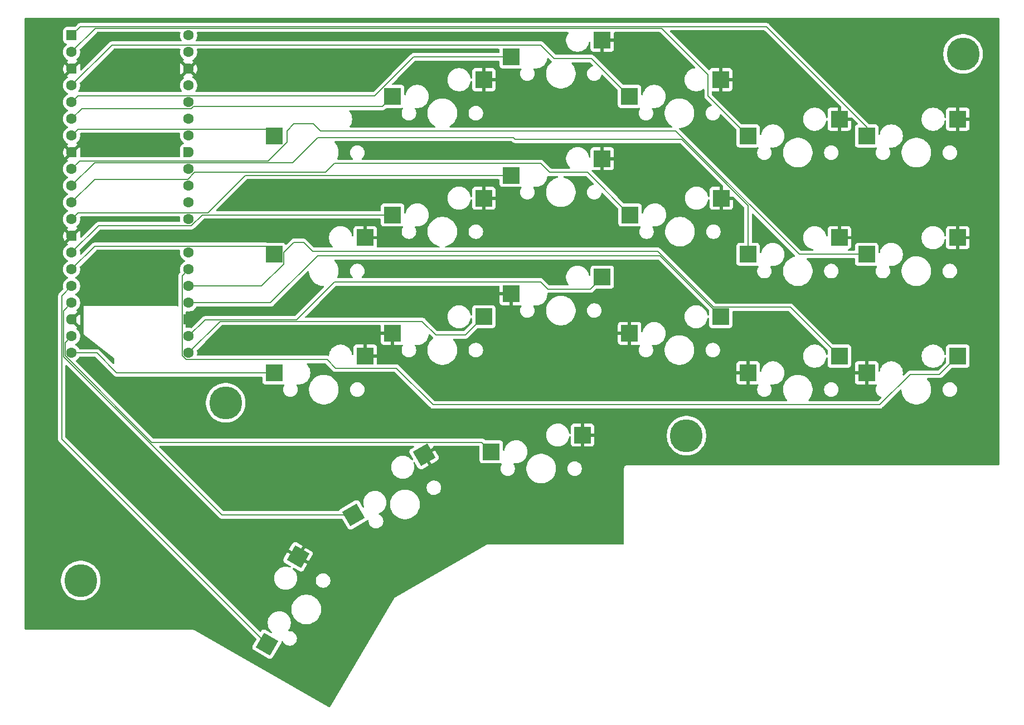
<source format=gbl>
%TF.GenerationSoftware,KiCad,Pcbnew,9.0.4*%
%TF.CreationDate,2025-11-01T07:57:15+01:00*%
%TF.ProjectId,kbv3-right,6b627633-2d72-4696-9768-742e6b696361,rev?*%
%TF.SameCoordinates,Original*%
%TF.FileFunction,Copper,L2,Bot*%
%TF.FilePolarity,Positive*%
%FSLAX46Y46*%
G04 Gerber Fmt 4.6, Leading zero omitted, Abs format (unit mm)*
G04 Created by KiCad (PCBNEW 9.0.4) date 2025-11-01 07:57:15*
%MOMM*%
%LPD*%
G01*
G04 APERTURE LIST*
G04 Aperture macros list*
%AMRoundRect*
0 Rectangle with rounded corners*
0 $1 Rounding radius*
0 $2 $3 $4 $5 $6 $7 $8 $9 X,Y pos of 4 corners*
0 Add a 4 corners polygon primitive as box body*
4,1,4,$2,$3,$4,$5,$6,$7,$8,$9,$2,$3,0*
0 Add four circle primitives for the rounded corners*
1,1,$1+$1,$2,$3*
1,1,$1+$1,$4,$5*
1,1,$1+$1,$6,$7*
1,1,$1+$1,$8,$9*
0 Add four rect primitives between the rounded corners*
20,1,$1+$1,$2,$3,$4,$5,0*
20,1,$1+$1,$4,$5,$6,$7,0*
20,1,$1+$1,$6,$7,$8,$9,0*
20,1,$1+$1,$8,$9,$2,$3,0*%
%AMRotRect*
0 Rectangle, with rotation*
0 The origin of the aperture is its center*
0 $1 length*
0 $2 width*
0 $3 Rotation angle, in degrees counterclockwise*
0 Add horizontal line*
21,1,$1,$2,0,0,$3*%
%AMFreePoly0*
4,1,37,0.603843,0.796157,0.639018,0.796157,0.711114,0.766294,0.766294,0.711114,0.796157,0.639018,0.796157,0.603843,0.800000,0.600000,0.800000,-0.600000,0.796157,-0.603843,0.796157,-0.639018,0.766294,-0.711114,0.711114,-0.766294,0.639018,-0.796157,0.603843,-0.796157,0.600000,-0.800000,0.000000,-0.800000,0.000000,-0.796148,-0.078414,-0.796148,-0.232228,-0.765552,-0.377117,-0.705537,
-0.507515,-0.618408,-0.618408,-0.507515,-0.705537,-0.377117,-0.765552,-0.232228,-0.796148,-0.078414,-0.796148,0.078414,-0.765552,0.232228,-0.705537,0.377117,-0.618408,0.507515,-0.507515,0.618408,-0.377117,0.705537,-0.232228,0.765552,-0.078414,0.796148,0.000000,0.796148,0.000000,0.800000,0.600000,0.800000,0.603843,0.796157,0.603843,0.796157,$1*%
%AMFreePoly1*
4,1,37,0.000000,0.796148,0.078414,0.796148,0.232228,0.765552,0.377117,0.705537,0.507515,0.618408,0.618408,0.507515,0.705537,0.377117,0.765552,0.232228,0.796148,0.078414,0.796148,-0.078414,0.765552,-0.232228,0.705537,-0.377117,0.618408,-0.507515,0.507515,-0.618408,0.377117,-0.705537,0.232228,-0.765552,0.078414,-0.796148,0.000000,-0.796148,0.000000,-0.800000,-0.600000,-0.800000,
-0.603843,-0.796157,-0.639018,-0.796157,-0.711114,-0.766294,-0.766294,-0.711114,-0.796157,-0.639018,-0.796157,-0.603843,-0.800000,-0.600000,-0.800000,0.600000,-0.796157,0.603843,-0.796157,0.639018,-0.766294,0.711114,-0.711114,0.766294,-0.639018,0.796157,-0.603843,0.796157,-0.600000,0.800000,0.000000,0.800000,0.000000,0.796148,0.000000,0.796148,$1*%
G04 Aperture macros list end*
%TA.AperFunction,ComponentPad*%
%ADD10C,5.000000*%
%TD*%
%TA.AperFunction,SMDPad,CuDef*%
%ADD11R,2.550000X2.500000*%
%TD*%
%TA.AperFunction,ComponentPad*%
%ADD12RoundRect,0.200000X-0.600000X-0.600000X0.600000X-0.600000X0.600000X0.600000X-0.600000X0.600000X0*%
%TD*%
%TA.AperFunction,ComponentPad*%
%ADD13C,1.600000*%
%TD*%
%TA.AperFunction,ComponentPad*%
%ADD14FreePoly0,0.000000*%
%TD*%
%TA.AperFunction,ComponentPad*%
%ADD15FreePoly1,0.000000*%
%TD*%
%TA.AperFunction,SMDPad,CuDef*%
%ADD16RotRect,2.550000X2.500000X30.000000*%
%TD*%
%TA.AperFunction,SMDPad,CuDef*%
%ADD17RotRect,2.550000X2.500000X60.000000*%
%TD*%
%TA.AperFunction,Conductor*%
%ADD18C,0.127000*%
%TD*%
G04 APERTURE END LIST*
D10*
%TO.P,REF\u002A\u002A,1*%
%TO.N,N/C*%
X139000000Y-124000000D03*
%TD*%
D11*
%TO.P,SW18,1,1*%
%TO.N,Net-(A1-GPIO17)*%
X126210000Y-99920000D03*
%TO.P,SW18,2,2*%
%TO.N,GND*%
X112360000Y-102460000D03*
%TD*%
%TO.P,SW4,1,1*%
%TO.N,GND*%
X126210000Y-63920000D03*
%TO.P,SW4,2,2*%
%TO.N,Net-(A1-GPIO3)*%
X112360000Y-66460000D03*
%TD*%
%TO.P,SW7,1,1*%
%TO.N,GND*%
X180210000Y-93920000D03*
%TO.P,SW7,2,2*%
%TO.N,Net-(A1-GPIO6)*%
X166360000Y-96460000D03*
%TD*%
%TO.P,SW19,1,1*%
%TO.N,Net-(A1-GPIO18)*%
X144210000Y-105920000D03*
%TO.P,SW19,2,2*%
%TO.N,GND*%
X130360000Y-108460000D03*
%TD*%
%TO.P,SW9,1,1*%
%TO.N,GND*%
X144290000Y-87920000D03*
%TO.P,SW9,2,2*%
%TO.N,Net-(A1-GPIO8)*%
X130440000Y-90460000D03*
%TD*%
%TO.P,SW6,1,1*%
%TO.N,GND*%
X90210000Y-75920000D03*
%TO.P,SW6,2,2*%
%TO.N,Net-(A1-GPIO5)*%
X76360000Y-78460000D03*
%TD*%
%TO.P,SW3,1,1*%
%TO.N,GND*%
X144210000Y-69920000D03*
%TO.P,SW3,2,2*%
%TO.N,Net-(A1-GPIO2)*%
X130360000Y-72460000D03*
%TD*%
D10*
%TO.P,REF\u002A\u002A,1*%
%TO.N,N/C*%
X69000000Y-119000000D03*
%TD*%
D11*
%TO.P,SW1,1,1*%
%TO.N,GND*%
X180210000Y-75920000D03*
%TO.P,SW1,2,2*%
%TO.N,Net-(A1-GPIO0)*%
X166360000Y-78460000D03*
%TD*%
%TO.P,SW15,1,1*%
%TO.N,GND*%
X123210000Y-123920000D03*
%TO.P,SW15,2,2*%
%TO.N,Net-(A1-GPIO14)*%
X109360000Y-126460000D03*
%TD*%
%TO.P,SW10,1,1*%
%TO.N,GND*%
X126210000Y-81920000D03*
%TO.P,SW10,2,2*%
%TO.N,Net-(A1-GPIO9)*%
X112360000Y-84460000D03*
%TD*%
D10*
%TO.P,REF\u002A\u002A,1*%
%TO.N,N/C*%
X181000000Y-66000000D03*
%TD*%
D12*
%TO.P,A1,1,GPIO0*%
%TO.N,Net-(A1-GPIO0)*%
X45610000Y-63182500D03*
D13*
%TO.P,A1,2,GPIO1*%
%TO.N,Net-(A1-GPIO1)*%
X45610000Y-65722500D03*
D14*
%TO.P,A1,3,GND*%
%TO.N,GND*%
X45610000Y-68262500D03*
D13*
%TO.P,A1,4,GPIO2*%
%TO.N,Net-(A1-GPIO2)*%
X45610000Y-70802500D03*
%TO.P,A1,5,GPIO3*%
%TO.N,Net-(A1-GPIO3)*%
X45610000Y-73342500D03*
%TO.P,A1,6,GPIO4*%
%TO.N,Net-(A1-GPIO4)*%
X45610000Y-75882500D03*
%TO.P,A1,7,GPIO5*%
%TO.N,Net-(A1-GPIO5)*%
X45610000Y-78422500D03*
D14*
%TO.P,A1,8,GND*%
%TO.N,GND*%
X45610000Y-80962500D03*
D13*
%TO.P,A1,9,GPIO6*%
%TO.N,Net-(A1-GPIO6)*%
X45610000Y-83502500D03*
%TO.P,A1,10,GPIO7*%
%TO.N,Net-(A1-GPIO7)*%
X45610000Y-86042500D03*
%TO.P,A1,11,GPIO8*%
%TO.N,Net-(A1-GPIO8)*%
X45610000Y-88582500D03*
%TO.P,A1,12,GPIO9*%
%TO.N,Net-(A1-GPIO9)*%
X45610000Y-91122500D03*
D14*
%TO.P,A1,13,GND*%
%TO.N,GND*%
X45610000Y-93662500D03*
D13*
%TO.P,A1,14,GPIO10*%
%TO.N,Net-(A1-GPIO10)*%
X45610000Y-96202500D03*
%TO.P,A1,15,GPIO11*%
%TO.N,Net-(A1-GPIO11)*%
X45610000Y-98742500D03*
%TO.P,A1,16,GPIO12*%
%TO.N,Net-(A1-GPIO12)*%
X45610000Y-101282500D03*
%TO.P,A1,17,GPIO13*%
%TO.N,Net-(A1-GPIO13)*%
X45610000Y-103822500D03*
D14*
%TO.P,A1,18,GND*%
%TO.N,GND*%
X45610000Y-106362500D03*
D13*
%TO.P,A1,19,GPIO14*%
%TO.N,Net-(A1-GPIO14)*%
X45610000Y-108902500D03*
%TO.P,A1,20,GPIO15*%
%TO.N,Net-(A1-GPIO15)*%
X45610000Y-111442500D03*
%TO.P,A1,21,GPIO16*%
%TO.N,Net-(A1-GPIO16)*%
X63390000Y-111442500D03*
%TO.P,A1,22,GPIO17*%
%TO.N,Net-(A1-GPIO17)*%
X63390000Y-108902500D03*
D15*
%TO.P,A1,23,GND*%
%TO.N,GND*%
X63390000Y-106362500D03*
D13*
%TO.P,A1,24,GPIO18*%
%TO.N,Net-(A1-GPIO18)*%
X63390000Y-103822500D03*
%TO.P,A1,25,GPIO19*%
%TO.N,Net-(A1-GPIO19)*%
X63390000Y-101282500D03*
%TO.P,A1,26,GPIO20*%
%TO.N,Net-(A1-GPIO20)*%
X63390000Y-98742500D03*
%TO.P,A1,27,GPIO21*%
%TO.N,unconnected-(A1-GPIO21-Pad27)*%
X63390000Y-96202500D03*
D15*
%TO.P,A1,28,GND*%
%TO.N,GND*%
X63390000Y-93662500D03*
D13*
%TO.P,A1,29,GPIO22*%
%TO.N,unconnected-(A1-GPIO22-Pad29)*%
X63390000Y-91122500D03*
%TO.P,A1,30,RUN*%
%TO.N,unconnected-(A1-RUN-Pad30)*%
X63390000Y-88582500D03*
%TO.P,A1,31,GPIO26_ADC0*%
%TO.N,unconnected-(A1-GPIO26_ADC0-Pad31)*%
X63390000Y-86042500D03*
%TO.P,A1,32,GPIO27_ADC1*%
%TO.N,unconnected-(A1-GPIO27_ADC1-Pad32)*%
X63390000Y-83502500D03*
D15*
%TO.P,A1,33,AGND*%
%TO.N,unconnected-(A1-AGND-Pad33)*%
X63390000Y-80962500D03*
D13*
%TO.P,A1,34,GPIO28_ADC2*%
%TO.N,unconnected-(A1-GPIO28_ADC2-Pad34)*%
X63390000Y-78422500D03*
%TO.P,A1,35,ADC_VREF*%
%TO.N,unconnected-(A1-ADC_VREF-Pad35)*%
X63390000Y-75882500D03*
%TO.P,A1,36,3V3*%
%TO.N,unconnected-(A1-3V3-Pad36)*%
X63390000Y-73342500D03*
%TO.P,A1,37,3V3_EN*%
%TO.N,unconnected-(A1-3V3_EN-Pad37)*%
X63390000Y-70802500D03*
D15*
%TO.P,A1,38,GND*%
%TO.N,GND*%
X63390000Y-68262500D03*
D13*
%TO.P,A1,39,VSYS*%
%TO.N,+3V8*%
X63390000Y-65722500D03*
%TO.P,A1,40,VBUS*%
%TO.N,unconnected-(A1-VBUS-Pad40)*%
X63390000Y-63182500D03*
%TD*%
D11*
%TO.P,SW21,1,1*%
%TO.N,Net-(A1-GPIO20)*%
X180210000Y-111920000D03*
%TO.P,SW21,2,2*%
%TO.N,GND*%
X166360000Y-114460000D03*
%TD*%
%TO.P,SW2,1,1*%
%TO.N,GND*%
X162210000Y-75920000D03*
%TO.P,SW2,2,2*%
%TO.N,Net-(A1-GPIO1)*%
X148360000Y-78460000D03*
%TD*%
%TO.P,SW12,1,1*%
%TO.N,GND*%
X90210000Y-93920000D03*
%TO.P,SW12,2,2*%
%TO.N,Net-(A1-GPIO11)*%
X76360000Y-96460000D03*
%TD*%
D10*
%TO.P,REF\u002A\u002A,1*%
%TO.N,N/C*%
X47000000Y-146000000D03*
%TD*%
D11*
%TO.P,SW16,1,1*%
%TO.N,GND*%
X90210000Y-111920000D03*
%TO.P,SW16,2,2*%
%TO.N,Net-(A1-GPIO15)*%
X76360000Y-114460000D03*
%TD*%
%TO.P,SW20,1,1*%
%TO.N,Net-(A1-GPIO19)*%
X162210000Y-111920000D03*
%TO.P,SW20,2,2*%
%TO.N,GND*%
X148360000Y-114460000D03*
%TD*%
D16*
%TO.P,SW14,1,1*%
%TO.N,GND*%
X99147891Y-126905591D03*
%TO.P,SW14,2,2*%
%TO.N,Net-(A1-GPIO13)*%
X88423439Y-136030295D03*
%TD*%
D11*
%TO.P,SW5,1,1*%
%TO.N,GND*%
X108210000Y-69920000D03*
%TO.P,SW5,2,2*%
%TO.N,Net-(A1-GPIO4)*%
X94360000Y-72460000D03*
%TD*%
%TO.P,SW17,1,1*%
%TO.N,Net-(A1-GPIO16)*%
X108210000Y-105920000D03*
%TO.P,SW17,2,2*%
%TO.N,GND*%
X94360000Y-108460000D03*
%TD*%
D17*
%TO.P,SW13,1,1*%
%TO.N,GND*%
X80005591Y-142412109D03*
%TO.P,SW13,2,2*%
%TO.N,Net-(A1-GPIO12)*%
X75280295Y-155676561D03*
%TD*%
D11*
%TO.P,SW8,1,1*%
%TO.N,GND*%
X162210000Y-93920000D03*
%TO.P,SW8,2,2*%
%TO.N,Net-(A1-GPIO7)*%
X148360000Y-96460000D03*
%TD*%
%TO.P,SW11,1,1*%
%TO.N,GND*%
X108210000Y-87920000D03*
%TO.P,SW11,2,2*%
%TO.N,Net-(A1-GPIO10)*%
X94360000Y-90460000D03*
%TD*%
D18*
%TO.N,Net-(A1-GPIO15)*%
X49442500Y-111442500D02*
X45610000Y-111442500D01*
X52460000Y-114460000D02*
X49442500Y-111442500D01*
X76360000Y-114460000D02*
X52460000Y-114460000D01*
%TO.N,Net-(A1-GPIO13)*%
X44363500Y-111958817D02*
X44363500Y-105069000D01*
X88423439Y-136030295D02*
X68434978Y-136030295D01*
X44363500Y-105069000D02*
X45610000Y-103822500D01*
X68434978Y-136030295D02*
X44363500Y-111958817D01*
%TO.N,Net-(A1-GPIO3)*%
X112360000Y-66460000D02*
X97540000Y-66460000D01*
X97540000Y-66460000D02*
X91649000Y-72351000D01*
X46601500Y-72351000D02*
X45610000Y-73342500D01*
X91649000Y-72351000D02*
X46601500Y-72351000D01*
%TO.N,Net-(A1-GPIO20)*%
X84407909Y-112434000D02*
X62979307Y-112434000D01*
X62393500Y-111848193D02*
X62393500Y-99739000D01*
X62979307Y-112434000D02*
X62393500Y-111848193D01*
X62393500Y-99739000D02*
X63390000Y-98742500D01*
X94932500Y-113734500D02*
X85708409Y-113734500D01*
X177438400Y-114691600D02*
X172963829Y-114691600D01*
X85708409Y-113734500D02*
X84407909Y-112434000D01*
X168347029Y-119308400D02*
X100506400Y-119308400D01*
X100506400Y-119308400D02*
X94932500Y-113734500D01*
X180210000Y-111920000D02*
X177438400Y-114691600D01*
X172963829Y-114691600D02*
X168347029Y-119308400D01*
%TO.N,Net-(A1-GPIO5)*%
X46601500Y-77431000D02*
X45610000Y-78422500D01*
X75331000Y-77431000D02*
X46601500Y-77431000D01*
X76360000Y-78460000D02*
X75331000Y-77431000D01*
%TO.N,Net-(A1-GPIO7)*%
X113000000Y-79000000D02*
X112691600Y-78691600D01*
X138278000Y-79000000D02*
X113000000Y-79000000D01*
X49141500Y-82511000D02*
X45610000Y-86042500D01*
X148360000Y-96460000D02*
X148360000Y-89082000D01*
X112691600Y-78691600D02*
X82963829Y-78691600D01*
X148360000Y-89082000D02*
X138278000Y-79000000D01*
X82963829Y-78691600D02*
X79144429Y-82511000D01*
X79144429Y-82511000D02*
X49141500Y-82511000D01*
%TO.N,Net-(A1-GPIO2)*%
X124591600Y-66691600D02*
X118907691Y-66691600D01*
X116861591Y-64645500D02*
X51767000Y-64645500D01*
X118907691Y-66691600D02*
X116861591Y-64645500D01*
X130360000Y-72460000D02*
X124591600Y-66691600D01*
X51767000Y-64645500D02*
X45610000Y-70802500D01*
%TO.N,Net-(A1-GPIO12)*%
X75280295Y-155676561D02*
X44108500Y-124504766D01*
X44108500Y-102784000D02*
X45610000Y-101282500D01*
X44108500Y-124504766D02*
X44108500Y-102784000D01*
%TO.N,Net-(A1-GPIO11)*%
X75111000Y-95211000D02*
X49141500Y-95211000D01*
X49141500Y-95211000D02*
X45610000Y-98742500D01*
X76360000Y-96460000D02*
X75111000Y-95211000D01*
%TO.N,Net-(A1-GPIO19)*%
X154768500Y-104478500D02*
X143129124Y-104478500D01*
X82216091Y-96000000D02*
X80861591Y-94645500D01*
X80861591Y-94645500D02*
X79354500Y-94645500D01*
X79354500Y-94645500D02*
X77826500Y-96173500D01*
X74445500Y-101282500D02*
X63390000Y-101282500D01*
X162210000Y-111920000D02*
X154768500Y-104478500D01*
X134650624Y-96000000D02*
X82216091Y-96000000D01*
X143129124Y-104478500D02*
X134650624Y-96000000D01*
X77826500Y-97901500D02*
X74445500Y-101282500D01*
X77826500Y-96173500D02*
X77826500Y-97901500D01*
%TO.N,Net-(A1-GPIO18)*%
X134981600Y-96691600D02*
X82963829Y-96691600D01*
X144210000Y-105920000D02*
X134981600Y-96691600D01*
X82963829Y-96691600D02*
X75832929Y-103822500D01*
X75832929Y-103822500D02*
X63390000Y-103822500D01*
%TO.N,Net-(A1-GPIO9)*%
X46601500Y-90131000D02*
X45610000Y-91122500D01*
X66337764Y-90131000D02*
X46601500Y-90131000D01*
X112360000Y-84460000D02*
X72008764Y-84460000D01*
X72008764Y-84460000D02*
X66337764Y-90131000D01*
%TO.N,Net-(A1-GPIO0)*%
X46941999Y-61850501D02*
X45610000Y-63182500D01*
X166360000Y-78460000D02*
X166360000Y-77083000D01*
X166360000Y-77083000D02*
X151127501Y-61850501D01*
X151127501Y-61850501D02*
X46941999Y-61850501D01*
%TO.N,Net-(A1-GPIO4)*%
X92820000Y-74000000D02*
X64134693Y-74000000D01*
X63800693Y-74334000D02*
X47158500Y-74334000D01*
X47158500Y-74334000D02*
X45610000Y-75882500D01*
X64134693Y-74000000D02*
X63800693Y-74334000D01*
X94360000Y-72460000D02*
X92820000Y-74000000D01*
%TO.N,Net-(A1-GPIO1)*%
X142274500Y-69168409D02*
X135211591Y-62105500D01*
X135211591Y-62105500D02*
X49227000Y-62105500D01*
X49227000Y-62105500D02*
X45610000Y-65722500D01*
X142274500Y-72374500D02*
X142274500Y-69168409D01*
X148360000Y-78460000D02*
X142274500Y-72374500D01*
%TO.N,Net-(A1-GPIO17)*%
X124395500Y-101734500D02*
X117950591Y-101734500D01*
X116861591Y-100645500D02*
X85539071Y-100645500D01*
X126210000Y-99920000D02*
X124395500Y-101734500D01*
X79794070Y-106390501D02*
X65901999Y-106390501D01*
X117950591Y-101734500D02*
X116861591Y-100645500D01*
X85539071Y-100645500D02*
X79794070Y-106390501D01*
X65901999Y-106390501D02*
X63390000Y-108902500D01*
%TO.N,Net-(A1-GPIO6)*%
X83401591Y-77734500D02*
X82312591Y-76645500D01*
X156115429Y-96460000D02*
X137389929Y-77734500D01*
X137389929Y-77734500D02*
X83401591Y-77734500D01*
X166360000Y-96460000D02*
X156115429Y-96460000D01*
X82312591Y-76645500D02*
X79358409Y-76645500D01*
X78295500Y-79432500D02*
X75472000Y-82256000D01*
X46856500Y-82256000D02*
X45610000Y-83502500D01*
X75472000Y-82256000D02*
X46856500Y-82256000D01*
X78295500Y-77708409D02*
X78295500Y-79432500D01*
X79358409Y-76645500D02*
X78295500Y-77708409D01*
%TO.N,Net-(A1-GPIO14)*%
X44618500Y-111853193D02*
X44618500Y-109894000D01*
X109360000Y-126460000D02*
X107894059Y-124994059D01*
X44618500Y-109894000D02*
X45610000Y-108902500D01*
X57759366Y-124994059D02*
X44618500Y-111853193D01*
X107894059Y-124994059D02*
X57759366Y-124994059D01*
%TO.N,Net-(A1-GPIO10)*%
X63800693Y-92114000D02*
X49698500Y-92114000D01*
X94360000Y-90460000D02*
X65454693Y-90460000D01*
X49698500Y-92114000D02*
X45610000Y-96202500D01*
X65454693Y-90460000D02*
X63800693Y-92114000D01*
%TO.N,Net-(A1-GPIO8)*%
X63243693Y-85051000D02*
X49141500Y-85051000D01*
X49141500Y-85051000D02*
X45610000Y-88582500D01*
X64294693Y-84000000D02*
X63243693Y-85051000D01*
X130440000Y-90460000D02*
X123980000Y-84000000D01*
X118216091Y-84000000D02*
X116861591Y-82645500D01*
X116861591Y-82645500D02*
X85539071Y-82645500D01*
X123980000Y-84000000D02*
X118216091Y-84000000D01*
X85539071Y-82645500D02*
X84184571Y-84000000D01*
X84184571Y-84000000D02*
X64294693Y-84000000D01*
%TO.N,Net-(A1-GPIO16)*%
X68187000Y-106645500D02*
X63390000Y-111442500D01*
X105438400Y-108691600D02*
X100907691Y-108691600D01*
X100907691Y-108691600D02*
X98861591Y-106645500D01*
X98861591Y-106645500D02*
X68187000Y-106645500D01*
X108210000Y-105920000D02*
X105438400Y-108691600D01*
%TD*%
%TA.AperFunction,Conductor*%
%TO.N,GND*%
G36*
X62062853Y-95794685D02*
G01*
X62108608Y-95847489D01*
X62118552Y-95916647D01*
X62118287Y-95918398D01*
X62089500Y-96100148D01*
X62089500Y-96304851D01*
X62121522Y-96507034D01*
X62184781Y-96701723D01*
X62277715Y-96884113D01*
X62398028Y-97049713D01*
X62542786Y-97194471D01*
X62697749Y-97307056D01*
X62708390Y-97314787D01*
X62781030Y-97351799D01*
X62801080Y-97362015D01*
X62851876Y-97409990D01*
X62868671Y-97477811D01*
X62846134Y-97543946D01*
X62801080Y-97582985D01*
X62708386Y-97630215D01*
X62542786Y-97750528D01*
X62398028Y-97895286D01*
X62277715Y-98060886D01*
X62184781Y-98243276D01*
X62121522Y-98437965D01*
X62089500Y-98640148D01*
X62089500Y-98844851D01*
X62121522Y-99047031D01*
X62138831Y-99100304D01*
X62139265Y-99115516D01*
X62144583Y-99129774D01*
X62140242Y-99149729D01*
X62140825Y-99170146D01*
X62132737Y-99184231D01*
X62129732Y-99198047D01*
X62108581Y-99226302D01*
X62047198Y-99287685D01*
X62047197Y-99287685D01*
X62047196Y-99287686D01*
X61942189Y-99392693D01*
X61942185Y-99392699D01*
X61868900Y-99519631D01*
X61868896Y-99519639D01*
X61867935Y-99521304D01*
X61867933Y-99521308D01*
X61849604Y-99589717D01*
X61849604Y-99589718D01*
X61829500Y-99664748D01*
X61829500Y-104242638D01*
X61809815Y-104309677D01*
X61757011Y-104355432D01*
X61687853Y-104365376D01*
X61624297Y-104336351D01*
X61617819Y-104330319D01*
X61600000Y-104312500D01*
X47400000Y-104312500D01*
X47400000Y-108652395D01*
X52052057Y-112265163D01*
X52092931Y-112321827D01*
X52100000Y-112363097D01*
X52100000Y-113003022D01*
X52080315Y-113070061D01*
X52027511Y-113115816D01*
X51958353Y-113125760D01*
X51894797Y-113096735D01*
X51888319Y-113090703D01*
X49900883Y-111103267D01*
X49900881Y-111103264D01*
X49788806Y-110991189D01*
X49788804Y-110991187D01*
X49660196Y-110916935D01*
X49660195Y-110916934D01*
X49660191Y-110916933D01*
X49646697Y-110913317D01*
X49646697Y-110913318D01*
X49516753Y-110878500D01*
X49516752Y-110878500D01*
X46858200Y-110878500D01*
X46791161Y-110858815D01*
X46747715Y-110810795D01*
X46742390Y-110800346D01*
X46722287Y-110760890D01*
X46708625Y-110742086D01*
X46601971Y-110595286D01*
X46457213Y-110450528D01*
X46291614Y-110330215D01*
X46280784Y-110324697D01*
X46198917Y-110282983D01*
X46148123Y-110235011D01*
X46131328Y-110167190D01*
X46153865Y-110101055D01*
X46198917Y-110062016D01*
X46291610Y-110014787D01*
X46340465Y-109979292D01*
X46457213Y-109894471D01*
X46457215Y-109894468D01*
X46457219Y-109894466D01*
X46601966Y-109749719D01*
X46601968Y-109749715D01*
X46601971Y-109749713D01*
X46654732Y-109677090D01*
X46722287Y-109584110D01*
X46815220Y-109401719D01*
X46878477Y-109207034D01*
X46910500Y-109004852D01*
X46910500Y-108800148D01*
X46884916Y-108638619D01*
X46878477Y-108597965D01*
X46833649Y-108460000D01*
X46815220Y-108403281D01*
X46815218Y-108403278D01*
X46815218Y-108403276D01*
X46781503Y-108337107D01*
X46722287Y-108220890D01*
X46690943Y-108177748D01*
X46601971Y-108055286D01*
X46457217Y-107910532D01*
X46380415Y-107854732D01*
X46337750Y-107799402D01*
X46331771Y-107729788D01*
X46364377Y-107667994D01*
X46422640Y-107634265D01*
X46443039Y-107629059D01*
X46499584Y-107605636D01*
X46499584Y-107605635D01*
X45739411Y-106845462D01*
X45802993Y-106828425D01*
X45917007Y-106762599D01*
X46010099Y-106669507D01*
X46075925Y-106555493D01*
X46092962Y-106491911D01*
X46853135Y-107252084D01*
X46853136Y-107252084D01*
X46876552Y-107195553D01*
X46894544Y-107144553D01*
X46914999Y-107002280D01*
X46915000Y-107002279D01*
X46915000Y-105722714D01*
X46912106Y-105668737D01*
X46912106Y-105668735D01*
X46876561Y-105529469D01*
X46876559Y-105529462D01*
X46853135Y-105472914D01*
X46092962Y-106233088D01*
X46075925Y-106169507D01*
X46010099Y-106055493D01*
X45917007Y-105962401D01*
X45802993Y-105896575D01*
X45739408Y-105879537D01*
X46499584Y-105119362D01*
X46443059Y-105095949D01*
X46443048Y-105095945D01*
X46414374Y-105085829D01*
X46357703Y-105044962D01*
X46332122Y-104979943D01*
X46345754Y-104911416D01*
X46382745Y-104868574D01*
X46457215Y-104814469D01*
X46457215Y-104814468D01*
X46457219Y-104814466D01*
X46601966Y-104669719D01*
X46601968Y-104669715D01*
X46601971Y-104669713D01*
X46669178Y-104577209D01*
X46722287Y-104504110D01*
X46815220Y-104321719D01*
X46878477Y-104127034D01*
X46910500Y-103924852D01*
X46910500Y-103720148D01*
X46905237Y-103686919D01*
X46878477Y-103517965D01*
X46815218Y-103323276D01*
X46763707Y-103222181D01*
X46722287Y-103140890D01*
X46714259Y-103129840D01*
X46601971Y-102975286D01*
X46457213Y-102830528D01*
X46291614Y-102710215D01*
X46260414Y-102694318D01*
X46198917Y-102662983D01*
X46148123Y-102615011D01*
X46131328Y-102547190D01*
X46153865Y-102481055D01*
X46198917Y-102442016D01*
X46291610Y-102394787D01*
X46353895Y-102349535D01*
X46457213Y-102274471D01*
X46457215Y-102274468D01*
X46457219Y-102274466D01*
X46601966Y-102129719D01*
X46601968Y-102129715D01*
X46601971Y-102129713D01*
X46654732Y-102057090D01*
X46722287Y-101964110D01*
X46815220Y-101781719D01*
X46878477Y-101587034D01*
X46910500Y-101384852D01*
X46910500Y-101180148D01*
X46902533Y-101129847D01*
X46878477Y-100977965D01*
X46815218Y-100783276D01*
X46763707Y-100682181D01*
X46722287Y-100600890D01*
X46714556Y-100590249D01*
X46601971Y-100435286D01*
X46457213Y-100290528D01*
X46291614Y-100170215D01*
X46237891Y-100142842D01*
X46198917Y-100122983D01*
X46148123Y-100075011D01*
X46131328Y-100007190D01*
X46153865Y-99941055D01*
X46198917Y-99902016D01*
X46291610Y-99854787D01*
X46312770Y-99839413D01*
X46457213Y-99734471D01*
X46457215Y-99734468D01*
X46457219Y-99734466D01*
X46601966Y-99589719D01*
X46601968Y-99589715D01*
X46601971Y-99589713D01*
X46654732Y-99517090D01*
X46722287Y-99424110D01*
X46815220Y-99241719D01*
X46878477Y-99047034D01*
X46910500Y-98844852D01*
X46910500Y-98640148D01*
X46878477Y-98437966D01*
X46861167Y-98384694D01*
X46859173Y-98314854D01*
X46891416Y-98258698D01*
X49338797Y-95811319D01*
X49400120Y-95777834D01*
X49426478Y-95775000D01*
X61995814Y-95775000D01*
X62062853Y-95794685D01*
G37*
%TD.AperFunction*%
%TA.AperFunction,Conductor*%
G36*
X81594934Y-98960624D02*
G01*
X81650867Y-99002496D01*
X81675284Y-99067960D01*
X81675600Y-99076806D01*
X81675600Y-99147099D01*
X81675601Y-99147116D01*
X81707932Y-99392699D01*
X81714002Y-99438800D01*
X81779136Y-99681884D01*
X81790152Y-99722994D01*
X81902734Y-99994794D01*
X81902742Y-99994810D01*
X82049840Y-100249589D01*
X82049851Y-100249605D01*
X82228948Y-100483009D01*
X82228954Y-100483016D01*
X82436983Y-100691045D01*
X82436990Y-100691051D01*
X82557180Y-100783276D01*
X82670403Y-100870155D01*
X82670410Y-100870159D01*
X82925189Y-101017257D01*
X82925205Y-101017265D01*
X83197005Y-101129847D01*
X83197007Y-101129847D01*
X83197013Y-101129850D01*
X83481200Y-101205998D01*
X83772894Y-101244400D01*
X83772901Y-101244400D01*
X83843192Y-101244400D01*
X83910231Y-101264085D01*
X83955986Y-101316889D01*
X83965930Y-101386047D01*
X83936905Y-101449603D01*
X83930873Y-101456081D01*
X79596773Y-105790182D01*
X79535450Y-105823667D01*
X79509092Y-105826501D01*
X65827746Y-105826501D01*
X65684303Y-105864936D01*
X65684300Y-105864937D01*
X65555698Y-105939186D01*
X65555692Y-105939190D01*
X65450684Y-106044199D01*
X63873802Y-107621080D01*
X63812479Y-107654565D01*
X63747804Y-107651331D01*
X63694531Y-107634022D01*
X63515302Y-107605635D01*
X63492352Y-107602000D01*
X63287648Y-107602000D01*
X63264698Y-107605635D01*
X63100898Y-107631578D01*
X63031604Y-107622623D01*
X62978152Y-107577627D01*
X62957513Y-107510875D01*
X62957500Y-107509105D01*
X62957500Y-105215894D01*
X62977185Y-105148855D01*
X63029989Y-105103100D01*
X63099147Y-105093156D01*
X63100865Y-105093416D01*
X63287648Y-105123000D01*
X63287649Y-105123000D01*
X63492351Y-105123000D01*
X63492352Y-105123000D01*
X63694534Y-105090977D01*
X63889219Y-105027720D01*
X64071610Y-104934787D01*
X64184342Y-104852883D01*
X64237213Y-104814471D01*
X64237215Y-104814468D01*
X64237219Y-104814466D01*
X64381966Y-104669719D01*
X64381968Y-104669715D01*
X64381971Y-104669713D01*
X64449178Y-104577209D01*
X64502287Y-104504110D01*
X64527715Y-104454205D01*
X64575690Y-104403409D01*
X64638200Y-104386500D01*
X75907180Y-104386500D01*
X75907182Y-104386500D01*
X76050625Y-104348065D01*
X76053065Y-104346656D01*
X76179233Y-104273813D01*
X76284242Y-104168804D01*
X76284242Y-104168802D01*
X76294446Y-104158599D01*
X76294450Y-104158594D01*
X81463919Y-98989125D01*
X81525242Y-98955640D01*
X81594934Y-98960624D01*
G37*
%TD.AperFunction*%
%TA.AperFunction,Conductor*%
G36*
X62062853Y-90714685D02*
G01*
X62108608Y-90767489D01*
X62118552Y-90836647D01*
X62118290Y-90838374D01*
X62095426Y-90982734D01*
X62089500Y-91020148D01*
X62089500Y-91224851D01*
X62118287Y-91406602D01*
X62109333Y-91475895D01*
X62064336Y-91529347D01*
X61997585Y-91549987D01*
X61995814Y-91550000D01*
X49624247Y-91550000D01*
X49480804Y-91588435D01*
X49480801Y-91588436D01*
X49352199Y-91662685D01*
X49352193Y-91662689D01*
X47126681Y-93888202D01*
X47065358Y-93921687D01*
X46995666Y-93916703D01*
X46939733Y-93874831D01*
X46915316Y-93809367D01*
X46915000Y-93800521D01*
X46915000Y-93022714D01*
X46912106Y-92968737D01*
X46912106Y-92968735D01*
X46876561Y-92829469D01*
X46876559Y-92829462D01*
X46853135Y-92772914D01*
X46092962Y-93533089D01*
X46075925Y-93469507D01*
X46010099Y-93355493D01*
X45917007Y-93262401D01*
X45802993Y-93196575D01*
X45739410Y-93179537D01*
X46499584Y-92419362D01*
X46443059Y-92395949D01*
X46443048Y-92395945D01*
X46414374Y-92385829D01*
X46357703Y-92344962D01*
X46332122Y-92279943D01*
X46345754Y-92211416D01*
X46382745Y-92168574D01*
X46394683Y-92159901D01*
X46457219Y-92114466D01*
X46601966Y-91969719D01*
X46601968Y-91969715D01*
X46601971Y-91969713D01*
X46712243Y-91817934D01*
X46722287Y-91804110D01*
X46815220Y-91621719D01*
X46878477Y-91427034D01*
X46910500Y-91224852D01*
X46910500Y-91020148D01*
X46881713Y-90838397D01*
X46890667Y-90769105D01*
X46935664Y-90715653D01*
X47002415Y-90695013D01*
X47004186Y-90695000D01*
X61995814Y-90695000D01*
X62062853Y-90714685D01*
G37*
%TD.AperFunction*%
%TA.AperFunction,Conductor*%
G36*
X62062853Y-78014685D02*
G01*
X62108608Y-78067489D01*
X62118552Y-78136647D01*
X62118290Y-78138374D01*
X62112655Y-78173954D01*
X62089500Y-78320148D01*
X62089500Y-78524851D01*
X62121522Y-78727034D01*
X62184781Y-78921723D01*
X62277715Y-79104113D01*
X62398028Y-79269713D01*
X62542782Y-79414467D01*
X62542787Y-79414471D01*
X62619063Y-79469889D01*
X62661729Y-79525219D01*
X62667708Y-79594832D01*
X62635102Y-79656627D01*
X62576845Y-79690355D01*
X62556776Y-79695477D01*
X62556766Y-79695480D01*
X62483280Y-79725919D01*
X62483252Y-79725931D01*
X62434451Y-79749279D01*
X62434446Y-79749282D01*
X62319268Y-79835505D01*
X62319256Y-79835515D01*
X62263019Y-79891752D01*
X62226843Y-79932024D01*
X62226837Y-79932032D01*
X62153426Y-80055763D01*
X62122978Y-80129274D01*
X62122970Y-80129295D01*
X62104976Y-80180300D01*
X62084500Y-80322719D01*
X62084500Y-81568000D01*
X62064815Y-81635039D01*
X62012011Y-81680794D01*
X61960500Y-81692000D01*
X47039000Y-81692000D01*
X46971961Y-81672315D01*
X46926206Y-81619511D01*
X46915000Y-81568000D01*
X46915000Y-80322714D01*
X46912106Y-80268737D01*
X46912106Y-80268735D01*
X46876561Y-80129469D01*
X46876559Y-80129462D01*
X46853135Y-80072914D01*
X46092962Y-80833089D01*
X46075925Y-80769507D01*
X46010099Y-80655493D01*
X45917007Y-80562401D01*
X45802993Y-80496575D01*
X45739410Y-80479537D01*
X46499584Y-79719362D01*
X46443059Y-79695949D01*
X46443048Y-79695945D01*
X46414374Y-79685829D01*
X46357703Y-79644962D01*
X46332122Y-79579943D01*
X46345754Y-79511416D01*
X46382745Y-79468574D01*
X46457215Y-79414469D01*
X46457215Y-79414468D01*
X46457219Y-79414466D01*
X46601966Y-79269719D01*
X46601968Y-79269715D01*
X46601971Y-79269713D01*
X46654732Y-79197090D01*
X46722287Y-79104110D01*
X46815220Y-78921719D01*
X46878477Y-78727034D01*
X46910500Y-78524852D01*
X46910500Y-78320148D01*
X46881713Y-78138397D01*
X46890667Y-78069105D01*
X46935664Y-78015653D01*
X47002415Y-77995013D01*
X47004186Y-77995000D01*
X61995814Y-77995000D01*
X62062853Y-78014685D01*
G37*
%TD.AperFunction*%
%TA.AperFunction,Conductor*%
G36*
X62085625Y-65229185D02*
G01*
X62131380Y-65281989D01*
X62141324Y-65351147D01*
X62136517Y-65371819D01*
X62121522Y-65417965D01*
X62089500Y-65620148D01*
X62089500Y-65824851D01*
X62121522Y-66027034D01*
X62184781Y-66221723D01*
X62277715Y-66404113D01*
X62398028Y-66569713D01*
X62542782Y-66714467D01*
X62542787Y-66714471D01*
X62619583Y-66770267D01*
X62662249Y-66825597D01*
X62668228Y-66895210D01*
X62635622Y-66957005D01*
X62577365Y-66990733D01*
X62556973Y-66995937D01*
X62556962Y-66995941D01*
X62500415Y-67019363D01*
X63260589Y-67779537D01*
X63197007Y-67796575D01*
X63082993Y-67862401D01*
X62989901Y-67955493D01*
X62924075Y-68069507D01*
X62907037Y-68133089D01*
X62146863Y-67372915D01*
X62146862Y-67372915D01*
X62123446Y-67429447D01*
X62123431Y-67429487D01*
X62105457Y-67480439D01*
X62105455Y-67480446D01*
X62085000Y-67622719D01*
X62085000Y-68902285D01*
X62087893Y-68956262D01*
X62087893Y-68956264D01*
X62123438Y-69095530D01*
X62123442Y-69095543D01*
X62146862Y-69152084D01*
X62907037Y-68391910D01*
X62924075Y-68455493D01*
X62989901Y-68569507D01*
X63082993Y-68662599D01*
X63197007Y-68728425D01*
X63260589Y-68745462D01*
X62500414Y-69505635D01*
X62556960Y-69529057D01*
X62556986Y-69529067D01*
X62585621Y-69539169D01*
X62642294Y-69580034D01*
X62667876Y-69645052D01*
X62654246Y-69713580D01*
X62617256Y-69756424D01*
X62542782Y-69810532D01*
X62398028Y-69955286D01*
X62277715Y-70120886D01*
X62184781Y-70303276D01*
X62121522Y-70497965D01*
X62089500Y-70700148D01*
X62089500Y-70904851D01*
X62121522Y-71107034D01*
X62184781Y-71301723D01*
X62277715Y-71484113D01*
X62354729Y-71590115D01*
X62378209Y-71655921D01*
X62362383Y-71723975D01*
X62312277Y-71772670D01*
X62254411Y-71787000D01*
X46745589Y-71787000D01*
X46678550Y-71767315D01*
X46632795Y-71714511D01*
X46622851Y-71645353D01*
X46645271Y-71590115D01*
X46705569Y-71507120D01*
X46722287Y-71484110D01*
X46815220Y-71301719D01*
X46878477Y-71107034D01*
X46910500Y-70904852D01*
X46910500Y-70700148D01*
X46878477Y-70497966D01*
X46861167Y-70444694D01*
X46859173Y-70374854D01*
X46891416Y-70318698D01*
X51964297Y-65245819D01*
X52025620Y-65212334D01*
X52051978Y-65209500D01*
X62018586Y-65209500D01*
X62085625Y-65229185D01*
G37*
%TD.AperFunction*%
%TA.AperFunction,Conductor*%
G36*
X110527539Y-65229185D02*
G01*
X110573294Y-65281989D01*
X110584500Y-65333500D01*
X110584500Y-65772000D01*
X110564815Y-65839039D01*
X110512011Y-65884794D01*
X110460500Y-65896000D01*
X97465747Y-65896000D01*
X97322304Y-65934435D01*
X97322301Y-65934436D01*
X97193699Y-66008685D01*
X97193693Y-66008689D01*
X97111102Y-66091281D01*
X97088687Y-66113696D01*
X97088685Y-66113698D01*
X94256996Y-68945388D01*
X91451703Y-71750681D01*
X91390380Y-71784166D01*
X91364022Y-71787000D01*
X64525589Y-71787000D01*
X64458550Y-71767315D01*
X64412795Y-71714511D01*
X64402851Y-71645353D01*
X64425271Y-71590115D01*
X64485569Y-71507120D01*
X64502287Y-71484110D01*
X64595220Y-71301719D01*
X64658477Y-71107034D01*
X64690500Y-70904852D01*
X64690500Y-70700148D01*
X64659480Y-70504297D01*
X64658477Y-70497965D01*
X64617687Y-70372428D01*
X64595220Y-70303281D01*
X64595218Y-70303278D01*
X64595218Y-70303276D01*
X64561503Y-70237107D01*
X64502287Y-70120890D01*
X64468423Y-70074280D01*
X64381971Y-69955286D01*
X64237213Y-69810528D01*
X64071614Y-69690215D01*
X64031940Y-69670000D01*
X63985703Y-69646441D01*
X63934908Y-69598468D01*
X63918113Y-69530647D01*
X63940650Y-69464512D01*
X63983546Y-69426599D01*
X64049503Y-69391343D01*
X64049515Y-69391337D01*
X64118913Y-69344965D01*
X63519410Y-68745462D01*
X63582993Y-68728425D01*
X63697007Y-68662599D01*
X63790099Y-68569507D01*
X63855925Y-68455493D01*
X63872962Y-68391910D01*
X64472465Y-68991413D01*
X64518837Y-68922015D01*
X64518838Y-68922011D01*
X64565509Y-68834698D01*
X64625814Y-68689112D01*
X64654555Y-68594364D01*
X64685298Y-68439802D01*
X64685298Y-68439799D01*
X64695000Y-68341289D01*
X64695000Y-68183710D01*
X64685298Y-68085200D01*
X64685298Y-68085197D01*
X64654555Y-67930635D01*
X64625814Y-67835887D01*
X64565509Y-67690301D01*
X64518844Y-67602998D01*
X64518838Y-67602988D01*
X64472465Y-67533585D01*
X63872962Y-68133088D01*
X63855925Y-68069507D01*
X63790099Y-67955493D01*
X63697007Y-67862401D01*
X63582993Y-67796575D01*
X63519410Y-67779537D01*
X64118912Y-67180034D01*
X64049511Y-67133661D01*
X64049500Y-67133655D01*
X63983545Y-67098400D01*
X63933701Y-67049437D01*
X63918241Y-66981299D01*
X63942073Y-66915619D01*
X63985702Y-66878559D01*
X64071610Y-66834787D01*
X64167457Y-66765151D01*
X64237213Y-66714471D01*
X64237215Y-66714468D01*
X64237219Y-66714466D01*
X64381966Y-66569719D01*
X64381968Y-66569715D01*
X64381971Y-66569713D01*
X64474740Y-66442025D01*
X64502287Y-66404110D01*
X64595220Y-66221719D01*
X64658477Y-66027034D01*
X64690500Y-65824852D01*
X64690500Y-65620148D01*
X64689423Y-65613350D01*
X64658477Y-65417965D01*
X64643483Y-65371819D01*
X64641488Y-65301977D01*
X64677568Y-65242144D01*
X64740269Y-65211316D01*
X64761414Y-65209500D01*
X110460500Y-65209500D01*
X110527539Y-65229185D01*
G37*
%TD.AperFunction*%
%TA.AperFunction,Conductor*%
G36*
X62085625Y-62689185D02*
G01*
X62131380Y-62741989D01*
X62141324Y-62811147D01*
X62136517Y-62831819D01*
X62121522Y-62877965D01*
X62089500Y-63080148D01*
X62089500Y-63284851D01*
X62121522Y-63487034D01*
X62184781Y-63681723D01*
X62241990Y-63794000D01*
X62264976Y-63839113D01*
X62277715Y-63864113D01*
X62292610Y-63884615D01*
X62316090Y-63950421D01*
X62300264Y-64018475D01*
X62250159Y-64067170D01*
X62192292Y-64081500D01*
X51692747Y-64081500D01*
X51549304Y-64119935D01*
X51549301Y-64119936D01*
X51420699Y-64194185D01*
X51420693Y-64194189D01*
X47126681Y-68488202D01*
X47065358Y-68521687D01*
X46995666Y-68516703D01*
X46939733Y-68474831D01*
X46915316Y-68409367D01*
X46915000Y-68400521D01*
X46915000Y-67622714D01*
X46912106Y-67568737D01*
X46912106Y-67568735D01*
X46876561Y-67429469D01*
X46876559Y-67429462D01*
X46853135Y-67372914D01*
X46092962Y-68133089D01*
X46075925Y-68069507D01*
X46010099Y-67955493D01*
X45917007Y-67862401D01*
X45802993Y-67796575D01*
X45739410Y-67779537D01*
X46499584Y-67019362D01*
X46443059Y-66995949D01*
X46443048Y-66995945D01*
X46414374Y-66985829D01*
X46357703Y-66944962D01*
X46332122Y-66879943D01*
X46345754Y-66811416D01*
X46382745Y-66768574D01*
X46387457Y-66765151D01*
X46457219Y-66714466D01*
X46601966Y-66569719D01*
X46601968Y-66569715D01*
X46601971Y-66569713D01*
X46694740Y-66442025D01*
X46722287Y-66404110D01*
X46815220Y-66221719D01*
X46878477Y-66027034D01*
X46910500Y-65824852D01*
X46910500Y-65620148D01*
X46878477Y-65417966D01*
X46861167Y-65364694D01*
X46859173Y-65294854D01*
X46891416Y-65238698D01*
X49424297Y-62705819D01*
X49485620Y-62672334D01*
X49511978Y-62669500D01*
X62018586Y-62669500D01*
X62085625Y-62689185D01*
G37*
%TD.AperFunction*%
%TA.AperFunction,Conductor*%
G36*
X186442539Y-60520185D02*
G01*
X186488294Y-60572989D01*
X186499500Y-60624500D01*
X186499500Y-128375500D01*
X186479815Y-128442539D01*
X186427011Y-128488294D01*
X186375500Y-128499500D01*
X129934108Y-128499500D01*
X129806812Y-128533608D01*
X129692686Y-128599500D01*
X129692683Y-128599502D01*
X129599502Y-128692683D01*
X129599500Y-128692686D01*
X129533608Y-128806812D01*
X129499500Y-128934108D01*
X129499500Y-140375500D01*
X129479815Y-140442539D01*
X129427011Y-140488294D01*
X129375500Y-140499500D01*
X109001218Y-140499500D01*
X108936337Y-140499211D01*
X108935239Y-140499500D01*
X108934106Y-140499500D01*
X108871931Y-140516159D01*
X108871401Y-140516300D01*
X108808885Y-140532754D01*
X108807592Y-140533283D01*
X108806850Y-140533586D01*
X108750931Y-140565870D01*
X108750454Y-140566144D01*
X94752793Y-148564808D01*
X94752371Y-148565048D01*
X94695950Y-148597016D01*
X94695282Y-148597672D01*
X94694470Y-148598137D01*
X94648393Y-148643803D01*
X94648047Y-148644145D01*
X94602011Y-148689442D01*
X94601539Y-148690243D01*
X94600872Y-148690905D01*
X94600866Y-148690914D01*
X94600862Y-148690919D01*
X94568105Y-148747076D01*
X94567877Y-148747466D01*
X84881277Y-165214685D01*
X84830320Y-165262489D01*
X84761607Y-165275154D01*
X84712876Y-165259477D01*
X64249671Y-153566218D01*
X64249405Y-153566066D01*
X64193186Y-153533608D01*
X64192088Y-153533313D01*
X64191107Y-153532753D01*
X64168337Y-153526760D01*
X64128793Y-153516352D01*
X64128264Y-153516212D01*
X64118983Y-153513725D01*
X64065892Y-153499500D01*
X64065890Y-153499500D01*
X64065883Y-153499498D01*
X64064525Y-153499319D01*
X64064285Y-153499289D01*
X64063693Y-153499211D01*
X64063663Y-153499211D01*
X63999007Y-153499499D01*
X63998455Y-153499500D01*
X38624500Y-153499500D01*
X38557461Y-153479815D01*
X38511706Y-153427011D01*
X38500500Y-153375500D01*
X38500500Y-145831491D01*
X43999500Y-145831491D01*
X43999500Y-146168508D01*
X44037231Y-146503381D01*
X44037233Y-146503397D01*
X44112223Y-146831953D01*
X44112227Y-146831965D01*
X44223532Y-147150054D01*
X44369752Y-147453683D01*
X44369754Y-147453686D01*
X44549054Y-147739039D01*
X44759175Y-148002523D01*
X44997477Y-148240825D01*
X45260961Y-148450946D01*
X45546314Y-148630246D01*
X45849949Y-148776469D01*
X46088848Y-148860063D01*
X46168034Y-148887772D01*
X46168046Y-148887776D01*
X46496606Y-148962767D01*
X46831492Y-149000499D01*
X46831493Y-149000500D01*
X46831496Y-149000500D01*
X47168507Y-149000500D01*
X47168507Y-149000499D01*
X47503394Y-148962767D01*
X47831954Y-148887776D01*
X48150051Y-148776469D01*
X48453686Y-148630246D01*
X48739039Y-148450946D01*
X49002523Y-148240825D01*
X49240825Y-148002523D01*
X49450946Y-147739039D01*
X49630246Y-147453686D01*
X49776469Y-147150051D01*
X49887776Y-146831954D01*
X49962767Y-146503394D01*
X50000500Y-146168504D01*
X50000500Y-145831496D01*
X49962767Y-145496606D01*
X49887776Y-145168046D01*
X49776469Y-144849949D01*
X49630246Y-144546314D01*
X49450946Y-144260961D01*
X49240825Y-143997477D01*
X49002523Y-143759175D01*
X48739039Y-143549054D01*
X48453686Y-143369754D01*
X48453683Y-143369752D01*
X48150054Y-143223532D01*
X47831965Y-143112227D01*
X47831953Y-143112223D01*
X47503397Y-143037233D01*
X47503381Y-143037231D01*
X47168508Y-142999500D01*
X47168504Y-142999500D01*
X46831496Y-142999500D01*
X46831491Y-142999500D01*
X46496618Y-143037231D01*
X46496602Y-143037233D01*
X46168046Y-143112223D01*
X46168034Y-143112227D01*
X45849945Y-143223532D01*
X45546316Y-143369752D01*
X45260962Y-143549053D01*
X44997477Y-143759174D01*
X44759174Y-143997477D01*
X44549053Y-144260962D01*
X44369752Y-144546316D01*
X44223532Y-144849945D01*
X44112227Y-145168034D01*
X44112223Y-145168046D01*
X44037233Y-145496602D01*
X44037231Y-145496618D01*
X43999500Y-145831491D01*
X38500500Y-145831491D01*
X38500500Y-102709748D01*
X43544500Y-102709748D01*
X43544500Y-124579018D01*
X43582935Y-124722462D01*
X43657187Y-124851070D01*
X43657189Y-124851072D01*
X43769261Y-124963144D01*
X43769267Y-124963149D01*
X73639611Y-154833493D01*
X73673096Y-154894816D01*
X73668112Y-154964508D01*
X73659317Y-154983174D01*
X73102882Y-155946952D01*
X73078625Y-156001783D01*
X73054759Y-156143708D01*
X73054758Y-156143710D01*
X73071846Y-156286616D01*
X73071847Y-156286619D01*
X73128498Y-156418914D01*
X73128500Y-156418916D01*
X73220133Y-156529895D01*
X73220137Y-156529899D01*
X73268546Y-156565248D01*
X73268551Y-156565251D01*
X73268554Y-156565253D01*
X75516536Y-157863124D01*
X75516538Y-157863125D01*
X75516540Y-157863126D01*
X75532569Y-157870217D01*
X75571364Y-157887380D01*
X75713294Y-157911247D01*
X75856198Y-157894160D01*
X75872034Y-157887379D01*
X75900044Y-157875384D01*
X75988500Y-157837506D01*
X76099481Y-157745872D01*
X76134836Y-157697453D01*
X77457708Y-155406170D01*
X77481964Y-155351341D01*
X77490017Y-155303451D01*
X77520545Y-155240604D01*
X77580205Y-155204239D01*
X77650055Y-155205900D01*
X77707918Y-155245062D01*
X77722784Y-155267717D01*
X77777996Y-155376075D01*
X77777998Y-155376078D01*
X77879899Y-155516332D01*
X78002486Y-155638919D01*
X78142740Y-155740820D01*
X78218502Y-155779422D01*
X78297208Y-155819526D01*
X78297211Y-155819527D01*
X78379648Y-155846312D01*
X78462088Y-155873098D01*
X78541391Y-155885658D01*
X78633313Y-155900218D01*
X78633318Y-155900218D01*
X78806687Y-155900218D01*
X78889695Y-155887070D01*
X78977912Y-155873098D01*
X79142791Y-155819526D01*
X79297260Y-155740820D01*
X79437514Y-155638919D01*
X79560101Y-155516332D01*
X79662002Y-155376078D01*
X79740708Y-155221609D01*
X79794280Y-155056730D01*
X79808886Y-154964508D01*
X79821400Y-154885505D01*
X79821400Y-154712130D01*
X79805622Y-154612520D01*
X79794280Y-154540906D01*
X79740708Y-154376027D01*
X79740708Y-154376026D01*
X79697644Y-154291509D01*
X79662002Y-154221558D01*
X79560101Y-154081304D01*
X79437514Y-153958717D01*
X79297260Y-153856816D01*
X79258422Y-153837027D01*
X79142791Y-153778109D01*
X79142788Y-153778108D01*
X78977913Y-153724538D01*
X78806687Y-153697418D01*
X78806682Y-153697418D01*
X78639881Y-153697418D01*
X78572842Y-153677733D01*
X78527087Y-153624929D01*
X78517143Y-153555771D01*
X78541506Y-153497931D01*
X78613902Y-153403583D01*
X78613901Y-153403583D01*
X78613906Y-153403578D01*
X78728639Y-153204854D01*
X78816453Y-152992853D01*
X78875843Y-152771204D01*
X78905795Y-152543700D01*
X78905795Y-152314232D01*
X78875843Y-152086728D01*
X78816453Y-151865079D01*
X78728639Y-151653078D01*
X78613906Y-151454354D01*
X78613903Y-151454351D01*
X78613902Y-151454348D01*
X78474213Y-151272304D01*
X78474206Y-151272296D01*
X78311965Y-151110055D01*
X78311956Y-151110047D01*
X78129912Y-150970358D01*
X77931185Y-150855623D01*
X77931171Y-150855616D01*
X77719182Y-150767808D01*
X77497533Y-150708418D01*
X77459510Y-150703412D01*
X77270036Y-150678466D01*
X77270029Y-150678466D01*
X77040561Y-150678466D01*
X77040553Y-150678466D01*
X76824010Y-150706975D01*
X76813057Y-150708418D01*
X76719371Y-150733520D01*
X76591407Y-150767808D01*
X76379418Y-150855616D01*
X76379404Y-150855623D01*
X76180677Y-150970358D01*
X75998633Y-151110047D01*
X75836376Y-151272304D01*
X75696687Y-151454348D01*
X75581952Y-151653075D01*
X75581945Y-151653089D01*
X75494137Y-151865078D01*
X75434748Y-152086725D01*
X75434746Y-152086736D01*
X75404795Y-152314224D01*
X75404795Y-152543707D01*
X75429741Y-152733181D01*
X75434747Y-152771204D01*
X75434748Y-152771206D01*
X75494137Y-152992853D01*
X75581945Y-153204842D01*
X75581952Y-153204856D01*
X75696687Y-153403583D01*
X75836376Y-153585627D01*
X75836384Y-153585636D01*
X75998625Y-153747877D01*
X75998633Y-153747884D01*
X76041267Y-153780599D01*
X76082470Y-153837027D01*
X76086624Y-153906773D01*
X76052411Y-153967693D01*
X75990693Y-154000446D01*
X75921066Y-153994631D01*
X75903787Y-153986364D01*
X75060509Y-153499498D01*
X75044049Y-153489995D01*
X74989226Y-153465742D01*
X74989223Y-153465741D01*
X74847297Y-153441875D01*
X74847295Y-153441874D01*
X74704389Y-153458962D01*
X74704386Y-153458963D01*
X74572092Y-153515614D01*
X74461106Y-153607252D01*
X74425759Y-153655660D01*
X74425745Y-153655681D01*
X74371585Y-153749488D01*
X74321018Y-153797703D01*
X74252410Y-153810925D01*
X74187546Y-153784957D01*
X74176518Y-153775168D01*
X70653659Y-150252309D01*
X79015600Y-150252309D01*
X79015600Y-150546508D01*
X79015601Y-150546525D01*
X79054001Y-150838205D01*
X79130152Y-151122403D01*
X79242734Y-151394203D01*
X79242742Y-151394219D01*
X79389840Y-151648998D01*
X79389851Y-151649014D01*
X79568948Y-151882418D01*
X79568954Y-151882425D01*
X79776983Y-152090454D01*
X79776989Y-152090459D01*
X80010403Y-152269564D01*
X80010410Y-152269568D01*
X80265189Y-152416666D01*
X80265205Y-152416674D01*
X80537005Y-152529256D01*
X80537007Y-152529256D01*
X80537013Y-152529259D01*
X80821200Y-152605407D01*
X81112894Y-152643809D01*
X81112901Y-152643809D01*
X81407099Y-152643809D01*
X81407106Y-152643809D01*
X81698800Y-152605407D01*
X81982987Y-152529259D01*
X82056318Y-152498884D01*
X82254794Y-152416674D01*
X82254797Y-152416672D01*
X82254803Y-152416670D01*
X82509597Y-152269564D01*
X82743011Y-152090459D01*
X82951050Y-151882420D01*
X83130155Y-151649006D01*
X83277261Y-151394212D01*
X83389850Y-151122396D01*
X83465998Y-150838209D01*
X83504400Y-150546515D01*
X83504400Y-150252303D01*
X83465998Y-149960609D01*
X83389850Y-149676422D01*
X83389847Y-149676414D01*
X83277265Y-149404614D01*
X83277257Y-149404598D01*
X83130159Y-149149819D01*
X83130155Y-149149812D01*
X82986630Y-148962767D01*
X82951051Y-148916399D01*
X82951045Y-148916392D01*
X82743016Y-148708363D01*
X82743009Y-148708357D01*
X82509605Y-148529260D01*
X82509603Y-148529258D01*
X82509597Y-148529254D01*
X82509592Y-148529251D01*
X82509589Y-148529249D01*
X82254810Y-148382151D01*
X82254794Y-148382143D01*
X81982994Y-148269561D01*
X81875750Y-148240825D01*
X81698800Y-148193411D01*
X81698799Y-148193410D01*
X81698796Y-148193410D01*
X81407116Y-148155010D01*
X81407111Y-148155009D01*
X81407106Y-148155009D01*
X81112894Y-148155009D01*
X81112888Y-148155009D01*
X81112883Y-148155010D01*
X80821203Y-148193410D01*
X80537005Y-148269561D01*
X80265205Y-148382143D01*
X80265189Y-148382151D01*
X80010410Y-148529249D01*
X80010394Y-148529260D01*
X79776990Y-148708357D01*
X79776983Y-148708363D01*
X79568954Y-148916392D01*
X79568948Y-148916399D01*
X79389851Y-149149803D01*
X79389840Y-149149819D01*
X79242742Y-149404598D01*
X79242734Y-149404614D01*
X79130152Y-149676414D01*
X79054001Y-149960612D01*
X79015601Y-150252292D01*
X79015600Y-150252309D01*
X70653659Y-150252309D01*
X65946312Y-145544962D01*
X76380091Y-145544962D01*
X76380091Y-145774445D01*
X76398374Y-145913312D01*
X76410043Y-146001942D01*
X76410044Y-146001944D01*
X76469433Y-146223591D01*
X76557241Y-146435580D01*
X76557248Y-146435594D01*
X76671983Y-146634321D01*
X76811672Y-146816365D01*
X76811680Y-146816374D01*
X76973921Y-146978615D01*
X76973929Y-146978622D01*
X77155973Y-147118311D01*
X77155976Y-147118312D01*
X77155979Y-147118315D01*
X77354703Y-147233048D01*
X77354708Y-147233050D01*
X77354714Y-147233053D01*
X77446071Y-147270894D01*
X77566704Y-147320862D01*
X77788353Y-147380252D01*
X78015857Y-147410204D01*
X78015864Y-147410204D01*
X78245318Y-147410204D01*
X78245325Y-147410204D01*
X78472829Y-147380252D01*
X78694478Y-147320862D01*
X78906479Y-147233048D01*
X79105203Y-147118315D01*
X79287252Y-146978623D01*
X79287256Y-146978618D01*
X79287261Y-146978615D01*
X79449502Y-146816374D01*
X79449505Y-146816369D01*
X79449510Y-146816365D01*
X79589202Y-146634316D01*
X79703935Y-146435592D01*
X79791749Y-146223591D01*
X79851139Y-146001942D01*
X79862808Y-145913312D01*
X82698600Y-145913312D01*
X82698600Y-146086687D01*
X82725720Y-146257913D01*
X82779290Y-146422788D01*
X82779291Y-146422791D01*
X82857998Y-146577260D01*
X82959899Y-146717514D01*
X83082486Y-146840101D01*
X83222740Y-146942002D01*
X83294597Y-146978615D01*
X83377208Y-147020708D01*
X83377211Y-147020709D01*
X83459648Y-147047494D01*
X83542088Y-147074280D01*
X83621391Y-147086840D01*
X83713313Y-147101400D01*
X83713318Y-147101400D01*
X83886687Y-147101400D01*
X83969695Y-147088252D01*
X84057912Y-147074280D01*
X84222791Y-147020708D01*
X84377260Y-146942002D01*
X84517514Y-146840101D01*
X84640101Y-146717514D01*
X84742002Y-146577260D01*
X84820708Y-146422791D01*
X84874280Y-146257912D01*
X84888441Y-146168504D01*
X84901400Y-146086687D01*
X84901400Y-145913312D01*
X84885622Y-145813702D01*
X84874280Y-145742088D01*
X84820708Y-145577209D01*
X84820708Y-145577208D01*
X84742001Y-145422739D01*
X84640101Y-145282486D01*
X84517514Y-145159899D01*
X84377260Y-145057998D01*
X84222791Y-144979291D01*
X84222788Y-144979290D01*
X84057913Y-144925720D01*
X83886687Y-144898600D01*
X83886682Y-144898600D01*
X83713318Y-144898600D01*
X83713313Y-144898600D01*
X83542086Y-144925720D01*
X83377211Y-144979290D01*
X83377208Y-144979291D01*
X83222739Y-145057998D01*
X83170688Y-145095816D01*
X83082486Y-145159899D01*
X83082484Y-145159901D01*
X83082483Y-145159901D01*
X82959901Y-145282483D01*
X82959901Y-145282484D01*
X82959899Y-145282486D01*
X82934479Y-145317474D01*
X82857998Y-145422739D01*
X82779291Y-145577208D01*
X82779290Y-145577211D01*
X82725720Y-145742086D01*
X82698600Y-145913312D01*
X79862808Y-145913312D01*
X79881091Y-145774438D01*
X79881091Y-145544970D01*
X79851139Y-145317466D01*
X79791749Y-145095817D01*
X79741781Y-144975184D01*
X79703940Y-144883827D01*
X79703937Y-144883821D01*
X79703935Y-144883816D01*
X79589202Y-144685092D01*
X79589199Y-144685089D01*
X79589198Y-144685086D01*
X79449509Y-144503042D01*
X79449502Y-144503034D01*
X79287261Y-144340793D01*
X79287252Y-144340785D01*
X79241585Y-144305743D01*
X79200382Y-144249315D01*
X79196228Y-144179569D01*
X79230441Y-144118649D01*
X79292159Y-144085896D01*
X79361786Y-144091711D01*
X79379072Y-144099981D01*
X80242045Y-144598219D01*
X80296818Y-144622449D01*
X80438599Y-144646290D01*
X80438601Y-144646291D01*
X80581364Y-144629220D01*
X80713530Y-144572624D01*
X80824403Y-144481080D01*
X80824404Y-144481078D01*
X80859715Y-144432719D01*
X80859725Y-144432705D01*
X81396134Y-143503614D01*
X81396134Y-143503613D01*
X79880591Y-142628615D01*
X79502753Y-142410470D01*
X79347095Y-142320601D01*
X80347096Y-142320601D01*
X80347096Y-142320602D01*
X81646133Y-143070601D01*
X81646134Y-143070601D01*
X82182550Y-142141503D01*
X82206780Y-142086730D01*
X82230621Y-141944949D01*
X82230622Y-141944947D01*
X82213551Y-141802184D01*
X82156955Y-141670018D01*
X82065411Y-141559145D01*
X82065409Y-141559144D01*
X82017050Y-141523833D01*
X82017036Y-141523823D01*
X81109597Y-140999913D01*
X81109596Y-140999913D01*
X80347096Y-142320601D01*
X79347095Y-142320601D01*
X78365047Y-141753615D01*
X78365046Y-141753615D01*
X77828635Y-142682707D01*
X77804401Y-142737487D01*
X77780560Y-142879268D01*
X77780559Y-142879270D01*
X77797630Y-143022033D01*
X77854226Y-143154199D01*
X77945770Y-143265072D01*
X77945772Y-143265073D01*
X77994131Y-143300384D01*
X77994145Y-143300394D01*
X78857105Y-143798624D01*
X78905321Y-143849191D01*
X78918544Y-143917798D01*
X78892576Y-143982663D01*
X78835661Y-144023191D01*
X78765871Y-144026516D01*
X78747658Y-144020573D01*
X78694478Y-143998546D01*
X78694476Y-143998545D01*
X78694475Y-143998545D01*
X78628626Y-143980901D01*
X78472829Y-143939156D01*
X78434806Y-143934150D01*
X78245332Y-143909204D01*
X78245325Y-143909204D01*
X78015857Y-143909204D01*
X78015849Y-143909204D01*
X77799306Y-143937713D01*
X77788353Y-143939156D01*
X77694667Y-143964258D01*
X77566703Y-143998546D01*
X77354714Y-144086354D01*
X77354700Y-144086361D01*
X77155973Y-144201096D01*
X76973929Y-144340785D01*
X76811672Y-144503042D01*
X76671983Y-144685086D01*
X76557248Y-144883813D01*
X76557241Y-144883827D01*
X76469433Y-145095816D01*
X76410044Y-145317463D01*
X76410042Y-145317474D01*
X76380091Y-145544962D01*
X65946312Y-145544962D01*
X61721952Y-141320602D01*
X78615046Y-141320602D01*
X78615046Y-141320603D01*
X79914083Y-142070602D01*
X79914084Y-142070602D01*
X80676584Y-140749914D01*
X80676584Y-140749913D01*
X79769143Y-140226002D01*
X79714363Y-140201768D01*
X79572582Y-140177927D01*
X79572580Y-140177926D01*
X79429817Y-140194997D01*
X79297651Y-140251593D01*
X79186778Y-140343137D01*
X79186777Y-140343139D01*
X79151466Y-140391498D01*
X79151456Y-140391512D01*
X78615046Y-141320602D01*
X61721952Y-141320602D01*
X44708819Y-124307469D01*
X44675334Y-124246146D01*
X44672500Y-124219788D01*
X44672500Y-113364795D01*
X44692185Y-113297756D01*
X44744989Y-113252001D01*
X44814147Y-113242057D01*
X44877703Y-113271082D01*
X44884180Y-113277113D01*
X68088674Y-136481608D01*
X68088675Y-136481609D01*
X68088677Y-136481610D01*
X68217278Y-136555858D01*
X68217279Y-136555858D01*
X68217282Y-136555860D01*
X68360726Y-136594296D01*
X68360729Y-136594296D01*
X68516827Y-136594296D01*
X68516843Y-136594295D01*
X86627303Y-136594295D01*
X86694342Y-136613980D01*
X86734690Y-136656295D01*
X87534743Y-138042028D01*
X87570102Y-138090455D01*
X87681083Y-138182089D01*
X87681085Y-138182091D01*
X87813380Y-138238742D01*
X87813383Y-138238743D01*
X87813386Y-138238744D01*
X87933831Y-138253145D01*
X87956289Y-138255831D01*
X87956289Y-138255830D01*
X87956290Y-138255831D01*
X88075416Y-138235798D01*
X88098214Y-138231965D01*
X88098214Y-138231964D01*
X88098219Y-138231964D01*
X88153047Y-138207709D01*
X90444329Y-136884836D01*
X90492750Y-136849481D01*
X90520441Y-136815942D01*
X90578303Y-136776780D01*
X90648153Y-136775116D01*
X90707814Y-136811480D01*
X90738344Y-136874326D01*
X90739409Y-136898446D01*
X90739782Y-136898446D01*
X90739782Y-137076687D01*
X90766902Y-137247913D01*
X90820472Y-137412788D01*
X90820473Y-137412791D01*
X90899180Y-137567260D01*
X91001081Y-137707514D01*
X91123668Y-137830101D01*
X91263922Y-137932002D01*
X91339684Y-137970604D01*
X91418390Y-138010708D01*
X91418393Y-138010709D01*
X91500830Y-138037494D01*
X91583270Y-138064280D01*
X91662573Y-138076840D01*
X91754495Y-138091400D01*
X91754500Y-138091400D01*
X91927869Y-138091400D01*
X92010877Y-138078252D01*
X92099094Y-138064280D01*
X92263973Y-138010708D01*
X92418442Y-137932002D01*
X92558696Y-137830101D01*
X92681283Y-137707514D01*
X92783184Y-137567260D01*
X92861890Y-137412791D01*
X92915462Y-137247912D01*
X92929434Y-137159695D01*
X92942582Y-137076687D01*
X92942582Y-136903312D01*
X92922277Y-136775116D01*
X92915462Y-136732088D01*
X92870691Y-136594295D01*
X92861891Y-136567211D01*
X92861890Y-136567208D01*
X92818274Y-136481608D01*
X92783184Y-136412740D01*
X92681283Y-136272486D01*
X92558696Y-136149899D01*
X92418442Y-136047998D01*
X92345494Y-136010829D01*
X92325148Y-136000462D01*
X92274352Y-135952487D01*
X92257557Y-135884666D01*
X92280095Y-135818531D01*
X92333986Y-135775418D01*
X92446922Y-135728639D01*
X92645646Y-135613906D01*
X92827695Y-135474214D01*
X92827699Y-135474209D01*
X92827704Y-135474206D01*
X92989945Y-135311965D01*
X92989948Y-135311960D01*
X92989953Y-135311956D01*
X93129645Y-135129907D01*
X93244378Y-134931183D01*
X93332192Y-134719182D01*
X93391582Y-134497533D01*
X93417206Y-134302900D01*
X93996191Y-134302900D01*
X93996191Y-134597099D01*
X93996192Y-134597116D01*
X94034592Y-134888796D01*
X94110743Y-135172994D01*
X94223325Y-135444794D01*
X94223333Y-135444810D01*
X94370431Y-135699589D01*
X94370442Y-135699605D01*
X94549539Y-135933009D01*
X94549545Y-135933016D01*
X94757574Y-136141045D01*
X94757580Y-136141050D01*
X94990994Y-136320155D01*
X94991001Y-136320159D01*
X95245780Y-136467257D01*
X95245796Y-136467265D01*
X95517596Y-136579847D01*
X95517598Y-136579847D01*
X95517604Y-136579850D01*
X95801791Y-136655998D01*
X96093485Y-136694400D01*
X96093492Y-136694400D01*
X96387690Y-136694400D01*
X96387697Y-136694400D01*
X96679391Y-136655998D01*
X96963578Y-136579850D01*
X97177040Y-136491432D01*
X97235385Y-136467265D01*
X97235388Y-136467263D01*
X97235394Y-136467261D01*
X97490188Y-136320155D01*
X97723602Y-136141050D01*
X97931641Y-135933011D01*
X98110746Y-135699597D01*
X98257852Y-135444803D01*
X98263994Y-135429976D01*
X98344551Y-135235492D01*
X98370441Y-135172987D01*
X98446589Y-134888800D01*
X98484991Y-134597106D01*
X98484991Y-134302894D01*
X98446589Y-134011200D01*
X98370441Y-133727013D01*
X98370438Y-133727005D01*
X98257856Y-133455205D01*
X98257848Y-133455189D01*
X98110750Y-133200410D01*
X98110746Y-133200403D01*
X97955923Y-132998634D01*
X97931642Y-132966990D01*
X97931636Y-132966983D01*
X97723607Y-132758954D01*
X97723600Y-132758948D01*
X97490196Y-132579851D01*
X97490194Y-132579849D01*
X97490188Y-132579845D01*
X97490183Y-132579842D01*
X97490180Y-132579840D01*
X97235401Y-132432742D01*
X97235385Y-132432734D01*
X96963585Y-132320152D01*
X96679387Y-132244001D01*
X96387707Y-132205601D01*
X96387702Y-132205600D01*
X96387697Y-132205600D01*
X96093485Y-132205600D01*
X96093479Y-132205600D01*
X96093474Y-132205601D01*
X95801794Y-132244001D01*
X95517596Y-132320152D01*
X95245796Y-132432734D01*
X95245780Y-132432742D01*
X94991001Y-132579840D01*
X94990985Y-132579851D01*
X94757581Y-132758948D01*
X94757574Y-132758954D01*
X94549545Y-132966983D01*
X94549539Y-132966990D01*
X94370442Y-133200394D01*
X94370431Y-133200410D01*
X94223333Y-133455189D01*
X94223325Y-133455205D01*
X94110743Y-133727005D01*
X94034592Y-134011203D01*
X93996192Y-134302883D01*
X93996191Y-134302900D01*
X93417206Y-134302900D01*
X93421534Y-134270029D01*
X93421534Y-134040561D01*
X93391582Y-133813057D01*
X93332192Y-133591408D01*
X93244378Y-133379407D01*
X93129645Y-133180683D01*
X93129642Y-133180680D01*
X93129641Y-133180677D01*
X92989952Y-132998633D01*
X92989945Y-132998625D01*
X92827704Y-132836384D01*
X92827695Y-132836376D01*
X92645651Y-132696687D01*
X92446924Y-132581952D01*
X92446910Y-132581945D01*
X92234921Y-132494137D01*
X92209255Y-132487260D01*
X92013272Y-132434747D01*
X91975249Y-132429741D01*
X91785775Y-132404795D01*
X91785768Y-132404795D01*
X91556300Y-132404795D01*
X91556292Y-132404795D01*
X91344086Y-132432734D01*
X91328796Y-132434747D01*
X91235110Y-132459849D01*
X91107146Y-132494137D01*
X90895157Y-132581945D01*
X90895143Y-132581952D01*
X90696416Y-132696687D01*
X90514372Y-132836376D01*
X90352115Y-132998633D01*
X90212426Y-133180677D01*
X90097691Y-133379404D01*
X90097684Y-133379418D01*
X90009876Y-133591407D01*
X90009876Y-133591408D01*
X89952710Y-133804759D01*
X89950487Y-133813054D01*
X89950485Y-133813065D01*
X89920534Y-134040553D01*
X89920534Y-134270036D01*
X89945480Y-134459510D01*
X89950486Y-134497533D01*
X90009876Y-134719182D01*
X90030437Y-134768820D01*
X90037905Y-134838289D01*
X90006629Y-134900768D01*
X89946540Y-134936420D01*
X89876715Y-134933925D01*
X89819323Y-134894076D01*
X89808488Y-134878271D01*
X89312134Y-134018561D01*
X89306759Y-134011200D01*
X89300009Y-134001955D01*
X89276775Y-133970134D01*
X89165794Y-133878500D01*
X89165792Y-133878498D01*
X89033497Y-133821847D01*
X89033494Y-133821846D01*
X88890588Y-133804758D01*
X88890586Y-133804759D01*
X88748663Y-133828624D01*
X88693826Y-133852883D01*
X86402549Y-135175753D01*
X86402545Y-135175755D01*
X86354128Y-135211108D01*
X86354122Y-135211114D01*
X86262494Y-135322089D01*
X86262492Y-135322091D01*
X86232939Y-135391107D01*
X86188454Y-135444985D01*
X86121902Y-135466260D01*
X86118951Y-135466295D01*
X68719957Y-135466295D01*
X68652918Y-135446610D01*
X68632276Y-135429976D01*
X65025612Y-131823312D01*
X99538600Y-131823312D01*
X99538600Y-131996687D01*
X99565720Y-132167913D01*
X99619290Y-132332788D01*
X99619291Y-132332791D01*
X99697998Y-132487260D01*
X99799899Y-132627514D01*
X99922486Y-132750101D01*
X100062740Y-132852002D01*
X100138502Y-132890604D01*
X100217208Y-132930708D01*
X100217211Y-132930709D01*
X100299648Y-132957494D01*
X100382088Y-132984280D01*
X100461391Y-132996840D01*
X100553313Y-133011400D01*
X100553318Y-133011400D01*
X100726687Y-133011400D01*
X100809695Y-132998252D01*
X100897912Y-132984280D01*
X101062791Y-132930708D01*
X101217260Y-132852002D01*
X101357514Y-132750101D01*
X101480101Y-132627514D01*
X101582002Y-132487260D01*
X101660708Y-132332791D01*
X101714280Y-132167912D01*
X101728252Y-132079695D01*
X101741400Y-131996687D01*
X101741400Y-131823312D01*
X101725622Y-131723702D01*
X101714280Y-131652088D01*
X101660708Y-131487209D01*
X101660708Y-131487208D01*
X101582001Y-131332739D01*
X101480101Y-131192486D01*
X101357514Y-131069899D01*
X101217260Y-130967998D01*
X101062791Y-130889291D01*
X101062788Y-130889290D01*
X100897913Y-130835720D01*
X100726687Y-130808600D01*
X100726682Y-130808600D01*
X100553318Y-130808600D01*
X100553313Y-130808600D01*
X100382086Y-130835720D01*
X100217211Y-130889290D01*
X100217208Y-130889291D01*
X100062739Y-130967998D01*
X99994930Y-131017265D01*
X99922486Y-131069899D01*
X99922484Y-131069901D01*
X99922483Y-131069901D01*
X99799901Y-131192483D01*
X99799901Y-131192484D01*
X99799899Y-131192486D01*
X99790082Y-131205998D01*
X99697998Y-131332739D01*
X99619291Y-131487208D01*
X99619290Y-131487211D01*
X99565720Y-131652086D01*
X99538600Y-131823312D01*
X65025612Y-131823312D01*
X58972040Y-125769740D01*
X58938555Y-125708417D01*
X58943539Y-125638725D01*
X58985411Y-125582792D01*
X59050875Y-125558375D01*
X59059721Y-125558059D01*
X97519111Y-125558059D01*
X97586150Y-125577744D01*
X97631905Y-125630548D01*
X97641849Y-125699706D01*
X97612824Y-125763262D01*
X97581111Y-125789446D01*
X97127294Y-126051456D01*
X97127280Y-126051466D01*
X97078921Y-126086777D01*
X97078919Y-126086778D01*
X96987375Y-126197651D01*
X96930779Y-126329817D01*
X96913708Y-126472580D01*
X96913709Y-126472582D01*
X96937550Y-126614363D01*
X96961780Y-126669136D01*
X97460018Y-127532109D01*
X97476491Y-127600009D01*
X97453638Y-127666036D01*
X97398717Y-127709227D01*
X97329164Y-127715868D01*
X97267061Y-127683852D01*
X97254256Y-127669596D01*
X97219214Y-127623929D01*
X97219207Y-127623921D01*
X97056966Y-127461680D01*
X97056957Y-127461672D01*
X96874913Y-127321983D01*
X96676186Y-127207248D01*
X96676172Y-127207241D01*
X96464183Y-127119433D01*
X96375829Y-127095759D01*
X96242534Y-127060043D01*
X96204511Y-127055037D01*
X96015037Y-127030091D01*
X96015030Y-127030091D01*
X95785562Y-127030091D01*
X95785554Y-127030091D01*
X95569011Y-127058600D01*
X95558058Y-127060043D01*
X95464372Y-127085145D01*
X95336408Y-127119433D01*
X95124419Y-127207241D01*
X95124405Y-127207248D01*
X94925678Y-127321983D01*
X94743634Y-127461672D01*
X94581377Y-127623929D01*
X94441688Y-127805973D01*
X94326953Y-128004700D01*
X94326946Y-128004714D01*
X94239138Y-128216703D01*
X94221512Y-128282486D01*
X94183932Y-128422740D01*
X94179749Y-128438350D01*
X94179747Y-128438361D01*
X94149796Y-128665849D01*
X94149796Y-128895332D01*
X94159023Y-128965411D01*
X94179748Y-129122829D01*
X94186251Y-129147099D01*
X94239138Y-129344478D01*
X94326946Y-129556467D01*
X94326952Y-129556479D01*
X94419926Y-129717516D01*
X94441688Y-129755208D01*
X94581377Y-129937252D01*
X94581385Y-129937261D01*
X94743626Y-130099502D01*
X94743634Y-130099509D01*
X94925678Y-130239198D01*
X94925681Y-130239199D01*
X94925684Y-130239202D01*
X95124408Y-130353935D01*
X95124413Y-130353937D01*
X95124419Y-130353940D01*
X95215776Y-130391781D01*
X95336409Y-130441749D01*
X95558058Y-130501139D01*
X95785562Y-130531091D01*
X95785569Y-130531091D01*
X96015023Y-130531091D01*
X96015030Y-130531091D01*
X96242534Y-130501139D01*
X96464183Y-130441749D01*
X96676184Y-130353935D01*
X96874908Y-130239202D01*
X97056957Y-130099510D01*
X97056961Y-130099505D01*
X97056966Y-130099502D01*
X97219207Y-129937261D01*
X97219210Y-129937256D01*
X97219215Y-129937252D01*
X97358907Y-129755203D01*
X97473640Y-129556479D01*
X97561454Y-129344478D01*
X97620844Y-129122829D01*
X97650796Y-128895325D01*
X97650796Y-128665857D01*
X97620844Y-128438353D01*
X97561454Y-128216704D01*
X97539426Y-128163525D01*
X97531958Y-128094060D01*
X97563232Y-128031581D01*
X97623321Y-127995928D01*
X97693146Y-127998421D01*
X97750539Y-128038269D01*
X97761375Y-128054076D01*
X98259605Y-128917036D01*
X98259615Y-128917050D01*
X98294926Y-128965409D01*
X98294927Y-128965411D01*
X98405800Y-129056955D01*
X98537966Y-129113551D01*
X98680729Y-129130622D01*
X98680731Y-129130621D01*
X98822512Y-129106780D01*
X98877285Y-129082550D01*
X99806383Y-128546134D01*
X99806383Y-128546133D01*
X98993384Y-127137978D01*
X98991249Y-127129180D01*
X98985653Y-127122064D01*
X98983141Y-127095759D01*
X98976911Y-127070078D01*
X98979872Y-127061521D01*
X98979012Y-127052510D01*
X98991121Y-127029021D01*
X98999764Y-127004051D01*
X99007414Y-126997096D01*
X99489396Y-126997096D01*
X99489396Y-126997097D01*
X100239395Y-128296134D01*
X100239396Y-128296134D01*
X101168487Y-127759725D01*
X101168501Y-127759715D01*
X101216860Y-127724404D01*
X101216862Y-127724403D01*
X101308406Y-127613530D01*
X101365002Y-127481364D01*
X101382073Y-127338601D01*
X101382072Y-127338599D01*
X101358231Y-127196818D01*
X101334001Y-127142045D01*
X100810085Y-126234596D01*
X100810084Y-126234596D01*
X99489396Y-126997096D01*
X99007414Y-126997096D01*
X99007725Y-126996813D01*
X99011028Y-126990408D01*
X99038771Y-126968591D01*
X99145054Y-126907229D01*
X99147890Y-126905591D01*
X99084890Y-126796473D01*
X99068417Y-126728572D01*
X99091269Y-126662545D01*
X99130277Y-126627085D01*
X100560085Y-125801584D01*
X100560085Y-125801583D01*
X100526874Y-125744059D01*
X100510401Y-125676159D01*
X100533254Y-125610132D01*
X100588175Y-125566941D01*
X100634261Y-125558059D01*
X107460500Y-125558059D01*
X107527539Y-125577744D01*
X107573294Y-125630548D01*
X107584500Y-125682059D01*
X107584500Y-127757870D01*
X107584501Y-127757876D01*
X107590908Y-127817483D01*
X107641202Y-127952328D01*
X107641206Y-127952335D01*
X107727452Y-128067544D01*
X107727455Y-128067547D01*
X107842664Y-128153793D01*
X107842671Y-128153797D01*
X107977517Y-128204091D01*
X107977516Y-128204091D01*
X107984444Y-128204835D01*
X108037127Y-128210500D01*
X110682872Y-128210499D01*
X110742483Y-128204091D01*
X110788237Y-128187025D01*
X110857926Y-128182040D01*
X110919250Y-128215525D01*
X110952736Y-128276847D01*
X110947752Y-128346539D01*
X110931889Y-128376091D01*
X110897999Y-128422737D01*
X110819291Y-128577208D01*
X110819290Y-128577211D01*
X110765720Y-128742086D01*
X110738600Y-128913312D01*
X110738600Y-129086687D01*
X110765720Y-129257913D01*
X110819290Y-129422788D01*
X110819291Y-129422791D01*
X110897998Y-129577260D01*
X110999899Y-129717514D01*
X111122486Y-129840101D01*
X111262740Y-129942002D01*
X111338502Y-129980604D01*
X111417208Y-130020708D01*
X111417211Y-130020709D01*
X111499648Y-130047494D01*
X111582088Y-130074280D01*
X111661391Y-130086840D01*
X111753313Y-130101400D01*
X111753318Y-130101400D01*
X111926687Y-130101400D01*
X112009695Y-130088252D01*
X112097912Y-130074280D01*
X112262791Y-130020708D01*
X112417260Y-129942002D01*
X112557514Y-129840101D01*
X112680101Y-129717514D01*
X112782002Y-129577260D01*
X112860708Y-129422791D01*
X112914280Y-129257912D01*
X112935675Y-129122829D01*
X112941400Y-129086687D01*
X112941400Y-128913312D01*
X112934260Y-128868233D01*
X112931831Y-128852900D01*
X114675600Y-128852900D01*
X114675600Y-129147099D01*
X114675601Y-129147116D01*
X114714001Y-129438796D01*
X114790152Y-129722994D01*
X114902734Y-129994794D01*
X114902742Y-129994810D01*
X115049840Y-130249589D01*
X115049851Y-130249605D01*
X115228948Y-130483009D01*
X115228954Y-130483016D01*
X115436983Y-130691045D01*
X115436989Y-130691050D01*
X115670403Y-130870155D01*
X115670410Y-130870159D01*
X115925189Y-131017257D01*
X115925205Y-131017265D01*
X116197005Y-131129847D01*
X116197007Y-131129847D01*
X116197013Y-131129850D01*
X116481200Y-131205998D01*
X116772894Y-131244400D01*
X116772901Y-131244400D01*
X117067099Y-131244400D01*
X117067106Y-131244400D01*
X117358800Y-131205998D01*
X117642987Y-131129850D01*
X117787723Y-131069899D01*
X117914794Y-131017265D01*
X117914797Y-131017263D01*
X117914803Y-131017261D01*
X118169597Y-130870155D01*
X118403011Y-130691050D01*
X118611050Y-130483011D01*
X118790155Y-130249597D01*
X118937261Y-129994803D01*
X118961096Y-129937261D01*
X119049847Y-129722994D01*
X119049846Y-129722994D01*
X119049850Y-129722987D01*
X119125998Y-129438800D01*
X119164400Y-129147106D01*
X119164400Y-128913312D01*
X120898600Y-128913312D01*
X120898600Y-129086687D01*
X120925720Y-129257913D01*
X120979290Y-129422788D01*
X120979291Y-129422791D01*
X121057998Y-129577260D01*
X121159899Y-129717514D01*
X121282486Y-129840101D01*
X121422740Y-129942002D01*
X121498502Y-129980604D01*
X121577208Y-130020708D01*
X121577211Y-130020709D01*
X121659648Y-130047494D01*
X121742088Y-130074280D01*
X121821391Y-130086840D01*
X121913313Y-130101400D01*
X121913318Y-130101400D01*
X122086687Y-130101400D01*
X122169695Y-130088252D01*
X122257912Y-130074280D01*
X122422791Y-130020708D01*
X122577260Y-129942002D01*
X122717514Y-129840101D01*
X122840101Y-129717514D01*
X122942002Y-129577260D01*
X123020708Y-129422791D01*
X123074280Y-129257912D01*
X123095675Y-129122829D01*
X123101400Y-129086687D01*
X123101400Y-128913312D01*
X123085622Y-128813702D01*
X123074280Y-128742088D01*
X123047494Y-128659648D01*
X123020709Y-128577211D01*
X123020708Y-128577208D01*
X122949957Y-128438353D01*
X122942002Y-128422740D01*
X122840101Y-128282486D01*
X122717514Y-128159899D01*
X122577260Y-128057998D01*
X122569243Y-128053913D01*
X122422791Y-127979291D01*
X122422788Y-127979290D01*
X122257913Y-127925720D01*
X122086687Y-127898600D01*
X122086682Y-127898600D01*
X121913318Y-127898600D01*
X121913313Y-127898600D01*
X121742086Y-127925720D01*
X121577211Y-127979290D01*
X121577208Y-127979291D01*
X121422739Y-128057998D01*
X121391405Y-128080764D01*
X121282486Y-128159899D01*
X121282484Y-128159901D01*
X121282483Y-128159901D01*
X121159901Y-128282483D01*
X121159901Y-128282484D01*
X121159899Y-128282486D01*
X121129231Y-128324697D01*
X121057998Y-128422739D01*
X120979291Y-128577208D01*
X120979290Y-128577211D01*
X120925720Y-128742086D01*
X120898600Y-128913312D01*
X119164400Y-128913312D01*
X119164400Y-128852894D01*
X119125998Y-128561200D01*
X119049850Y-128277013D01*
X119049847Y-128277005D01*
X118937265Y-128005205D01*
X118937257Y-128005189D01*
X118790159Y-127750410D01*
X118790155Y-127750403D01*
X118611050Y-127516989D01*
X118611045Y-127516983D01*
X118403016Y-127308954D01*
X118403009Y-127308948D01*
X118169605Y-127129851D01*
X118169603Y-127129849D01*
X118169597Y-127129845D01*
X118169592Y-127129842D01*
X118169589Y-127129840D01*
X117914810Y-126982742D01*
X117914794Y-126982734D01*
X117642994Y-126870152D01*
X117389544Y-126802240D01*
X117358800Y-126794002D01*
X117358799Y-126794001D01*
X117358796Y-126794001D01*
X117067116Y-126755601D01*
X117067111Y-126755600D01*
X117067106Y-126755600D01*
X116772894Y-126755600D01*
X116772888Y-126755600D01*
X116772883Y-126755601D01*
X116481203Y-126794001D01*
X116197005Y-126870152D01*
X115925205Y-126982734D01*
X115925189Y-126982742D01*
X115670410Y-127129840D01*
X115670394Y-127129851D01*
X115436990Y-127308948D01*
X115436983Y-127308954D01*
X115228954Y-127516983D01*
X115228948Y-127516990D01*
X115049851Y-127750394D01*
X115049840Y-127750410D01*
X114902742Y-128005189D01*
X114902734Y-128005205D01*
X114790152Y-128277005D01*
X114714001Y-128561203D01*
X114675601Y-128852883D01*
X114675600Y-128852900D01*
X112931831Y-128852900D01*
X112924019Y-128803579D01*
X112914280Y-128742088D01*
X112887494Y-128659648D01*
X112860709Y-128577211D01*
X112860708Y-128577208D01*
X112782001Y-128422738D01*
X112758580Y-128390503D01*
X112735099Y-128324697D01*
X112750924Y-128256642D01*
X112801029Y-128207947D01*
X112869507Y-128194071D01*
X112875068Y-128194675D01*
X112946586Y-128204091D01*
X112995250Y-128210498D01*
X112995266Y-128210500D01*
X112995273Y-128210500D01*
X113224727Y-128210500D01*
X113224734Y-128210500D01*
X113452238Y-128180548D01*
X113673887Y-128121158D01*
X113885888Y-128033344D01*
X114084612Y-127918611D01*
X114266661Y-127778919D01*
X114266665Y-127778914D01*
X114266670Y-127778911D01*
X114428911Y-127616670D01*
X114428914Y-127616665D01*
X114428919Y-127616661D01*
X114568611Y-127434612D01*
X114683344Y-127235888D01*
X114771158Y-127023887D01*
X114830548Y-126802238D01*
X114860500Y-126574734D01*
X114860500Y-126345266D01*
X114830548Y-126117762D01*
X114771158Y-125896113D01*
X114706095Y-125739037D01*
X114683349Y-125684123D01*
X114683346Y-125684117D01*
X114683344Y-125684112D01*
X114568611Y-125485388D01*
X114568608Y-125485385D01*
X114568607Y-125485382D01*
X114428918Y-125303338D01*
X114428911Y-125303330D01*
X114266670Y-125141089D01*
X114266661Y-125141081D01*
X114084617Y-125001392D01*
X114026210Y-124967671D01*
X113885888Y-124886656D01*
X113885876Y-124886650D01*
X113673887Y-124798842D01*
X113452238Y-124739452D01*
X113414215Y-124734446D01*
X113224741Y-124709500D01*
X113224734Y-124709500D01*
X112995266Y-124709500D01*
X112995258Y-124709500D01*
X112778715Y-124738009D01*
X112767762Y-124739452D01*
X112674076Y-124764554D01*
X112546112Y-124798842D01*
X112334123Y-124886650D01*
X112334109Y-124886657D01*
X112135382Y-125001392D01*
X111953338Y-125141081D01*
X111791081Y-125303338D01*
X111651392Y-125485382D01*
X111536657Y-125684109D01*
X111536650Y-125684123D01*
X111448842Y-125896112D01*
X111389453Y-126117759D01*
X111389451Y-126117769D01*
X111382438Y-126171036D01*
X111354171Y-126234932D01*
X111295846Y-126273402D01*
X111225981Y-126274233D01*
X111166758Y-126237160D01*
X111136980Y-126173954D01*
X111135499Y-126154849D01*
X111135499Y-125162129D01*
X111135498Y-125162123D01*
X111134200Y-125150051D01*
X111129091Y-125102517D01*
X111119447Y-125076661D01*
X111078797Y-124967671D01*
X111078793Y-124967664D01*
X110992547Y-124852455D01*
X110992544Y-124852452D01*
X110877335Y-124766206D01*
X110877328Y-124766202D01*
X110742482Y-124715908D01*
X110742483Y-124715908D01*
X110682883Y-124709501D01*
X110682881Y-124709500D01*
X110682873Y-124709500D01*
X110682865Y-124709500D01*
X108458478Y-124709500D01*
X108429037Y-124700855D01*
X108399051Y-124694332D01*
X108394035Y-124690577D01*
X108391439Y-124689815D01*
X108370797Y-124673181D01*
X108352442Y-124654826D01*
X108352440Y-124654823D01*
X108240365Y-124542748D01*
X108240363Y-124542746D01*
X108154624Y-124493244D01*
X108111757Y-124468495D01*
X108111756Y-124468494D01*
X108111755Y-124468494D01*
X107968312Y-124430059D01*
X107968311Y-124430059D01*
X58044344Y-124430059D01*
X57977305Y-124410374D01*
X57956663Y-124393740D01*
X57368181Y-123805258D01*
X117709500Y-123805258D01*
X117709500Y-124034741D01*
X117727112Y-124168508D01*
X117739452Y-124262238D01*
X117784419Y-124430059D01*
X117798842Y-124483887D01*
X117886650Y-124695876D01*
X117886657Y-124695890D01*
X117911807Y-124739451D01*
X117965213Y-124831954D01*
X118001392Y-124894617D01*
X118141081Y-125076661D01*
X118141089Y-125076670D01*
X118303330Y-125238911D01*
X118303338Y-125238918D01*
X118485382Y-125378607D01*
X118485385Y-125378608D01*
X118485388Y-125378611D01*
X118684112Y-125493344D01*
X118684117Y-125493346D01*
X118684123Y-125493349D01*
X118765816Y-125527187D01*
X118896113Y-125581158D01*
X119117762Y-125640548D01*
X119334312Y-125669057D01*
X119341460Y-125669999D01*
X119345266Y-125670500D01*
X119345273Y-125670500D01*
X119574727Y-125670500D01*
X119574734Y-125670500D01*
X119802238Y-125640548D01*
X120023887Y-125581158D01*
X120235888Y-125493344D01*
X120434612Y-125378611D01*
X120616661Y-125238919D01*
X120616665Y-125238914D01*
X120616670Y-125238911D01*
X120778911Y-125076670D01*
X120778914Y-125076665D01*
X120778919Y-125076661D01*
X120918611Y-124894612D01*
X121033344Y-124695888D01*
X121121158Y-124483887D01*
X121180548Y-124262238D01*
X121188061Y-124205170D01*
X121216328Y-124141275D01*
X121274652Y-124102804D01*
X121344517Y-124101973D01*
X121403740Y-124139045D01*
X121433519Y-124202251D01*
X121435000Y-124221357D01*
X121435000Y-125217844D01*
X121441401Y-125277372D01*
X121441403Y-125277379D01*
X121491645Y-125412086D01*
X121491649Y-125412093D01*
X121577809Y-125527187D01*
X121577812Y-125527190D01*
X121692906Y-125613350D01*
X121692913Y-125613354D01*
X121827620Y-125663596D01*
X121827627Y-125663598D01*
X121887155Y-125669999D01*
X121887172Y-125670000D01*
X122960000Y-125670000D01*
X123460000Y-125670000D01*
X124532828Y-125670000D01*
X124532844Y-125669999D01*
X124592372Y-125663598D01*
X124592379Y-125663596D01*
X124727086Y-125613354D01*
X124727093Y-125613350D01*
X124842187Y-125527190D01*
X124842190Y-125527187D01*
X124928350Y-125412093D01*
X124928354Y-125412086D01*
X124978596Y-125277379D01*
X124978598Y-125277372D01*
X124984999Y-125217844D01*
X124985000Y-125217827D01*
X124985000Y-124170000D01*
X123460000Y-124170000D01*
X123460000Y-125670000D01*
X122960000Y-125670000D01*
X122960000Y-123831491D01*
X135999500Y-123831491D01*
X135999500Y-124168508D01*
X136037231Y-124503381D01*
X136037233Y-124503397D01*
X136112223Y-124831953D01*
X136112227Y-124831965D01*
X136223532Y-125150054D01*
X136369752Y-125453683D01*
X136369754Y-125453686D01*
X136549054Y-125739039D01*
X136759175Y-126002523D01*
X136997477Y-126240825D01*
X137260961Y-126450946D01*
X137546314Y-126630246D01*
X137546316Y-126630247D01*
X137627070Y-126669136D01*
X137849949Y-126776469D01*
X138088848Y-126860063D01*
X138168034Y-126887772D01*
X138168046Y-126887776D01*
X138496606Y-126962767D01*
X138831492Y-127000499D01*
X138831493Y-127000500D01*
X138831496Y-127000500D01*
X139168507Y-127000500D01*
X139168507Y-127000499D01*
X139503394Y-126962767D01*
X139831954Y-126887776D01*
X140150051Y-126776469D01*
X140453686Y-126630246D01*
X140739039Y-126450946D01*
X141002523Y-126240825D01*
X141240825Y-126002523D01*
X141450946Y-125739039D01*
X141630246Y-125453686D01*
X141776469Y-125150051D01*
X141887776Y-124831954D01*
X141962767Y-124503394D01*
X142000500Y-124168504D01*
X142000500Y-123831496D01*
X141962767Y-123496606D01*
X141887776Y-123168046D01*
X141776469Y-122849949D01*
X141630246Y-122546314D01*
X141450946Y-122260961D01*
X141240825Y-121997477D01*
X141002523Y-121759175D01*
X140739039Y-121549054D01*
X140453686Y-121369754D01*
X140453683Y-121369752D01*
X140150054Y-121223532D01*
X139831965Y-121112227D01*
X139831953Y-121112223D01*
X139503397Y-121037233D01*
X139503381Y-121037231D01*
X139168508Y-120999500D01*
X139168504Y-120999500D01*
X138831496Y-120999500D01*
X138831491Y-120999500D01*
X138496618Y-121037231D01*
X138496602Y-121037233D01*
X138168046Y-121112223D01*
X138168034Y-121112227D01*
X137849945Y-121223532D01*
X137546316Y-121369752D01*
X137260962Y-121549053D01*
X136997477Y-121759174D01*
X136759174Y-121997477D01*
X136549053Y-122260962D01*
X136369752Y-122546316D01*
X136223532Y-122849945D01*
X136112227Y-123168034D01*
X136112223Y-123168046D01*
X136037233Y-123496602D01*
X136037231Y-123496618D01*
X135999500Y-123831491D01*
X122960000Y-123831491D01*
X122960000Y-123670000D01*
X123460000Y-123670000D01*
X124985000Y-123670000D01*
X124985000Y-122622172D01*
X124984999Y-122622155D01*
X124978598Y-122562627D01*
X124978596Y-122562620D01*
X124928354Y-122427913D01*
X124928350Y-122427906D01*
X124842190Y-122312812D01*
X124842187Y-122312809D01*
X124727093Y-122226649D01*
X124727086Y-122226645D01*
X124592379Y-122176403D01*
X124592372Y-122176401D01*
X124532844Y-122170000D01*
X123460000Y-122170000D01*
X123460000Y-123670000D01*
X122960000Y-123670000D01*
X122960000Y-122170000D01*
X121887155Y-122170000D01*
X121827627Y-122176401D01*
X121827620Y-122176403D01*
X121692913Y-122226645D01*
X121692906Y-122226649D01*
X121577812Y-122312809D01*
X121577809Y-122312812D01*
X121491649Y-122427906D01*
X121491645Y-122427913D01*
X121441403Y-122562620D01*
X121441401Y-122562627D01*
X121435000Y-122622155D01*
X121435000Y-123618642D01*
X121415315Y-123685681D01*
X121362511Y-123731436D01*
X121293353Y-123741380D01*
X121229797Y-123712355D01*
X121192023Y-123653577D01*
X121188061Y-123634828D01*
X121185930Y-123618642D01*
X121180548Y-123577762D01*
X121121158Y-123356113D01*
X121033344Y-123144112D01*
X120918611Y-122945388D01*
X120918608Y-122945385D01*
X120918607Y-122945382D01*
X120778918Y-122763338D01*
X120778911Y-122763330D01*
X120616670Y-122601089D01*
X120616661Y-122601081D01*
X120434617Y-122461392D01*
X120235890Y-122346657D01*
X120235876Y-122346650D01*
X120023887Y-122258842D01*
X119802238Y-122199452D01*
X119764215Y-122194446D01*
X119574741Y-122169500D01*
X119574734Y-122169500D01*
X119345266Y-122169500D01*
X119345258Y-122169500D01*
X119128715Y-122198009D01*
X119117762Y-122199452D01*
X119024076Y-122224554D01*
X118896112Y-122258842D01*
X118684123Y-122346650D01*
X118684109Y-122346657D01*
X118485382Y-122461392D01*
X118303338Y-122601081D01*
X118141081Y-122763338D01*
X118001392Y-122945382D01*
X117886657Y-123144109D01*
X117886650Y-123144123D01*
X117798842Y-123356112D01*
X117739453Y-123577759D01*
X117739451Y-123577770D01*
X117709500Y-123805258D01*
X57368181Y-123805258D01*
X52394414Y-118831491D01*
X65999500Y-118831491D01*
X65999500Y-119168508D01*
X66037231Y-119503381D01*
X66037233Y-119503397D01*
X66112223Y-119831951D01*
X66112227Y-119831965D01*
X66223532Y-120150054D01*
X66369752Y-120453683D01*
X66369754Y-120453686D01*
X66549054Y-120739039D01*
X66759175Y-121002523D01*
X66997477Y-121240825D01*
X67260961Y-121450946D01*
X67546314Y-121630246D01*
X67849949Y-121776469D01*
X68088848Y-121860063D01*
X68168034Y-121887772D01*
X68168046Y-121887776D01*
X68496606Y-121962767D01*
X68831492Y-122000499D01*
X68831493Y-122000500D01*
X68831496Y-122000500D01*
X69168507Y-122000500D01*
X69168507Y-122000499D01*
X69503394Y-121962767D01*
X69831954Y-121887776D01*
X70150051Y-121776469D01*
X70453686Y-121630246D01*
X70739039Y-121450946D01*
X71002523Y-121240825D01*
X71240825Y-121002523D01*
X71450946Y-120739039D01*
X71630246Y-120453686D01*
X71776469Y-120150051D01*
X71887776Y-119831954D01*
X71887776Y-119831953D01*
X71887777Y-119831951D01*
X71962766Y-119503397D01*
X71962767Y-119503394D01*
X72000500Y-119168504D01*
X72000500Y-118831496D01*
X71962767Y-118496606D01*
X71887776Y-118168046D01*
X71776469Y-117849949D01*
X71630246Y-117546314D01*
X71450946Y-117260961D01*
X71240825Y-116997477D01*
X71002523Y-116759175D01*
X70739039Y-116549054D01*
X70463771Y-116376091D01*
X70453683Y-116369752D01*
X70150054Y-116223532D01*
X69831965Y-116112227D01*
X69831953Y-116112223D01*
X69503397Y-116037233D01*
X69503381Y-116037231D01*
X69168508Y-115999500D01*
X69168504Y-115999500D01*
X68831496Y-115999500D01*
X68831491Y-115999500D01*
X68496618Y-116037231D01*
X68496602Y-116037233D01*
X68168046Y-116112223D01*
X68168034Y-116112227D01*
X67849945Y-116223532D01*
X67546316Y-116369752D01*
X67260962Y-116549053D01*
X66997477Y-116759174D01*
X66759174Y-116997477D01*
X66549053Y-117260962D01*
X66369752Y-117546316D01*
X66223532Y-117849945D01*
X66112227Y-118168034D01*
X66112223Y-118168046D01*
X66037233Y-118496602D01*
X66037231Y-118496618D01*
X65999500Y-118831491D01*
X52394414Y-118831491D01*
X46293549Y-112730626D01*
X46260064Y-112669303D01*
X46265048Y-112599611D01*
X46306920Y-112543678D01*
X46308195Y-112542736D01*
X46457219Y-112434466D01*
X46601966Y-112289719D01*
X46601968Y-112289715D01*
X46601971Y-112289713D01*
X46707057Y-112145072D01*
X46722287Y-112124110D01*
X46747715Y-112074205D01*
X46795690Y-112023409D01*
X46858200Y-112006500D01*
X49157522Y-112006500D01*
X49224561Y-112026185D01*
X49245203Y-112042819D01*
X52004346Y-114801962D01*
X52004356Y-114801973D01*
X52008686Y-114806303D01*
X52008687Y-114806304D01*
X52113696Y-114911313D01*
X52195229Y-114958386D01*
X52242303Y-114985565D01*
X52385747Y-115024000D01*
X52385748Y-115024000D01*
X74460501Y-115024000D01*
X74527540Y-115043685D01*
X74573295Y-115096489D01*
X74584501Y-115148000D01*
X74584501Y-115757876D01*
X74590908Y-115817483D01*
X74641202Y-115952328D01*
X74641206Y-115952335D01*
X74727452Y-116067544D01*
X74727455Y-116067547D01*
X74842664Y-116153793D01*
X74842671Y-116153797D01*
X74977517Y-116204091D01*
X74977516Y-116204091D01*
X74984444Y-116204835D01*
X75037127Y-116210500D01*
X77682872Y-116210499D01*
X77742483Y-116204091D01*
X77788237Y-116187025D01*
X77857926Y-116182040D01*
X77919250Y-116215525D01*
X77952736Y-116276847D01*
X77947752Y-116346539D01*
X77931889Y-116376091D01*
X77897999Y-116422737D01*
X77819291Y-116577208D01*
X77819290Y-116577211D01*
X77765720Y-116742086D01*
X77738600Y-116913312D01*
X77738600Y-117086687D01*
X77765720Y-117257913D01*
X77819290Y-117422788D01*
X77819291Y-117422791D01*
X77882230Y-117546314D01*
X77897998Y-117577260D01*
X77999899Y-117717514D01*
X78122486Y-117840101D01*
X78262740Y-117942002D01*
X78338502Y-117980604D01*
X78417208Y-118020708D01*
X78417211Y-118020709D01*
X78499648Y-118047494D01*
X78582088Y-118074280D01*
X78661391Y-118086840D01*
X78753313Y-118101400D01*
X78753318Y-118101400D01*
X78926687Y-118101400D01*
X79009695Y-118088252D01*
X79097912Y-118074280D01*
X79262791Y-118020708D01*
X79417260Y-117942002D01*
X79557514Y-117840101D01*
X79680101Y-117717514D01*
X79782002Y-117577260D01*
X79860708Y-117422791D01*
X79914280Y-117257912D01*
X79931831Y-117147099D01*
X79941400Y-117086687D01*
X79941400Y-116913312D01*
X79934260Y-116868233D01*
X79931831Y-116852900D01*
X81675600Y-116852900D01*
X81675600Y-117147099D01*
X81675601Y-117147116D01*
X81690187Y-117257912D01*
X81714002Y-117438800D01*
X81742810Y-117546314D01*
X81790152Y-117722994D01*
X81902734Y-117994794D01*
X81902742Y-117994810D01*
X82049840Y-118249589D01*
X82049851Y-118249605D01*
X82228948Y-118483009D01*
X82228954Y-118483016D01*
X82436983Y-118691045D01*
X82436990Y-118691051D01*
X82506104Y-118744084D01*
X82670403Y-118870155D01*
X82670410Y-118870159D01*
X82925189Y-119017257D01*
X82925205Y-119017265D01*
X83197005Y-119129847D01*
X83197007Y-119129847D01*
X83197013Y-119129850D01*
X83481200Y-119205998D01*
X83772894Y-119244400D01*
X83772901Y-119244400D01*
X84067099Y-119244400D01*
X84067106Y-119244400D01*
X84358800Y-119205998D01*
X84642987Y-119129850D01*
X84716318Y-119099475D01*
X84914794Y-119017265D01*
X84914797Y-119017263D01*
X84914803Y-119017261D01*
X85169597Y-118870155D01*
X85403011Y-118691050D01*
X85611050Y-118483011D01*
X85790155Y-118249597D01*
X85937261Y-117994803D01*
X86049850Y-117722987D01*
X86125998Y-117438800D01*
X86164400Y-117147106D01*
X86164400Y-116913312D01*
X87898600Y-116913312D01*
X87898600Y-117086687D01*
X87925720Y-117257913D01*
X87979290Y-117422788D01*
X87979291Y-117422791D01*
X88042230Y-117546314D01*
X88057998Y-117577260D01*
X88159899Y-117717514D01*
X88282486Y-117840101D01*
X88422740Y-117942002D01*
X88498502Y-117980604D01*
X88577208Y-118020708D01*
X88577211Y-118020709D01*
X88659648Y-118047494D01*
X88742088Y-118074280D01*
X88821391Y-118086840D01*
X88913313Y-118101400D01*
X88913318Y-118101400D01*
X89086687Y-118101400D01*
X89169695Y-118088252D01*
X89257912Y-118074280D01*
X89422791Y-118020708D01*
X89577260Y-117942002D01*
X89717514Y-117840101D01*
X89840101Y-117717514D01*
X89942002Y-117577260D01*
X90020708Y-117422791D01*
X90074280Y-117257912D01*
X90091831Y-117147099D01*
X90101400Y-117086687D01*
X90101400Y-116913312D01*
X90085622Y-116813702D01*
X90074280Y-116742088D01*
X90020708Y-116577209D01*
X90020708Y-116577208D01*
X89942001Y-116422739D01*
X89840101Y-116282486D01*
X89717514Y-116159899D01*
X89577260Y-116057998D01*
X89569243Y-116053913D01*
X89422791Y-115979291D01*
X89422788Y-115979290D01*
X89257913Y-115925720D01*
X89086687Y-115898600D01*
X89086682Y-115898600D01*
X88913318Y-115898600D01*
X88913313Y-115898600D01*
X88742086Y-115925720D01*
X88577211Y-115979290D01*
X88577208Y-115979291D01*
X88422739Y-116057998D01*
X88342719Y-116116136D01*
X88282486Y-116159899D01*
X88282484Y-116159901D01*
X88282483Y-116159901D01*
X88159901Y-116282483D01*
X88159901Y-116282484D01*
X88159899Y-116282486D01*
X88133716Y-116318524D01*
X88057998Y-116422739D01*
X87979291Y-116577208D01*
X87979290Y-116577211D01*
X87925720Y-116742086D01*
X87898600Y-116913312D01*
X86164400Y-116913312D01*
X86164400Y-116852894D01*
X86125998Y-116561200D01*
X86049850Y-116277013D01*
X86049847Y-116277005D01*
X85937265Y-116005205D01*
X85937257Y-116005189D01*
X85790159Y-115750410D01*
X85790155Y-115750403D01*
X85611050Y-115516989D01*
X85611045Y-115516983D01*
X85403016Y-115308954D01*
X85403009Y-115308948D01*
X85169605Y-115129851D01*
X85169603Y-115129849D01*
X85169597Y-115129845D01*
X85169592Y-115129842D01*
X85169589Y-115129840D01*
X84914810Y-114982742D01*
X84914794Y-114982734D01*
X84642994Y-114870152D01*
X84517646Y-114836565D01*
X84358800Y-114794002D01*
X84358799Y-114794001D01*
X84358796Y-114794001D01*
X84067116Y-114755601D01*
X84067111Y-114755600D01*
X84067106Y-114755600D01*
X83772894Y-114755600D01*
X83772888Y-114755600D01*
X83772883Y-114755601D01*
X83481203Y-114794001D01*
X83197005Y-114870152D01*
X82925205Y-114982734D01*
X82925189Y-114982742D01*
X82670410Y-115129840D01*
X82670394Y-115129851D01*
X82436990Y-115308948D01*
X82436983Y-115308954D01*
X82228954Y-115516983D01*
X82228948Y-115516990D01*
X82049851Y-115750394D01*
X82049840Y-115750410D01*
X81902742Y-116005189D01*
X81902734Y-116005205D01*
X81790152Y-116277005D01*
X81714001Y-116561203D01*
X81675601Y-116852883D01*
X81675600Y-116852900D01*
X79931831Y-116852900D01*
X79924019Y-116803579D01*
X79914280Y-116742088D01*
X79860708Y-116577209D01*
X79860708Y-116577208D01*
X79782001Y-116422738D01*
X79758580Y-116390503D01*
X79735099Y-116324697D01*
X79750924Y-116256642D01*
X79801029Y-116207947D01*
X79869507Y-116194071D01*
X79875068Y-116194675D01*
X79975874Y-116207947D01*
X79995250Y-116210498D01*
X79995266Y-116210500D01*
X79995273Y-116210500D01*
X80224727Y-116210500D01*
X80224734Y-116210500D01*
X80452238Y-116180548D01*
X80673887Y-116121158D01*
X80885888Y-116033344D01*
X81084612Y-115918611D01*
X81266661Y-115778919D01*
X81266665Y-115778914D01*
X81266670Y-115778911D01*
X81428911Y-115616670D01*
X81428914Y-115616665D01*
X81428919Y-115616661D01*
X81568611Y-115434612D01*
X81683344Y-115235888D01*
X81771158Y-115023887D01*
X81830548Y-114802238D01*
X81860500Y-114574734D01*
X81860500Y-114345266D01*
X81830548Y-114117762D01*
X81771158Y-113896113D01*
X81683344Y-113684112D01*
X81568611Y-113485388D01*
X81568608Y-113485385D01*
X81568607Y-113485382D01*
X81436191Y-113312816D01*
X81428919Y-113303339D01*
X81428918Y-113303338D01*
X81428911Y-113303330D01*
X81335262Y-113209681D01*
X81301777Y-113148358D01*
X81306761Y-113078666D01*
X81348633Y-113022733D01*
X81414097Y-112998316D01*
X81422943Y-112998000D01*
X84122931Y-112998000D01*
X84189970Y-113017685D01*
X84210611Y-113034318D01*
X85362105Y-114185813D01*
X85362106Y-114185814D01*
X85362108Y-114185815D01*
X85490709Y-114260063D01*
X85490710Y-114260063D01*
X85490713Y-114260065D01*
X85634157Y-114298501D01*
X85634160Y-114298501D01*
X85790258Y-114298501D01*
X85790274Y-114298500D01*
X94647522Y-114298500D01*
X94714561Y-114318185D01*
X94735203Y-114334819D01*
X100050746Y-119650362D01*
X100050756Y-119650373D01*
X100055086Y-119654703D01*
X100055087Y-119654704D01*
X100160096Y-119759713D01*
X100285221Y-119831954D01*
X100288704Y-119833965D01*
X100432147Y-119872400D01*
X100432148Y-119872400D01*
X100432149Y-119872400D01*
X168421280Y-119872400D01*
X168421282Y-119872400D01*
X168564725Y-119833965D01*
X168568208Y-119831954D01*
X168693333Y-119759713D01*
X168798342Y-119654704D01*
X168798342Y-119654702D01*
X168808546Y-119644499D01*
X168808550Y-119644494D01*
X171463919Y-116989125D01*
X171525242Y-116955640D01*
X171594934Y-116960624D01*
X171650867Y-117002496D01*
X171675284Y-117067960D01*
X171675600Y-117076806D01*
X171675600Y-117147099D01*
X171675601Y-117147116D01*
X171690187Y-117257912D01*
X171714002Y-117438800D01*
X171742810Y-117546314D01*
X171790152Y-117722994D01*
X171902734Y-117994794D01*
X171902742Y-117994810D01*
X172049840Y-118249589D01*
X172049851Y-118249605D01*
X172228948Y-118483009D01*
X172228954Y-118483016D01*
X172436983Y-118691045D01*
X172436990Y-118691051D01*
X172506104Y-118744084D01*
X172670403Y-118870155D01*
X172670410Y-118870159D01*
X172925189Y-119017257D01*
X172925205Y-119017265D01*
X173197005Y-119129847D01*
X173197007Y-119129847D01*
X173197013Y-119129850D01*
X173481200Y-119205998D01*
X173772894Y-119244400D01*
X173772901Y-119244400D01*
X174067099Y-119244400D01*
X174067106Y-119244400D01*
X174358800Y-119205998D01*
X174642987Y-119129850D01*
X174716318Y-119099475D01*
X174914794Y-119017265D01*
X174914797Y-119017263D01*
X174914803Y-119017261D01*
X175169597Y-118870155D01*
X175403011Y-118691050D01*
X175611050Y-118483011D01*
X175790155Y-118249597D01*
X175937261Y-117994803D01*
X176049850Y-117722987D01*
X176125998Y-117438800D01*
X176164400Y-117147106D01*
X176164400Y-116913312D01*
X177898600Y-116913312D01*
X177898600Y-117086687D01*
X177925720Y-117257913D01*
X177979290Y-117422788D01*
X177979291Y-117422791D01*
X178042230Y-117546314D01*
X178057998Y-117577260D01*
X178159899Y-117717514D01*
X178282486Y-117840101D01*
X178422740Y-117942002D01*
X178498502Y-117980604D01*
X178577208Y-118020708D01*
X178577211Y-118020709D01*
X178659648Y-118047494D01*
X178742088Y-118074280D01*
X178821391Y-118086840D01*
X178913313Y-118101400D01*
X178913318Y-118101400D01*
X179086687Y-118101400D01*
X179169695Y-118088252D01*
X179257912Y-118074280D01*
X179422791Y-118020708D01*
X179577260Y-117942002D01*
X179717514Y-117840101D01*
X179840101Y-117717514D01*
X179942002Y-117577260D01*
X180020708Y-117422791D01*
X180074280Y-117257912D01*
X180091831Y-117147099D01*
X180101400Y-117086687D01*
X180101400Y-116913312D01*
X180085622Y-116813702D01*
X180074280Y-116742088D01*
X180020708Y-116577209D01*
X180020708Y-116577208D01*
X179942001Y-116422739D01*
X179840101Y-116282486D01*
X179717514Y-116159899D01*
X179577260Y-116057998D01*
X179569243Y-116053913D01*
X179422791Y-115979291D01*
X179422788Y-115979290D01*
X179257913Y-115925720D01*
X179086687Y-115898600D01*
X179086682Y-115898600D01*
X178913318Y-115898600D01*
X178913313Y-115898600D01*
X178742086Y-115925720D01*
X178577211Y-115979290D01*
X178577208Y-115979291D01*
X178422739Y-116057998D01*
X178342719Y-116116136D01*
X178282486Y-116159899D01*
X178282484Y-116159901D01*
X178282483Y-116159901D01*
X178159901Y-116282483D01*
X178159901Y-116282484D01*
X178159899Y-116282486D01*
X178133716Y-116318524D01*
X178057998Y-116422739D01*
X177979291Y-116577208D01*
X177979290Y-116577211D01*
X177925720Y-116742086D01*
X177898600Y-116913312D01*
X176164400Y-116913312D01*
X176164400Y-116852894D01*
X176125998Y-116561200D01*
X176049850Y-116277013D01*
X176049847Y-116277005D01*
X175937265Y-116005205D01*
X175937257Y-116005189D01*
X175790159Y-115750410D01*
X175790155Y-115750403D01*
X175611050Y-115516989D01*
X175611045Y-115516983D01*
X175561343Y-115467281D01*
X175527858Y-115405958D01*
X175532842Y-115336266D01*
X175574714Y-115280333D01*
X175640178Y-115255916D01*
X175649024Y-115255600D01*
X177512651Y-115255600D01*
X177512653Y-115255600D01*
X177656096Y-115217165D01*
X177784704Y-115142913D01*
X177889713Y-115037904D01*
X177889713Y-115037902D01*
X177899917Y-115027699D01*
X177899921Y-115027694D01*
X179220797Y-113706818D01*
X179282120Y-113673333D01*
X179308478Y-113670499D01*
X181532871Y-113670499D01*
X181532872Y-113670499D01*
X181592483Y-113664091D01*
X181727331Y-113613796D01*
X181842546Y-113527546D01*
X181928796Y-113412331D01*
X181979091Y-113277483D01*
X181985500Y-113217873D01*
X181985499Y-110622128D01*
X181979091Y-110562517D01*
X181928884Y-110427906D01*
X181928797Y-110427671D01*
X181928793Y-110427664D01*
X181842547Y-110312455D01*
X181842544Y-110312452D01*
X181727335Y-110226206D01*
X181727328Y-110226202D01*
X181592482Y-110175908D01*
X181592483Y-110175908D01*
X181532883Y-110169501D01*
X181532881Y-110169500D01*
X181532873Y-110169500D01*
X181532864Y-110169500D01*
X178887129Y-110169500D01*
X178887123Y-110169501D01*
X178827516Y-110175908D01*
X178692671Y-110226202D01*
X178692664Y-110226206D01*
X178577455Y-110312452D01*
X178577452Y-110312455D01*
X178491206Y-110427664D01*
X178491202Y-110427671D01*
X178440908Y-110562517D01*
X178434501Y-110622116D01*
X178434501Y-110622123D01*
X178434500Y-110622135D01*
X178434500Y-111614845D01*
X178414815Y-111681884D01*
X178362011Y-111727639D01*
X178292853Y-111737583D01*
X178229297Y-111708558D01*
X178191523Y-111649780D01*
X178187561Y-111631031D01*
X178185430Y-111614845D01*
X178180548Y-111577762D01*
X178121158Y-111356113D01*
X178071190Y-111235480D01*
X178033349Y-111144123D01*
X178033346Y-111144117D01*
X178033344Y-111144112D01*
X177918611Y-110945388D01*
X177918608Y-110945385D01*
X177918607Y-110945382D01*
X177817764Y-110813962D01*
X177778919Y-110763339D01*
X177778918Y-110763338D01*
X177778911Y-110763330D01*
X177616670Y-110601089D01*
X177616661Y-110601081D01*
X177434617Y-110461392D01*
X177415810Y-110450534D01*
X177350620Y-110412896D01*
X177235890Y-110346657D01*
X177235876Y-110346650D01*
X177023887Y-110258842D01*
X177015676Y-110256642D01*
X176802238Y-110199452D01*
X176761366Y-110194071D01*
X176574741Y-110169500D01*
X176574734Y-110169500D01*
X176345266Y-110169500D01*
X176345258Y-110169500D01*
X176128715Y-110198009D01*
X176117762Y-110199452D01*
X176024076Y-110224554D01*
X175896112Y-110258842D01*
X175684123Y-110346650D01*
X175684109Y-110346657D01*
X175485382Y-110461392D01*
X175303338Y-110601081D01*
X175141081Y-110763338D01*
X175001392Y-110945382D01*
X174886657Y-111144109D01*
X174886650Y-111144123D01*
X174798842Y-111356112D01*
X174798842Y-111356113D01*
X174748271Y-111544851D01*
X174739453Y-111577759D01*
X174739451Y-111577770D01*
X174709500Y-111805258D01*
X174709500Y-112034741D01*
X174730534Y-112194499D01*
X174739452Y-112262238D01*
X174755419Y-112321827D01*
X174798842Y-112483887D01*
X174886650Y-112695876D01*
X174886657Y-112695890D01*
X175001392Y-112894617D01*
X175141081Y-113076661D01*
X175141089Y-113076670D01*
X175303330Y-113238911D01*
X175303338Y-113238918D01*
X175303339Y-113238919D01*
X175310482Y-113244400D01*
X175485382Y-113378607D01*
X175485385Y-113378608D01*
X175485388Y-113378611D01*
X175684112Y-113493344D01*
X175684117Y-113493346D01*
X175684123Y-113493349D01*
X175758559Y-113524181D01*
X175896113Y-113581158D01*
X176117762Y-113640548D01*
X176334312Y-113669057D01*
X176345250Y-113670498D01*
X176345266Y-113670500D01*
X176345273Y-113670500D01*
X176574727Y-113670500D01*
X176574734Y-113670500D01*
X176802238Y-113640548D01*
X177023887Y-113581158D01*
X177235888Y-113493344D01*
X177434612Y-113378611D01*
X177616661Y-113238919D01*
X177616665Y-113238914D01*
X177616670Y-113238911D01*
X177778911Y-113076670D01*
X177778914Y-113076665D01*
X177778919Y-113076661D01*
X177918611Y-112894612D01*
X178033344Y-112695888D01*
X178121158Y-112483887D01*
X178180548Y-112262238D01*
X178187562Y-112208966D01*
X178215828Y-112145072D01*
X178274152Y-112106601D01*
X178344017Y-112105770D01*
X178403240Y-112142842D01*
X178433019Y-112206048D01*
X178434500Y-112225154D01*
X178434500Y-112846521D01*
X178414815Y-112913560D01*
X178398181Y-112934202D01*
X177241103Y-114091281D01*
X177179780Y-114124766D01*
X177153422Y-114127600D01*
X172889576Y-114127600D01*
X172746133Y-114166035D01*
X172746130Y-114166036D01*
X172617528Y-114240285D01*
X172617522Y-114240289D01*
X172512514Y-114345298D01*
X172054731Y-114803080D01*
X171993408Y-114836565D01*
X171923716Y-114831581D01*
X171867783Y-114789709D01*
X171843366Y-114724245D01*
X171844110Y-114699220D01*
X171860500Y-114574734D01*
X171860500Y-114345266D01*
X171830548Y-114117762D01*
X171771158Y-113896113D01*
X171683344Y-113684112D01*
X171568611Y-113485388D01*
X171568608Y-113485385D01*
X171568607Y-113485382D01*
X171436191Y-113312816D01*
X171428919Y-113303339D01*
X171428918Y-113303338D01*
X171428911Y-113303330D01*
X171266670Y-113141089D01*
X171266661Y-113141081D01*
X171084617Y-113001392D01*
X170885890Y-112886657D01*
X170885876Y-112886650D01*
X170673887Y-112798842D01*
X170604690Y-112780301D01*
X170452238Y-112739452D01*
X170414215Y-112734446D01*
X170224741Y-112709500D01*
X170224734Y-112709500D01*
X169995266Y-112709500D01*
X169995258Y-112709500D01*
X169778715Y-112738009D01*
X169767762Y-112739452D01*
X169674076Y-112764554D01*
X169546112Y-112798842D01*
X169334123Y-112886650D01*
X169334109Y-112886657D01*
X169135382Y-113001392D01*
X168953338Y-113141081D01*
X168791081Y-113303338D01*
X168651392Y-113485382D01*
X168536657Y-113684109D01*
X168536650Y-113684123D01*
X168448842Y-113896112D01*
X168448842Y-113896113D01*
X168389452Y-114117762D01*
X168382438Y-114171036D01*
X168381939Y-114174828D01*
X168353672Y-114238724D01*
X168295347Y-114277195D01*
X168225483Y-114278026D01*
X168166260Y-114240954D01*
X168136481Y-114177748D01*
X168135000Y-114158642D01*
X168135000Y-113162172D01*
X168134999Y-113162155D01*
X168128598Y-113102627D01*
X168128596Y-113102620D01*
X168078354Y-112967913D01*
X168078350Y-112967906D01*
X167992190Y-112852812D01*
X167992187Y-112852809D01*
X167877093Y-112766649D01*
X167877086Y-112766645D01*
X167742379Y-112716403D01*
X167742372Y-112716401D01*
X167682844Y-112710000D01*
X166610000Y-112710000D01*
X166610000Y-116210000D01*
X167682828Y-116210000D01*
X167682844Y-116209999D01*
X167742372Y-116203598D01*
X167742383Y-116203595D01*
X167788768Y-116186295D01*
X167858459Y-116181310D01*
X167919783Y-116214794D01*
X167953268Y-116276117D01*
X167948284Y-116345809D01*
X167932420Y-116375361D01*
X167898000Y-116422736D01*
X167819291Y-116577208D01*
X167819290Y-116577211D01*
X167765720Y-116742086D01*
X167738600Y-116913312D01*
X167738600Y-117086687D01*
X167765720Y-117257913D01*
X167819290Y-117422788D01*
X167819291Y-117422791D01*
X167882230Y-117546314D01*
X167897998Y-117577260D01*
X167999899Y-117717514D01*
X168122486Y-117840101D01*
X168262740Y-117942002D01*
X168338502Y-117980604D01*
X168417208Y-118020708D01*
X168417214Y-118020710D01*
X168541684Y-118061152D01*
X168599360Y-118100589D01*
X168626559Y-118164947D01*
X168614645Y-118233794D01*
X168591048Y-118266764D01*
X168149732Y-118708081D01*
X168088409Y-118741566D01*
X168062051Y-118744400D01*
X157649024Y-118744400D01*
X157581985Y-118724715D01*
X157536230Y-118671911D01*
X157526286Y-118602753D01*
X157555311Y-118539197D01*
X157561343Y-118532719D01*
X157611045Y-118483016D01*
X157611050Y-118483011D01*
X157790155Y-118249597D01*
X157937261Y-117994803D01*
X158049850Y-117722987D01*
X158125998Y-117438800D01*
X158164400Y-117147106D01*
X158164400Y-116913312D01*
X159898600Y-116913312D01*
X159898600Y-117086687D01*
X159925720Y-117257913D01*
X159979290Y-117422788D01*
X159979291Y-117422791D01*
X160042230Y-117546314D01*
X160057998Y-117577260D01*
X160159899Y-117717514D01*
X160282486Y-117840101D01*
X160422740Y-117942002D01*
X160498502Y-117980604D01*
X160577208Y-118020708D01*
X160577211Y-118020709D01*
X160659648Y-118047494D01*
X160742088Y-118074280D01*
X160821391Y-118086840D01*
X160913313Y-118101400D01*
X160913318Y-118101400D01*
X161086687Y-118101400D01*
X161169695Y-118088252D01*
X161257912Y-118074280D01*
X161422791Y-118020708D01*
X161577260Y-117942002D01*
X161717514Y-117840101D01*
X161840101Y-117717514D01*
X161942002Y-117577260D01*
X162020708Y-117422791D01*
X162074280Y-117257912D01*
X162091831Y-117147099D01*
X162101400Y-117086687D01*
X162101400Y-116913312D01*
X162085622Y-116813702D01*
X162074280Y-116742088D01*
X162020708Y-116577209D01*
X162020708Y-116577208D01*
X161942001Y-116422739D01*
X161840101Y-116282486D01*
X161717514Y-116159899D01*
X161577260Y-116057998D01*
X161569243Y-116053913D01*
X161422791Y-115979291D01*
X161422788Y-115979290D01*
X161257913Y-115925720D01*
X161086687Y-115898600D01*
X161086682Y-115898600D01*
X160913318Y-115898600D01*
X160913313Y-115898600D01*
X160742086Y-115925720D01*
X160577211Y-115979290D01*
X160577208Y-115979291D01*
X160422739Y-116057998D01*
X160342719Y-116116136D01*
X160282486Y-116159899D01*
X160282484Y-116159901D01*
X160282483Y-116159901D01*
X160159901Y-116282483D01*
X160159901Y-116282484D01*
X160159899Y-116282486D01*
X160133716Y-116318524D01*
X160057998Y-116422739D01*
X159979291Y-116577208D01*
X159979290Y-116577211D01*
X159925720Y-116742086D01*
X159898600Y-116913312D01*
X158164400Y-116913312D01*
X158164400Y-116852894D01*
X158125998Y-116561200D01*
X158049850Y-116277013D01*
X158049847Y-116277005D01*
X157937265Y-116005205D01*
X157937257Y-116005189D01*
X157794451Y-115757844D01*
X164585000Y-115757844D01*
X164591401Y-115817372D01*
X164591403Y-115817379D01*
X164641645Y-115952086D01*
X164641649Y-115952093D01*
X164727809Y-116067187D01*
X164727812Y-116067190D01*
X164842906Y-116153350D01*
X164842913Y-116153354D01*
X164977620Y-116203596D01*
X164977627Y-116203598D01*
X165037155Y-116209999D01*
X165037172Y-116210000D01*
X166110000Y-116210000D01*
X166110000Y-114710000D01*
X164585000Y-114710000D01*
X164585000Y-115757844D01*
X157794451Y-115757844D01*
X157790159Y-115750410D01*
X157790155Y-115750403D01*
X157611050Y-115516989D01*
X157611045Y-115516983D01*
X157403016Y-115308954D01*
X157403009Y-115308948D01*
X157169605Y-115129851D01*
X157169603Y-115129849D01*
X157169597Y-115129845D01*
X157169592Y-115129842D01*
X157169589Y-115129840D01*
X156914810Y-114982742D01*
X156914794Y-114982734D01*
X156642994Y-114870152D01*
X156517646Y-114836565D01*
X156358800Y-114794002D01*
X156358799Y-114794001D01*
X156358796Y-114794001D01*
X156264422Y-114781577D01*
X156067116Y-114755601D01*
X156067111Y-114755600D01*
X156067106Y-114755600D01*
X155772894Y-114755600D01*
X155772888Y-114755600D01*
X155772883Y-114755601D01*
X155481203Y-114794001D01*
X155197005Y-114870152D01*
X154925205Y-114982734D01*
X154925189Y-114982742D01*
X154670410Y-115129840D01*
X154670394Y-115129851D01*
X154436990Y-115308948D01*
X154436983Y-115308954D01*
X154228954Y-115516983D01*
X154228948Y-115516990D01*
X154049851Y-115750394D01*
X154049840Y-115750410D01*
X153902742Y-116005189D01*
X153902734Y-116005205D01*
X153790152Y-116277005D01*
X153714001Y-116561203D01*
X153675601Y-116852883D01*
X153675600Y-116852900D01*
X153675600Y-117147099D01*
X153675601Y-117147116D01*
X153690187Y-117257912D01*
X153714002Y-117438800D01*
X153742810Y-117546314D01*
X153790152Y-117722994D01*
X153902734Y-117994794D01*
X153902742Y-117994810D01*
X154049840Y-118249589D01*
X154049851Y-118249605D01*
X154228948Y-118483009D01*
X154228954Y-118483016D01*
X154278657Y-118532719D01*
X154312142Y-118594042D01*
X154307158Y-118663734D01*
X154265286Y-118719667D01*
X154199822Y-118744084D01*
X154190976Y-118744400D01*
X100791378Y-118744400D01*
X100724339Y-118724715D01*
X100703697Y-118708081D01*
X97753460Y-115757844D01*
X146585000Y-115757844D01*
X146591401Y-115817372D01*
X146591403Y-115817379D01*
X146641645Y-115952086D01*
X146641649Y-115952093D01*
X146727809Y-116067187D01*
X146727812Y-116067190D01*
X146842906Y-116153350D01*
X146842913Y-116153354D01*
X146977620Y-116203596D01*
X146977627Y-116203598D01*
X147037155Y-116209999D01*
X147037172Y-116210000D01*
X148110000Y-116210000D01*
X148110000Y-114710000D01*
X146585000Y-114710000D01*
X146585000Y-115757844D01*
X97753460Y-115757844D01*
X95390883Y-113395267D01*
X95390881Y-113395264D01*
X95278806Y-113283189D01*
X95278800Y-113283184D01*
X95150199Y-113208936D01*
X95150196Y-113208935D01*
X95139235Y-113205997D01*
X95139235Y-113205998D01*
X95006753Y-113170500D01*
X95006752Y-113170500D01*
X92109000Y-113170500D01*
X92041961Y-113150815D01*
X91996206Y-113098011D01*
X91985000Y-113046500D01*
X91985000Y-112170000D01*
X90334000Y-112170000D01*
X90266961Y-112150315D01*
X90221206Y-112097511D01*
X90210000Y-112046000D01*
X90210000Y-111920000D01*
X90084000Y-111920000D01*
X90016961Y-111900315D01*
X89971206Y-111847511D01*
X89960000Y-111796000D01*
X89960000Y-111670000D01*
X90460000Y-111670000D01*
X91985000Y-111670000D01*
X91985000Y-110622172D01*
X91984999Y-110622155D01*
X91978598Y-110562627D01*
X91978596Y-110562620D01*
X91928354Y-110427913D01*
X91928350Y-110427906D01*
X91842190Y-110312812D01*
X91842187Y-110312809D01*
X91727093Y-110226649D01*
X91727086Y-110226645D01*
X91592379Y-110176403D01*
X91592372Y-110176401D01*
X91532844Y-110170000D01*
X90460000Y-110170000D01*
X90460000Y-111670000D01*
X89960000Y-111670000D01*
X89960000Y-110170000D01*
X88887155Y-110170000D01*
X88827627Y-110176401D01*
X88827620Y-110176403D01*
X88692913Y-110226645D01*
X88692906Y-110226649D01*
X88577812Y-110312809D01*
X88577809Y-110312812D01*
X88491649Y-110427906D01*
X88491645Y-110427913D01*
X88441403Y-110562620D01*
X88441401Y-110562627D01*
X88435000Y-110622155D01*
X88435000Y-111618642D01*
X88415315Y-111685681D01*
X88362511Y-111731436D01*
X88293353Y-111741380D01*
X88229797Y-111712355D01*
X88192023Y-111653577D01*
X88188061Y-111634828D01*
X88185430Y-111614845D01*
X88180548Y-111577762D01*
X88121158Y-111356113D01*
X88071190Y-111235480D01*
X88033349Y-111144123D01*
X88033346Y-111144117D01*
X88033344Y-111144112D01*
X87918611Y-110945388D01*
X87918608Y-110945385D01*
X87918607Y-110945382D01*
X87817764Y-110813962D01*
X87778919Y-110763339D01*
X87778918Y-110763338D01*
X87778911Y-110763330D01*
X87616670Y-110601089D01*
X87616661Y-110601081D01*
X87434617Y-110461392D01*
X87415810Y-110450534D01*
X87350620Y-110412896D01*
X87235890Y-110346657D01*
X87235876Y-110346650D01*
X87023887Y-110258842D01*
X87015676Y-110256642D01*
X86802238Y-110199452D01*
X86761366Y-110194071D01*
X86574741Y-110169500D01*
X86574734Y-110169500D01*
X86345266Y-110169500D01*
X86345258Y-110169500D01*
X86128715Y-110198009D01*
X86117762Y-110199452D01*
X86024076Y-110224554D01*
X85896112Y-110258842D01*
X85684123Y-110346650D01*
X85684109Y-110346657D01*
X85485382Y-110461392D01*
X85303338Y-110601081D01*
X85141081Y-110763338D01*
X85001392Y-110945382D01*
X84886657Y-111144109D01*
X84886650Y-111144123D01*
X84798842Y-111356112D01*
X84798842Y-111356113D01*
X84748271Y-111544851D01*
X84739453Y-111577759D01*
X84739451Y-111577770D01*
X84711977Y-111786449D01*
X84683710Y-111850345D01*
X84625386Y-111888816D01*
X84556945Y-111890038D01*
X84482162Y-111870000D01*
X84482161Y-111870000D01*
X64784186Y-111870000D01*
X64717147Y-111850315D01*
X64671392Y-111797511D01*
X64661448Y-111728353D01*
X64661713Y-111726602D01*
X64662285Y-111722994D01*
X64690500Y-111544852D01*
X64690500Y-111340148D01*
X64658477Y-111137966D01*
X64641167Y-111084694D01*
X64639173Y-111014854D01*
X64671416Y-110958698D01*
X65872271Y-109757844D01*
X92585000Y-109757844D01*
X92591401Y-109817372D01*
X92591403Y-109817379D01*
X92641645Y-109952086D01*
X92641649Y-109952093D01*
X92727809Y-110067187D01*
X92727812Y-110067190D01*
X92842906Y-110153350D01*
X92842913Y-110153354D01*
X92977620Y-110203596D01*
X92977627Y-110203598D01*
X93037155Y-110209999D01*
X93037172Y-110210000D01*
X94110000Y-110210000D01*
X94110000Y-108710000D01*
X92585000Y-108710000D01*
X92585000Y-109757844D01*
X65872271Y-109757844D01*
X68384297Y-107245819D01*
X68445620Y-107212334D01*
X68471978Y-107209500D01*
X92461000Y-107209500D01*
X92528039Y-107229185D01*
X92573794Y-107281989D01*
X92585000Y-107333500D01*
X92585000Y-108210000D01*
X94236000Y-108210000D01*
X94303039Y-108229685D01*
X94348794Y-108282489D01*
X94360000Y-108334000D01*
X94360000Y-108460000D01*
X94486000Y-108460000D01*
X94553039Y-108479685D01*
X94598794Y-108532489D01*
X94610000Y-108584000D01*
X94610000Y-110210000D01*
X95682828Y-110210000D01*
X95682844Y-110209999D01*
X95742372Y-110203598D01*
X95742383Y-110203595D01*
X95788768Y-110186295D01*
X95858459Y-110181310D01*
X95919783Y-110214794D01*
X95953268Y-110276117D01*
X95948284Y-110345809D01*
X95932420Y-110375361D01*
X95898000Y-110422736D01*
X95819291Y-110577208D01*
X95819290Y-110577211D01*
X95765720Y-110742086D01*
X95738600Y-110913312D01*
X95738600Y-111086687D01*
X95765720Y-111257913D01*
X95819290Y-111422788D01*
X95819291Y-111422791D01*
X95881485Y-111544851D01*
X95897998Y-111577260D01*
X95999899Y-111717514D01*
X96122486Y-111840101D01*
X96262740Y-111942002D01*
X96338502Y-111980604D01*
X96417208Y-112020708D01*
X96417211Y-112020709D01*
X96460398Y-112034741D01*
X96582088Y-112074280D01*
X96661391Y-112086840D01*
X96753313Y-112101400D01*
X96753318Y-112101400D01*
X96926687Y-112101400D01*
X97009695Y-112088252D01*
X97097912Y-112074280D01*
X97262791Y-112020708D01*
X97417260Y-111942002D01*
X97557514Y-111840101D01*
X97680101Y-111717514D01*
X97782002Y-111577260D01*
X97860708Y-111422791D01*
X97914280Y-111257912D01*
X97931831Y-111147099D01*
X97941400Y-111086687D01*
X97941400Y-110913312D01*
X97925162Y-110810795D01*
X97914280Y-110742088D01*
X97868467Y-110601089D01*
X97860709Y-110577211D01*
X97860708Y-110577208D01*
X97782001Y-110422738D01*
X97758580Y-110390503D01*
X97735099Y-110324697D01*
X97750924Y-110256642D01*
X97801029Y-110207947D01*
X97869507Y-110194071D01*
X97875068Y-110194675D01*
X97975874Y-110207947D01*
X97991460Y-110209999D01*
X97995266Y-110210500D01*
X97995273Y-110210500D01*
X98224727Y-110210500D01*
X98224734Y-110210500D01*
X98452238Y-110180548D01*
X98673887Y-110121158D01*
X98885888Y-110033344D01*
X99084612Y-109918611D01*
X99266661Y-109778919D01*
X99266665Y-109778914D01*
X99266670Y-109778911D01*
X99428911Y-109616670D01*
X99428914Y-109616665D01*
X99428919Y-109616661D01*
X99568611Y-109434612D01*
X99683344Y-109235888D01*
X99771158Y-109023887D01*
X99830548Y-108802238D01*
X99843118Y-108706758D01*
X99871384Y-108642862D01*
X99929709Y-108604391D01*
X99999574Y-108603560D01*
X100053738Y-108635263D01*
X100456376Y-109037901D01*
X100456378Y-109037904D01*
X100478064Y-109059590D01*
X100501344Y-109082870D01*
X100516543Y-109110707D01*
X100534828Y-109144191D01*
X100529844Y-109213882D01*
X100529843Y-109213883D01*
X100529843Y-109213885D01*
X100529744Y-109214016D01*
X100489150Y-109268925D01*
X100436981Y-109308956D01*
X100436980Y-109308958D01*
X100228954Y-109516983D01*
X100228948Y-109516990D01*
X100049851Y-109750394D01*
X100049840Y-109750410D01*
X99902742Y-110005189D01*
X99902734Y-110005205D01*
X99790152Y-110277005D01*
X99714001Y-110561203D01*
X99675601Y-110852883D01*
X99675600Y-110852900D01*
X99675600Y-111147099D01*
X99675601Y-111147116D01*
X99690187Y-111257912D01*
X99714002Y-111438800D01*
X99779136Y-111681884D01*
X99790152Y-111722994D01*
X99902734Y-111994794D01*
X99902739Y-111994804D01*
X100049840Y-112249589D01*
X100049851Y-112249605D01*
X100228948Y-112483009D01*
X100228954Y-112483016D01*
X100436983Y-112691045D01*
X100436990Y-112691051D01*
X100500069Y-112739453D01*
X100670403Y-112870155D01*
X100670410Y-112870159D01*
X100925189Y-113017257D01*
X100925205Y-113017265D01*
X101197005Y-113129847D01*
X101197007Y-113129847D01*
X101197013Y-113129850D01*
X101481200Y-113205998D01*
X101772894Y-113244400D01*
X101772901Y-113244400D01*
X102067099Y-113244400D01*
X102067106Y-113244400D01*
X102358800Y-113205998D01*
X102642987Y-113129850D01*
X102798505Y-113065433D01*
X102914794Y-113017265D01*
X102914797Y-113017263D01*
X102914803Y-113017261D01*
X103169597Y-112870155D01*
X103403011Y-112691050D01*
X103611050Y-112483011D01*
X103790155Y-112249597D01*
X103891375Y-112074280D01*
X103937261Y-111994804D01*
X103937265Y-111994794D01*
X104049847Y-111722994D01*
X104049846Y-111722994D01*
X104049850Y-111722987D01*
X104125998Y-111438800D01*
X104164400Y-111147106D01*
X104164400Y-110913312D01*
X105898600Y-110913312D01*
X105898600Y-111086687D01*
X105925720Y-111257913D01*
X105979290Y-111422788D01*
X105979291Y-111422791D01*
X106041485Y-111544851D01*
X106057998Y-111577260D01*
X106159899Y-111717514D01*
X106282486Y-111840101D01*
X106422740Y-111942002D01*
X106498502Y-111980604D01*
X106577208Y-112020708D01*
X106577211Y-112020709D01*
X106620398Y-112034741D01*
X106742088Y-112074280D01*
X106821391Y-112086840D01*
X106913313Y-112101400D01*
X106913318Y-112101400D01*
X107086687Y-112101400D01*
X107169695Y-112088252D01*
X107257912Y-112074280D01*
X107422791Y-112020708D01*
X107577260Y-111942002D01*
X107717514Y-111840101D01*
X107840101Y-111717514D01*
X107942002Y-111577260D01*
X108020708Y-111422791D01*
X108074280Y-111257912D01*
X108091831Y-111147099D01*
X108101400Y-111086687D01*
X108101400Y-110913312D01*
X108085162Y-110810795D01*
X108074280Y-110742088D01*
X108028467Y-110601089D01*
X108020709Y-110577211D01*
X108020708Y-110577208D01*
X107961696Y-110461392D01*
X107942002Y-110422740D01*
X107840101Y-110282486D01*
X107717514Y-110159899D01*
X107577260Y-110057998D01*
X107569902Y-110054249D01*
X107422791Y-109979291D01*
X107422788Y-109979290D01*
X107257913Y-109925720D01*
X107086687Y-109898600D01*
X107086682Y-109898600D01*
X106913318Y-109898600D01*
X106913313Y-109898600D01*
X106742086Y-109925720D01*
X106577211Y-109979290D01*
X106577208Y-109979291D01*
X106422739Y-110057998D01*
X106391405Y-110080764D01*
X106282486Y-110159899D01*
X106282484Y-110159901D01*
X106282483Y-110159901D01*
X106159901Y-110282483D01*
X106159901Y-110282484D01*
X106159899Y-110282486D01*
X106138126Y-110312454D01*
X106057998Y-110422739D01*
X105979291Y-110577208D01*
X105979290Y-110577211D01*
X105925720Y-110742086D01*
X105898600Y-110913312D01*
X104164400Y-110913312D01*
X104164400Y-110852894D01*
X104125998Y-110561200D01*
X104049850Y-110277013D01*
X104049479Y-110276117D01*
X103937265Y-110005205D01*
X103937257Y-110005189D01*
X103794451Y-109757844D01*
X128585000Y-109757844D01*
X128591401Y-109817372D01*
X128591403Y-109817379D01*
X128641645Y-109952086D01*
X128641649Y-109952093D01*
X128727809Y-110067187D01*
X128727812Y-110067190D01*
X128842906Y-110153350D01*
X128842913Y-110153354D01*
X128977620Y-110203596D01*
X128977627Y-110203598D01*
X129037155Y-110209999D01*
X129037172Y-110210000D01*
X130110000Y-110210000D01*
X130110000Y-108710000D01*
X128585000Y-108710000D01*
X128585000Y-109757844D01*
X103794451Y-109757844D01*
X103790159Y-109750410D01*
X103790155Y-109750403D01*
X103611050Y-109516989D01*
X103611045Y-109516983D01*
X103561343Y-109467281D01*
X103527858Y-109405958D01*
X103532842Y-109336266D01*
X103574714Y-109280333D01*
X103640178Y-109255916D01*
X103649024Y-109255600D01*
X105512651Y-109255600D01*
X105512653Y-109255600D01*
X105656096Y-109217165D01*
X105673643Y-109207034D01*
X105784704Y-109142913D01*
X105889713Y-109037904D01*
X105889713Y-109037902D01*
X105899917Y-109027699D01*
X105899921Y-109027694D01*
X107220797Y-107706818D01*
X107282120Y-107673333D01*
X107308478Y-107670499D01*
X109532871Y-107670499D01*
X109532872Y-107670499D01*
X109592483Y-107664091D01*
X109727331Y-107613796D01*
X109842546Y-107527546D01*
X109928796Y-107412331D01*
X109979091Y-107277483D01*
X109985500Y-107217873D01*
X109985499Y-104622128D01*
X109979091Y-104562517D01*
X109938693Y-104454205D01*
X109928797Y-104427671D01*
X109928793Y-104427664D01*
X109842547Y-104312455D01*
X109842544Y-104312452D01*
X109727335Y-104226206D01*
X109727328Y-104226202D01*
X109592482Y-104175908D01*
X109592483Y-104175908D01*
X109532883Y-104169501D01*
X109532881Y-104169500D01*
X109532873Y-104169500D01*
X109532864Y-104169500D01*
X106887129Y-104169500D01*
X106887123Y-104169501D01*
X106827516Y-104175908D01*
X106692671Y-104226202D01*
X106692664Y-104226206D01*
X106577455Y-104312452D01*
X106577452Y-104312455D01*
X106491206Y-104427664D01*
X106491202Y-104427671D01*
X106440908Y-104562517D01*
X106434501Y-104622116D01*
X106434501Y-104622123D01*
X106434500Y-104622135D01*
X106434500Y-105614845D01*
X106414815Y-105681884D01*
X106362011Y-105727639D01*
X106292853Y-105737583D01*
X106229297Y-105708558D01*
X106191523Y-105649780D01*
X106187561Y-105631031D01*
X106185430Y-105614845D01*
X106180548Y-105577762D01*
X106121158Y-105356113D01*
X106063077Y-105215894D01*
X106033349Y-105144123D01*
X106033346Y-105144117D01*
X106033344Y-105144112D01*
X105918611Y-104945388D01*
X105918608Y-104945385D01*
X105918607Y-104945382D01*
X105778918Y-104763338D01*
X105778911Y-104763330D01*
X105616670Y-104601089D01*
X105616661Y-104601081D01*
X105434617Y-104461392D01*
X105376210Y-104427671D01*
X105235888Y-104346656D01*
X105235876Y-104346650D01*
X105023887Y-104258842D01*
X104963412Y-104242638D01*
X104802238Y-104199452D01*
X104761366Y-104194071D01*
X104574741Y-104169500D01*
X104574734Y-104169500D01*
X104345266Y-104169500D01*
X104345258Y-104169500D01*
X104128715Y-104198009D01*
X104117762Y-104199452D01*
X104024076Y-104224554D01*
X103896112Y-104258842D01*
X103684123Y-104346650D01*
X103684112Y-104346656D01*
X103485382Y-104461392D01*
X103303338Y-104601081D01*
X103141081Y-104763338D01*
X103001392Y-104945382D01*
X102886657Y-105144109D01*
X102886650Y-105144123D01*
X102798842Y-105356112D01*
X102739453Y-105577759D01*
X102739451Y-105577770D01*
X102709500Y-105805258D01*
X102709500Y-106034741D01*
X102730492Y-106194185D01*
X102739452Y-106262238D01*
X102766317Y-106362499D01*
X102798842Y-106483887D01*
X102886650Y-106695876D01*
X102886657Y-106695890D01*
X103001392Y-106894617D01*
X103141081Y-107076661D01*
X103141089Y-107076670D01*
X103303330Y-107238911D01*
X103303338Y-107238918D01*
X103303339Y-107238919D01*
X103310482Y-107244400D01*
X103485382Y-107378607D01*
X103485385Y-107378608D01*
X103485388Y-107378611D01*
X103684112Y-107493344D01*
X103684117Y-107493346D01*
X103684123Y-107493349D01*
X103722162Y-107509105D01*
X103896113Y-107581158D01*
X104117762Y-107640548D01*
X104334312Y-107669057D01*
X104345250Y-107670498D01*
X104345266Y-107670500D01*
X104345273Y-107670500D01*
X104574727Y-107670500D01*
X104574734Y-107670500D01*
X104802238Y-107640548D01*
X105023887Y-107581158D01*
X105235888Y-107493344D01*
X105434612Y-107378611D01*
X105616661Y-107238919D01*
X105616665Y-107238914D01*
X105616670Y-107238911D01*
X105778911Y-107076670D01*
X105778914Y-107076665D01*
X105778919Y-107076661D01*
X105918611Y-106894612D01*
X106033344Y-106695888D01*
X106121158Y-106483887D01*
X106180548Y-106262238D01*
X106187562Y-106208966D01*
X106215828Y-106145072D01*
X106274152Y-106106601D01*
X106344017Y-106105770D01*
X106403240Y-106142842D01*
X106433019Y-106206048D01*
X106434500Y-106225154D01*
X106434500Y-106846521D01*
X106414815Y-106913560D01*
X106398181Y-106934202D01*
X105241103Y-108091281D01*
X105179780Y-108124766D01*
X105153422Y-108127600D01*
X101192669Y-108127600D01*
X101125630Y-108107915D01*
X101104988Y-108091281D01*
X99319974Y-106306267D01*
X99319972Y-106306264D01*
X99207897Y-106194189D01*
X99207895Y-106194187D01*
X99079287Y-106119935D01*
X98935844Y-106081500D01*
X98935843Y-106081500D01*
X81200049Y-106081500D01*
X81133010Y-106061815D01*
X81087255Y-106009011D01*
X81077311Y-105939853D01*
X81106336Y-105876297D01*
X81112368Y-105869819D01*
X83224343Y-103757844D01*
X110585000Y-103757844D01*
X110591401Y-103817372D01*
X110591403Y-103817379D01*
X110641645Y-103952086D01*
X110641649Y-103952093D01*
X110727809Y-104067187D01*
X110727812Y-104067190D01*
X110842906Y-104153350D01*
X110842913Y-104153354D01*
X110977620Y-104203596D01*
X110977627Y-104203598D01*
X111037155Y-104209999D01*
X111037172Y-104210000D01*
X112110000Y-104210000D01*
X112110000Y-102710000D01*
X110585000Y-102710000D01*
X110585000Y-103757844D01*
X83224343Y-103757844D01*
X85736368Y-101245819D01*
X85797691Y-101212334D01*
X85824049Y-101209500D01*
X110461000Y-101209500D01*
X110528039Y-101229185D01*
X110573794Y-101281989D01*
X110585000Y-101333500D01*
X110585000Y-102210000D01*
X112236000Y-102210000D01*
X112303039Y-102229685D01*
X112348794Y-102282489D01*
X112360000Y-102334000D01*
X112360000Y-102460000D01*
X112486000Y-102460000D01*
X112553039Y-102479685D01*
X112598794Y-102532489D01*
X112610000Y-102584000D01*
X112610000Y-104210000D01*
X113682828Y-104210000D01*
X113682844Y-104209999D01*
X113742372Y-104203598D01*
X113742383Y-104203595D01*
X113788768Y-104186295D01*
X113858459Y-104181310D01*
X113919783Y-104214794D01*
X113953268Y-104276117D01*
X113948284Y-104345809D01*
X113932420Y-104375361D01*
X113898000Y-104422736D01*
X113819291Y-104577208D01*
X113819290Y-104577211D01*
X113765720Y-104742086D01*
X113738600Y-104913312D01*
X113738600Y-105086687D01*
X113765720Y-105257913D01*
X113819290Y-105422788D01*
X113819291Y-105422791D01*
X113873647Y-105529469D01*
X113897998Y-105577260D01*
X113999899Y-105717514D01*
X114122486Y-105840101D01*
X114262740Y-105942002D01*
X114338502Y-105980604D01*
X114417208Y-106020708D01*
X114417211Y-106020709D01*
X114460398Y-106034741D01*
X114582088Y-106074280D01*
X114661391Y-106086840D01*
X114753313Y-106101400D01*
X114753318Y-106101400D01*
X114926687Y-106101400D01*
X115009695Y-106088252D01*
X115097912Y-106074280D01*
X115262791Y-106020708D01*
X115417260Y-105942002D01*
X115557514Y-105840101D01*
X115680101Y-105717514D01*
X115782002Y-105577260D01*
X115860708Y-105422791D01*
X115914280Y-105257912D01*
X115931831Y-105147099D01*
X115941400Y-105086687D01*
X115941400Y-104913312D01*
X115934260Y-104868233D01*
X115931831Y-104852900D01*
X117675600Y-104852900D01*
X117675600Y-105147099D01*
X117675601Y-105147116D01*
X117690187Y-105257912D01*
X117714002Y-105438800D01*
X117779136Y-105681884D01*
X117790152Y-105722994D01*
X117902734Y-105994794D01*
X117902742Y-105994810D01*
X118049840Y-106249589D01*
X118049851Y-106249605D01*
X118228948Y-106483009D01*
X118228954Y-106483016D01*
X118436983Y-106691045D01*
X118436990Y-106691051D01*
X118500069Y-106739453D01*
X118670403Y-106870155D01*
X118670410Y-106870159D01*
X118925189Y-107017257D01*
X118925205Y-107017265D01*
X119197005Y-107129847D01*
X119197007Y-107129847D01*
X119197013Y-107129850D01*
X119481200Y-107205998D01*
X119772894Y-107244400D01*
X119772901Y-107244400D01*
X120067099Y-107244400D01*
X120067106Y-107244400D01*
X120358800Y-107205998D01*
X120522424Y-107162155D01*
X128585000Y-107162155D01*
X128585000Y-108210000D01*
X130110000Y-108210000D01*
X130110000Y-106710000D01*
X130610000Y-106710000D01*
X130610000Y-110210000D01*
X131682828Y-110210000D01*
X131682844Y-110209999D01*
X131742372Y-110203598D01*
X131742383Y-110203595D01*
X131788768Y-110186295D01*
X131858459Y-110181310D01*
X131919783Y-110214794D01*
X131953268Y-110276117D01*
X131948284Y-110345809D01*
X131932420Y-110375361D01*
X131898000Y-110422736D01*
X131819291Y-110577208D01*
X131819290Y-110577211D01*
X131765720Y-110742086D01*
X131738600Y-110913312D01*
X131738600Y-111086687D01*
X131765720Y-111257913D01*
X131819290Y-111422788D01*
X131819291Y-111422791D01*
X131881485Y-111544851D01*
X131897998Y-111577260D01*
X131999899Y-111717514D01*
X132122486Y-111840101D01*
X132262740Y-111942002D01*
X132338502Y-111980604D01*
X132417208Y-112020708D01*
X132417211Y-112020709D01*
X132460398Y-112034741D01*
X132582088Y-112074280D01*
X132661391Y-112086840D01*
X132753313Y-112101400D01*
X132753318Y-112101400D01*
X132926687Y-112101400D01*
X133009695Y-112088252D01*
X133097912Y-112074280D01*
X133262791Y-112020708D01*
X133417260Y-111942002D01*
X133557514Y-111840101D01*
X133680101Y-111717514D01*
X133782002Y-111577260D01*
X133860708Y-111422791D01*
X133914280Y-111257912D01*
X133931831Y-111147099D01*
X133941400Y-111086687D01*
X133941400Y-110913312D01*
X133934260Y-110868233D01*
X133931831Y-110852900D01*
X135675600Y-110852900D01*
X135675600Y-111147099D01*
X135675601Y-111147116D01*
X135690187Y-111257912D01*
X135714002Y-111438800D01*
X135779136Y-111681884D01*
X135790152Y-111722994D01*
X135902734Y-111994794D01*
X135902739Y-111994804D01*
X136049840Y-112249589D01*
X136049851Y-112249605D01*
X136228948Y-112483009D01*
X136228954Y-112483016D01*
X136436983Y-112691045D01*
X136436990Y-112691051D01*
X136500069Y-112739453D01*
X136670403Y-112870155D01*
X136670410Y-112870159D01*
X136925189Y-113017257D01*
X136925205Y-113017265D01*
X137197005Y-113129847D01*
X137197007Y-113129847D01*
X137197013Y-113129850D01*
X137481200Y-113205998D01*
X137772894Y-113244400D01*
X137772901Y-113244400D01*
X138067099Y-113244400D01*
X138067106Y-113244400D01*
X138358800Y-113205998D01*
X138522424Y-113162155D01*
X146585000Y-113162155D01*
X146585000Y-114210000D01*
X148110000Y-114210000D01*
X148110000Y-112710000D01*
X148610000Y-112710000D01*
X148610000Y-116210000D01*
X149682828Y-116210000D01*
X149682844Y-116209999D01*
X149742372Y-116203598D01*
X149742383Y-116203595D01*
X149788768Y-116186295D01*
X149858459Y-116181310D01*
X149919783Y-116214794D01*
X149953268Y-116276117D01*
X149948284Y-116345809D01*
X149932420Y-116375361D01*
X149898000Y-116422736D01*
X149819291Y-116577208D01*
X149819290Y-116577211D01*
X149765720Y-116742086D01*
X149738600Y-116913312D01*
X149738600Y-117086687D01*
X149765720Y-117257913D01*
X149819290Y-117422788D01*
X149819291Y-117422791D01*
X149882230Y-117546314D01*
X149897998Y-117577260D01*
X149999899Y-117717514D01*
X150122486Y-117840101D01*
X150262740Y-117942002D01*
X150338502Y-117980604D01*
X150417208Y-118020708D01*
X150417211Y-118020709D01*
X150499648Y-118047494D01*
X150582088Y-118074280D01*
X150661391Y-118086840D01*
X150753313Y-118101400D01*
X150753318Y-118101400D01*
X150926687Y-118101400D01*
X151009695Y-118088252D01*
X151097912Y-118074280D01*
X151262791Y-118020708D01*
X151417260Y-117942002D01*
X151557514Y-117840101D01*
X151680101Y-117717514D01*
X151782002Y-117577260D01*
X151860708Y-117422791D01*
X151914280Y-117257912D01*
X151931831Y-117147099D01*
X151941400Y-117086687D01*
X151941400Y-116913312D01*
X151925622Y-116813702D01*
X151914280Y-116742088D01*
X151860708Y-116577209D01*
X151860708Y-116577208D01*
X151782001Y-116422738D01*
X151758580Y-116390503D01*
X151735099Y-116324697D01*
X151750924Y-116256642D01*
X151801029Y-116207947D01*
X151869507Y-116194071D01*
X151875068Y-116194675D01*
X151975874Y-116207947D01*
X151995250Y-116210498D01*
X151995266Y-116210500D01*
X151995273Y-116210500D01*
X152224727Y-116210500D01*
X152224734Y-116210500D01*
X152452238Y-116180548D01*
X152673887Y-116121158D01*
X152885888Y-116033344D01*
X153084612Y-115918611D01*
X153266661Y-115778919D01*
X153266665Y-115778914D01*
X153266670Y-115778911D01*
X153428911Y-115616670D01*
X153428914Y-115616665D01*
X153428919Y-115616661D01*
X153568611Y-115434612D01*
X153683344Y-115235888D01*
X153771158Y-115023887D01*
X153830548Y-114802238D01*
X153860500Y-114574734D01*
X153860500Y-114345266D01*
X153830548Y-114117762D01*
X153771158Y-113896113D01*
X153683344Y-113684112D01*
X153568611Y-113485388D01*
X153568608Y-113485385D01*
X153568607Y-113485382D01*
X153436191Y-113312816D01*
X153428919Y-113303339D01*
X153428918Y-113303338D01*
X153428911Y-113303330D01*
X153266670Y-113141089D01*
X153266661Y-113141081D01*
X153084617Y-113001392D01*
X152885890Y-112886657D01*
X152885876Y-112886650D01*
X152673887Y-112798842D01*
X152604690Y-112780301D01*
X152452238Y-112739452D01*
X152414215Y-112734446D01*
X152224741Y-112709500D01*
X152224734Y-112709500D01*
X151995266Y-112709500D01*
X151995258Y-112709500D01*
X151778715Y-112738009D01*
X151767762Y-112739452D01*
X151674076Y-112764554D01*
X151546112Y-112798842D01*
X151334123Y-112886650D01*
X151334109Y-112886657D01*
X151135382Y-113001392D01*
X150953338Y-113141081D01*
X150791081Y-113303338D01*
X150651392Y-113485382D01*
X150536657Y-113684109D01*
X150536650Y-113684123D01*
X150448842Y-113896112D01*
X150448842Y-113896113D01*
X150389452Y-114117762D01*
X150382438Y-114171036D01*
X150381939Y-114174828D01*
X150353672Y-114238724D01*
X150295347Y-114277195D01*
X150225483Y-114278026D01*
X150166260Y-114240954D01*
X150136481Y-114177748D01*
X150135000Y-114158642D01*
X150135000Y-113162172D01*
X150134999Y-113162155D01*
X150128598Y-113102627D01*
X150128596Y-113102620D01*
X150078354Y-112967913D01*
X150078350Y-112967906D01*
X149992190Y-112852812D01*
X149992187Y-112852809D01*
X149877093Y-112766649D01*
X149877086Y-112766645D01*
X149742379Y-112716403D01*
X149742372Y-112716401D01*
X149682844Y-112710000D01*
X148610000Y-112710000D01*
X148110000Y-112710000D01*
X147037155Y-112710000D01*
X146977627Y-112716401D01*
X146977620Y-112716403D01*
X146842913Y-112766645D01*
X146842906Y-112766649D01*
X146727812Y-112852809D01*
X146727809Y-112852812D01*
X146641649Y-112967906D01*
X146641645Y-112967913D01*
X146591403Y-113102620D01*
X146591401Y-113102627D01*
X146585000Y-113162155D01*
X138522424Y-113162155D01*
X138642987Y-113129850D01*
X138798505Y-113065433D01*
X138849549Y-113044290D01*
X138849549Y-113044289D01*
X138890801Y-113027202D01*
X138914794Y-113017265D01*
X138914797Y-113017263D01*
X138914803Y-113017261D01*
X139169597Y-112870155D01*
X139403011Y-112691050D01*
X139611050Y-112483011D01*
X139790155Y-112249597D01*
X139891375Y-112074280D01*
X139937261Y-111994804D01*
X139937265Y-111994794D01*
X140049847Y-111722994D01*
X140049846Y-111722994D01*
X140049850Y-111722987D01*
X140125998Y-111438800D01*
X140164400Y-111147106D01*
X140164400Y-110913312D01*
X141898600Y-110913312D01*
X141898600Y-111086687D01*
X141925720Y-111257913D01*
X141979290Y-111422788D01*
X141979291Y-111422791D01*
X142041485Y-111544851D01*
X142057998Y-111577260D01*
X142159899Y-111717514D01*
X142282486Y-111840101D01*
X142422740Y-111942002D01*
X142498502Y-111980604D01*
X142577208Y-112020708D01*
X142577211Y-112020709D01*
X142620398Y-112034741D01*
X142742088Y-112074280D01*
X142821391Y-112086840D01*
X142913313Y-112101400D01*
X142913318Y-112101400D01*
X143086687Y-112101400D01*
X143169695Y-112088252D01*
X143257912Y-112074280D01*
X143422791Y-112020708D01*
X143577260Y-111942002D01*
X143717514Y-111840101D01*
X143840101Y-111717514D01*
X143942002Y-111577260D01*
X144020708Y-111422791D01*
X144074280Y-111257912D01*
X144091831Y-111147099D01*
X144101400Y-111086687D01*
X144101400Y-110913312D01*
X144085162Y-110810795D01*
X144074280Y-110742088D01*
X144028467Y-110601089D01*
X144020709Y-110577211D01*
X144020708Y-110577208D01*
X143961696Y-110461392D01*
X143942002Y-110422740D01*
X143840101Y-110282486D01*
X143717514Y-110159899D01*
X143577260Y-110057998D01*
X143569902Y-110054249D01*
X143422791Y-109979291D01*
X143422788Y-109979290D01*
X143257913Y-109925720D01*
X143086687Y-109898600D01*
X143086682Y-109898600D01*
X142913318Y-109898600D01*
X142913313Y-109898600D01*
X142742086Y-109925720D01*
X142577211Y-109979290D01*
X142577208Y-109979291D01*
X142422739Y-110057998D01*
X142391405Y-110080764D01*
X142282486Y-110159899D01*
X142282484Y-110159901D01*
X142282483Y-110159901D01*
X142159901Y-110282483D01*
X142159901Y-110282484D01*
X142159899Y-110282486D01*
X142138126Y-110312454D01*
X142057998Y-110422739D01*
X141979291Y-110577208D01*
X141979290Y-110577211D01*
X141925720Y-110742086D01*
X141898600Y-110913312D01*
X140164400Y-110913312D01*
X140164400Y-110852894D01*
X140125998Y-110561200D01*
X140049850Y-110277013D01*
X140049479Y-110276117D01*
X139937265Y-110005205D01*
X139937257Y-110005189D01*
X139790159Y-109750410D01*
X139790155Y-109750403D01*
X139611050Y-109516989D01*
X139611045Y-109516983D01*
X139403016Y-109308954D01*
X139403009Y-109308948D01*
X139169605Y-109129851D01*
X139169603Y-109129849D01*
X139169597Y-109129845D01*
X139169592Y-109129842D01*
X139169589Y-109129840D01*
X138914810Y-108982742D01*
X138914794Y-108982734D01*
X138642994Y-108870152D01*
X138389544Y-108802240D01*
X138358800Y-108794002D01*
X138358799Y-108794001D01*
X138358796Y-108794001D01*
X138067116Y-108755601D01*
X138067111Y-108755600D01*
X138067106Y-108755600D01*
X137772894Y-108755600D01*
X137772888Y-108755600D01*
X137772883Y-108755601D01*
X137481203Y-108794001D01*
X137197005Y-108870152D01*
X136925205Y-108982734D01*
X136925189Y-108982742D01*
X136670410Y-109129840D01*
X136670394Y-109129851D01*
X136436990Y-109308948D01*
X136436983Y-109308954D01*
X136228954Y-109516983D01*
X136228948Y-109516990D01*
X136049851Y-109750394D01*
X136049840Y-109750410D01*
X135902742Y-110005189D01*
X135902734Y-110005205D01*
X135790152Y-110277005D01*
X135714001Y-110561203D01*
X135675601Y-110852883D01*
X135675600Y-110852900D01*
X133931831Y-110852900D01*
X133924019Y-110803579D01*
X133914280Y-110742088D01*
X133868467Y-110601089D01*
X133860709Y-110577211D01*
X133860708Y-110577208D01*
X133782001Y-110422738D01*
X133758580Y-110390503D01*
X133735099Y-110324697D01*
X133750924Y-110256642D01*
X133801029Y-110207947D01*
X133869507Y-110194071D01*
X133875068Y-110194675D01*
X133975874Y-110207947D01*
X133991460Y-110209999D01*
X133995266Y-110210500D01*
X133995273Y-110210500D01*
X134224727Y-110210500D01*
X134224734Y-110210500D01*
X134452238Y-110180548D01*
X134673887Y-110121158D01*
X134885888Y-110033344D01*
X135084612Y-109918611D01*
X135266661Y-109778919D01*
X135266665Y-109778914D01*
X135266670Y-109778911D01*
X135428911Y-109616670D01*
X135428914Y-109616665D01*
X135428919Y-109616661D01*
X135568611Y-109434612D01*
X135683344Y-109235888D01*
X135771158Y-109023887D01*
X135830548Y-108802238D01*
X135860500Y-108574734D01*
X135860500Y-108345266D01*
X135830548Y-108117762D01*
X135771158Y-107896113D01*
X135692749Y-107706818D01*
X135683349Y-107684123D01*
X135683346Y-107684117D01*
X135683344Y-107684112D01*
X135568611Y-107485388D01*
X135568608Y-107485385D01*
X135568607Y-107485382D01*
X135428918Y-107303338D01*
X135428911Y-107303330D01*
X135266670Y-107141089D01*
X135266661Y-107141081D01*
X135084617Y-107001392D01*
X134885890Y-106886657D01*
X134885876Y-106886650D01*
X134673887Y-106798842D01*
X134452238Y-106739452D01*
X134414215Y-106734446D01*
X134224741Y-106709500D01*
X134224734Y-106709500D01*
X133995266Y-106709500D01*
X133995258Y-106709500D01*
X133778715Y-106738009D01*
X133767762Y-106739452D01*
X133681375Y-106762599D01*
X133546112Y-106798842D01*
X133334123Y-106886650D01*
X133334109Y-106886657D01*
X133135382Y-107001392D01*
X132953338Y-107141081D01*
X132791081Y-107303338D01*
X132651392Y-107485382D01*
X132536657Y-107684109D01*
X132536650Y-107684123D01*
X132448842Y-107896112D01*
X132448842Y-107896113D01*
X132392091Y-108107915D01*
X132389453Y-108117759D01*
X132389451Y-108117770D01*
X132381939Y-108174828D01*
X132353672Y-108238724D01*
X132295347Y-108277195D01*
X132225483Y-108278026D01*
X132166260Y-108240954D01*
X132136481Y-108177748D01*
X132135000Y-108158642D01*
X132135000Y-107162172D01*
X132134999Y-107162155D01*
X132128598Y-107102627D01*
X132128596Y-107102620D01*
X132078354Y-106967913D01*
X132078350Y-106967906D01*
X131992190Y-106852812D01*
X131992187Y-106852809D01*
X131877093Y-106766649D01*
X131877086Y-106766645D01*
X131742379Y-106716403D01*
X131742372Y-106716401D01*
X131682844Y-106710000D01*
X130610000Y-106710000D01*
X130110000Y-106710000D01*
X129037155Y-106710000D01*
X128977627Y-106716401D01*
X128977620Y-106716403D01*
X128842913Y-106766645D01*
X128842906Y-106766649D01*
X128727812Y-106852809D01*
X128727809Y-106852812D01*
X128641649Y-106967906D01*
X128641645Y-106967913D01*
X128591403Y-107102620D01*
X128591401Y-107102627D01*
X128585000Y-107162155D01*
X120522424Y-107162155D01*
X120642987Y-107129850D01*
X120891315Y-107026990D01*
X120914794Y-107017265D01*
X120914797Y-107017263D01*
X120914803Y-107017261D01*
X121169597Y-106870155D01*
X121403011Y-106691050D01*
X121611050Y-106483011D01*
X121790155Y-106249597D01*
X121937261Y-105994803D01*
X121960297Y-105939190D01*
X122049847Y-105722994D01*
X122049846Y-105722994D01*
X122049850Y-105722987D01*
X122125998Y-105438800D01*
X122164400Y-105147106D01*
X122164400Y-104913312D01*
X123898600Y-104913312D01*
X123898600Y-105086687D01*
X123925720Y-105257913D01*
X123979290Y-105422788D01*
X123979291Y-105422791D01*
X124033647Y-105529469D01*
X124057998Y-105577260D01*
X124159899Y-105717514D01*
X124282486Y-105840101D01*
X124422740Y-105942002D01*
X124498502Y-105980604D01*
X124577208Y-106020708D01*
X124577211Y-106020709D01*
X124620398Y-106034741D01*
X124742088Y-106074280D01*
X124821391Y-106086840D01*
X124913313Y-106101400D01*
X124913318Y-106101400D01*
X125086687Y-106101400D01*
X125169695Y-106088252D01*
X125257912Y-106074280D01*
X125422791Y-106020708D01*
X125577260Y-105942002D01*
X125717514Y-105840101D01*
X125840101Y-105717514D01*
X125942002Y-105577260D01*
X126020708Y-105422791D01*
X126074280Y-105257912D01*
X126091831Y-105147099D01*
X126101400Y-105086687D01*
X126101400Y-104913312D01*
X126085622Y-104813702D01*
X126074280Y-104742088D01*
X126028467Y-104601089D01*
X126020709Y-104577211D01*
X126020708Y-104577208D01*
X125961696Y-104461392D01*
X125942002Y-104422740D01*
X125840101Y-104282486D01*
X125717514Y-104159899D01*
X125577260Y-104057998D01*
X125569902Y-104054249D01*
X125422791Y-103979291D01*
X125422788Y-103979290D01*
X125257913Y-103925720D01*
X125086687Y-103898600D01*
X125086682Y-103898600D01*
X124913318Y-103898600D01*
X124913313Y-103898600D01*
X124742086Y-103925720D01*
X124577211Y-103979290D01*
X124577208Y-103979291D01*
X124422739Y-104057998D01*
X124410092Y-104067187D01*
X124282486Y-104159899D01*
X124282484Y-104159901D01*
X124282483Y-104159901D01*
X124159901Y-104282483D01*
X124159901Y-104282484D01*
X124159899Y-104282486D01*
X124131392Y-104321723D01*
X124057998Y-104422739D01*
X123979291Y-104577208D01*
X123979290Y-104577211D01*
X123925720Y-104742086D01*
X123898600Y-104913312D01*
X122164400Y-104913312D01*
X122164400Y-104852894D01*
X122125998Y-104561200D01*
X122049850Y-104277013D01*
X122048524Y-104273812D01*
X121937265Y-104005205D01*
X121937257Y-104005189D01*
X121790159Y-103750410D01*
X121790155Y-103750403D01*
X121611050Y-103516989D01*
X121611045Y-103516983D01*
X121403016Y-103308954D01*
X121403009Y-103308948D01*
X121169605Y-103129851D01*
X121169603Y-103129849D01*
X121169597Y-103129845D01*
X121169592Y-103129842D01*
X121169589Y-103129840D01*
X120914810Y-102982742D01*
X120914794Y-102982734D01*
X120642994Y-102870152D01*
X120495138Y-102830534D01*
X120358800Y-102794002D01*
X120358799Y-102794001D01*
X120358796Y-102794001D01*
X120067116Y-102755601D01*
X120067111Y-102755600D01*
X120067106Y-102755600D01*
X119772894Y-102755600D01*
X119772888Y-102755600D01*
X119772883Y-102755601D01*
X119481203Y-102794001D01*
X119197005Y-102870152D01*
X118925205Y-102982734D01*
X118925189Y-102982742D01*
X118670410Y-103129840D01*
X118670394Y-103129851D01*
X118436990Y-103308948D01*
X118436983Y-103308954D01*
X118228954Y-103516983D01*
X118228948Y-103516990D01*
X118049851Y-103750394D01*
X118049840Y-103750410D01*
X117902742Y-104005189D01*
X117902734Y-104005205D01*
X117790152Y-104277005D01*
X117714001Y-104561203D01*
X117675601Y-104852883D01*
X117675600Y-104852900D01*
X115931831Y-104852900D01*
X115924019Y-104803579D01*
X115914280Y-104742088D01*
X115868467Y-104601089D01*
X115860709Y-104577211D01*
X115860708Y-104577208D01*
X115782001Y-104422738D01*
X115758580Y-104390503D01*
X115735099Y-104324697D01*
X115750924Y-104256642D01*
X115801029Y-104207947D01*
X115869507Y-104194071D01*
X115875068Y-104194675D01*
X115975874Y-104207947D01*
X115991460Y-104209999D01*
X115995266Y-104210500D01*
X115995273Y-104210500D01*
X116224727Y-104210500D01*
X116224734Y-104210500D01*
X116452238Y-104180548D01*
X116673887Y-104121158D01*
X116885888Y-104033344D01*
X117084612Y-103918611D01*
X117266661Y-103778919D01*
X117266665Y-103778914D01*
X117266670Y-103778911D01*
X117428911Y-103616670D01*
X117428914Y-103616665D01*
X117428919Y-103616661D01*
X117568611Y-103434612D01*
X117683344Y-103235888D01*
X117771158Y-103023887D01*
X117830548Y-102802238D01*
X117860500Y-102574734D01*
X117860500Y-102422501D01*
X117863050Y-102413815D01*
X117861762Y-102404857D01*
X117872740Y-102380816D01*
X117880185Y-102355462D01*
X117887024Y-102349535D01*
X117890785Y-102341300D01*
X117913020Y-102327009D01*
X117932989Y-102309707D01*
X117943503Y-102307419D01*
X117949563Y-102303525D01*
X117984491Y-102298502D01*
X117984497Y-102298501D01*
X118024844Y-102298501D01*
X118024847Y-102298500D01*
X118032453Y-102298500D01*
X124469751Y-102298500D01*
X124469753Y-102298500D01*
X124613196Y-102260065D01*
X124682590Y-102220000D01*
X124741804Y-102185813D01*
X124846813Y-102080804D01*
X124846813Y-102080802D01*
X124857017Y-102070599D01*
X124857021Y-102070594D01*
X125220797Y-101706818D01*
X125282120Y-101673333D01*
X125308478Y-101670499D01*
X127532871Y-101670499D01*
X127532872Y-101670499D01*
X127592483Y-101664091D01*
X127727331Y-101613796D01*
X127842546Y-101527546D01*
X127928796Y-101412331D01*
X127979091Y-101277483D01*
X127985500Y-101217873D01*
X127985499Y-98622128D01*
X127979091Y-98562517D01*
X127932637Y-98437968D01*
X127928797Y-98427671D01*
X127928793Y-98427664D01*
X127842547Y-98312455D01*
X127842544Y-98312452D01*
X127727335Y-98226206D01*
X127727328Y-98226202D01*
X127592482Y-98175908D01*
X127592483Y-98175908D01*
X127532883Y-98169501D01*
X127532881Y-98169500D01*
X127532873Y-98169500D01*
X127532864Y-98169500D01*
X124887129Y-98169500D01*
X124887123Y-98169501D01*
X124827516Y-98175908D01*
X124692671Y-98226202D01*
X124692664Y-98226206D01*
X124577455Y-98312452D01*
X124577452Y-98312455D01*
X124491206Y-98427664D01*
X124491202Y-98427671D01*
X124440908Y-98562517D01*
X124434501Y-98622116D01*
X124434501Y-98622123D01*
X124434500Y-98622135D01*
X124434500Y-99614845D01*
X124414815Y-99681884D01*
X124362011Y-99727639D01*
X124292853Y-99737583D01*
X124229297Y-99708558D01*
X124191523Y-99649780D01*
X124187561Y-99631031D01*
X124185430Y-99614845D01*
X124180548Y-99577762D01*
X124121158Y-99356113D01*
X124035671Y-99149729D01*
X124033349Y-99144123D01*
X124033346Y-99144117D01*
X124033344Y-99144112D01*
X123918611Y-98945388D01*
X123918608Y-98945385D01*
X123918607Y-98945382D01*
X123778918Y-98763338D01*
X123778911Y-98763330D01*
X123616670Y-98601089D01*
X123616661Y-98601081D01*
X123434617Y-98461392D01*
X123394045Y-98437968D01*
X123336477Y-98404731D01*
X123235890Y-98346657D01*
X123235876Y-98346650D01*
X123023887Y-98258842D01*
X122995575Y-98251256D01*
X122802238Y-98199452D01*
X122761366Y-98194071D01*
X122574741Y-98169500D01*
X122574734Y-98169500D01*
X122345266Y-98169500D01*
X122345258Y-98169500D01*
X122128715Y-98198009D01*
X122117762Y-98199452D01*
X122076534Y-98210499D01*
X121896112Y-98258842D01*
X121684123Y-98346650D01*
X121684109Y-98346657D01*
X121485382Y-98461392D01*
X121303338Y-98601081D01*
X121141081Y-98763338D01*
X121001392Y-98945382D01*
X120886657Y-99144109D01*
X120886650Y-99144123D01*
X120798842Y-99356112D01*
X120739453Y-99577759D01*
X120739451Y-99577770D01*
X120709500Y-99805258D01*
X120709500Y-100034741D01*
X120730492Y-100194185D01*
X120739452Y-100262238D01*
X120785818Y-100435281D01*
X120798842Y-100483887D01*
X120886650Y-100695876D01*
X120886657Y-100695890D01*
X121001392Y-100894617D01*
X121060014Y-100971013D01*
X121085209Y-101036182D01*
X121071171Y-101104627D01*
X121022357Y-101154617D01*
X120961639Y-101170500D01*
X118235570Y-101170500D01*
X118168531Y-101150815D01*
X118147889Y-101134181D01*
X117319974Y-100306267D01*
X117319972Y-100306264D01*
X117207897Y-100194189D01*
X117207895Y-100194187D01*
X117079287Y-100119935D01*
X116935844Y-100081500D01*
X116935843Y-100081500D01*
X89766889Y-100081500D01*
X89699850Y-100061815D01*
X89654095Y-100009011D01*
X89644151Y-99939853D01*
X89673176Y-99876297D01*
X89694004Y-99857182D01*
X89717514Y-99840101D01*
X89840101Y-99717514D01*
X89942002Y-99577260D01*
X90020708Y-99422791D01*
X90074280Y-99257912D01*
X90088252Y-99169695D01*
X90101400Y-99086687D01*
X90101400Y-98913312D01*
X90085622Y-98813702D01*
X90074280Y-98742088D01*
X90028467Y-98601089D01*
X90020709Y-98577211D01*
X90020708Y-98577208D01*
X89961696Y-98461392D01*
X89942002Y-98422740D01*
X89840101Y-98282486D01*
X89717514Y-98159899D01*
X89577260Y-98057998D01*
X89569243Y-98053913D01*
X89422791Y-97979291D01*
X89422788Y-97979290D01*
X89257913Y-97925720D01*
X89086687Y-97898600D01*
X89086682Y-97898600D01*
X88913318Y-97898600D01*
X88913313Y-97898600D01*
X88742086Y-97925720D01*
X88577211Y-97979290D01*
X88577208Y-97979291D01*
X88422739Y-98057998D01*
X88396897Y-98076774D01*
X88282486Y-98159899D01*
X88282484Y-98159901D01*
X88282483Y-98159901D01*
X88159901Y-98282483D01*
X88159901Y-98282484D01*
X88159899Y-98282486D01*
X88138126Y-98312454D01*
X88057998Y-98422739D01*
X87979291Y-98577208D01*
X87979290Y-98577211D01*
X87925720Y-98742086D01*
X87898600Y-98913312D01*
X87898600Y-99086687D01*
X87925720Y-99257913D01*
X87979290Y-99422788D01*
X87979291Y-99422791D01*
X88029487Y-99521304D01*
X88057998Y-99577260D01*
X88159899Y-99717514D01*
X88282486Y-99840101D01*
X88305996Y-99857182D01*
X88348662Y-99912512D01*
X88354641Y-99982125D01*
X88322035Y-100043920D01*
X88261197Y-100078277D01*
X88233111Y-100081500D01*
X86086929Y-100081500D01*
X86019890Y-100061815D01*
X85974135Y-100009011D01*
X85964191Y-99939853D01*
X85972368Y-99910048D01*
X86049847Y-99722994D01*
X86049846Y-99722994D01*
X86049850Y-99722987D01*
X86125998Y-99438800D01*
X86164400Y-99147106D01*
X86164400Y-98852894D01*
X86125998Y-98561200D01*
X86049850Y-98277013D01*
X86049847Y-98277005D01*
X85937265Y-98005205D01*
X85937257Y-98005189D01*
X85790159Y-97750410D01*
X85790155Y-97750403D01*
X85738592Y-97683205D01*
X85611051Y-97516990D01*
X85611045Y-97516983D01*
X85561343Y-97467281D01*
X85527858Y-97405958D01*
X85532842Y-97336266D01*
X85574714Y-97280333D01*
X85640178Y-97255916D01*
X85649024Y-97255600D01*
X134696622Y-97255600D01*
X134763661Y-97275285D01*
X134784303Y-97291919D01*
X142398181Y-104905797D01*
X142431666Y-104967120D01*
X142434500Y-104993478D01*
X142434500Y-105614847D01*
X142414815Y-105681886D01*
X142362011Y-105727641D01*
X142292853Y-105737585D01*
X142229297Y-105708560D01*
X142191523Y-105649782D01*
X142187561Y-105631032D01*
X142180549Y-105577772D01*
X142180549Y-105577770D01*
X142180548Y-105577762D01*
X142121158Y-105356113D01*
X142063077Y-105215894D01*
X142033349Y-105144123D01*
X142033346Y-105144117D01*
X142033344Y-105144112D01*
X141918611Y-104945388D01*
X141918608Y-104945385D01*
X141918607Y-104945382D01*
X141778918Y-104763338D01*
X141778911Y-104763330D01*
X141616670Y-104601089D01*
X141616661Y-104601081D01*
X141434617Y-104461392D01*
X141376210Y-104427671D01*
X141235888Y-104346656D01*
X141235876Y-104346650D01*
X141023887Y-104258842D01*
X140963412Y-104242638D01*
X140802238Y-104199452D01*
X140761366Y-104194071D01*
X140574741Y-104169500D01*
X140574734Y-104169500D01*
X140345266Y-104169500D01*
X140345258Y-104169500D01*
X140128715Y-104198009D01*
X140117762Y-104199452D01*
X140024076Y-104224554D01*
X139896112Y-104258842D01*
X139684123Y-104346650D01*
X139684112Y-104346656D01*
X139485382Y-104461392D01*
X139303338Y-104601081D01*
X139141081Y-104763338D01*
X139001392Y-104945382D01*
X138886657Y-105144109D01*
X138886650Y-105144123D01*
X138798842Y-105356112D01*
X138739453Y-105577759D01*
X138739451Y-105577770D01*
X138709500Y-105805258D01*
X138709500Y-106034741D01*
X138730492Y-106194185D01*
X138739452Y-106262238D01*
X138766317Y-106362499D01*
X138798842Y-106483887D01*
X138886650Y-106695876D01*
X138886657Y-106695890D01*
X139001392Y-106894617D01*
X139141081Y-107076661D01*
X139141089Y-107076670D01*
X139303330Y-107238911D01*
X139303338Y-107238918D01*
X139303339Y-107238919D01*
X139310482Y-107244400D01*
X139485382Y-107378607D01*
X139485385Y-107378608D01*
X139485388Y-107378611D01*
X139684112Y-107493344D01*
X139684117Y-107493346D01*
X139684123Y-107493349D01*
X139722162Y-107509105D01*
X139896113Y-107581158D01*
X140117762Y-107640548D01*
X140334312Y-107669057D01*
X140345250Y-107670498D01*
X140345266Y-107670500D01*
X140345273Y-107670500D01*
X140574727Y-107670500D01*
X140574734Y-107670500D01*
X140802238Y-107640548D01*
X141023887Y-107581158D01*
X141235888Y-107493344D01*
X141434612Y-107378611D01*
X141616661Y-107238919D01*
X141616665Y-107238914D01*
X141616670Y-107238911D01*
X141778911Y-107076670D01*
X141778914Y-107076665D01*
X141778919Y-107076661D01*
X141918611Y-106894612D01*
X142033344Y-106695888D01*
X142121158Y-106483887D01*
X142180548Y-106262238D01*
X142187561Y-106208964D01*
X142215827Y-106145069D01*
X142274151Y-106106597D01*
X142344016Y-106105765D01*
X142403239Y-106142837D01*
X142433019Y-106206043D01*
X142434500Y-106225150D01*
X142434500Y-107217870D01*
X142434501Y-107217876D01*
X142440908Y-107277483D01*
X142491202Y-107412328D01*
X142491206Y-107412335D01*
X142577452Y-107527544D01*
X142577455Y-107527547D01*
X142692664Y-107613793D01*
X142692671Y-107613797D01*
X142827517Y-107664091D01*
X142827516Y-107664091D01*
X142834444Y-107664835D01*
X142887127Y-107670500D01*
X145532872Y-107670499D01*
X145592483Y-107664091D01*
X145727331Y-107613796D01*
X145842546Y-107527546D01*
X145928796Y-107412331D01*
X145979091Y-107277483D01*
X145985500Y-107217873D01*
X145985499Y-105166499D01*
X146005184Y-105099461D01*
X146057987Y-105053706D01*
X146109499Y-105042500D01*
X154483522Y-105042500D01*
X154550561Y-105062185D01*
X154571203Y-105078819D01*
X160398181Y-110905797D01*
X160431666Y-110967120D01*
X160434500Y-110993478D01*
X160434500Y-111614847D01*
X160414815Y-111681886D01*
X160362011Y-111727641D01*
X160292853Y-111737585D01*
X160229297Y-111708560D01*
X160191523Y-111649782D01*
X160187561Y-111631032D01*
X160180549Y-111577772D01*
X160180549Y-111577770D01*
X160180548Y-111577762D01*
X160121158Y-111356113D01*
X160071190Y-111235480D01*
X160033349Y-111144123D01*
X160033346Y-111144117D01*
X160033344Y-111144112D01*
X159918611Y-110945388D01*
X159918608Y-110945385D01*
X159918607Y-110945382D01*
X159817764Y-110813962D01*
X159778919Y-110763339D01*
X159778918Y-110763338D01*
X159778911Y-110763330D01*
X159616670Y-110601089D01*
X159616661Y-110601081D01*
X159434617Y-110461392D01*
X159415810Y-110450534D01*
X159350620Y-110412896D01*
X159235890Y-110346657D01*
X159235876Y-110346650D01*
X159023887Y-110258842D01*
X159015676Y-110256642D01*
X158802238Y-110199452D01*
X158761366Y-110194071D01*
X158574741Y-110169500D01*
X158574734Y-110169500D01*
X158345266Y-110169500D01*
X158345258Y-110169500D01*
X158128715Y-110198009D01*
X158117762Y-110199452D01*
X158024076Y-110224554D01*
X157896112Y-110258842D01*
X157684123Y-110346650D01*
X157684109Y-110346657D01*
X157485382Y-110461392D01*
X157303338Y-110601081D01*
X157141081Y-110763338D01*
X157001392Y-110945382D01*
X156886657Y-111144109D01*
X156886650Y-111144123D01*
X156798842Y-111356112D01*
X156798842Y-111356113D01*
X156748271Y-111544851D01*
X156739453Y-111577759D01*
X156739451Y-111577770D01*
X156709500Y-111805258D01*
X156709500Y-112034741D01*
X156730534Y-112194499D01*
X156739452Y-112262238D01*
X156755419Y-112321827D01*
X156798842Y-112483887D01*
X156886650Y-112695876D01*
X156886657Y-112695890D01*
X157001392Y-112894617D01*
X157141081Y-113076661D01*
X157141089Y-113076670D01*
X157303330Y-113238911D01*
X157303338Y-113238918D01*
X157303339Y-113238919D01*
X157310482Y-113244400D01*
X157485382Y-113378607D01*
X157485385Y-113378608D01*
X157485388Y-113378611D01*
X157684112Y-113493344D01*
X157684117Y-113493346D01*
X157684123Y-113493349D01*
X157758559Y-113524181D01*
X157896113Y-113581158D01*
X158117762Y-113640548D01*
X158334312Y-113669057D01*
X158345250Y-113670498D01*
X158345266Y-113670500D01*
X158345273Y-113670500D01*
X158574727Y-113670500D01*
X158574734Y-113670500D01*
X158802238Y-113640548D01*
X159023887Y-113581158D01*
X159235888Y-113493344D01*
X159434612Y-113378611D01*
X159616661Y-113238919D01*
X159616665Y-113238914D01*
X159616670Y-113238911D01*
X159778911Y-113076670D01*
X159778914Y-113076665D01*
X159778919Y-113076661D01*
X159918611Y-112894612D01*
X160033344Y-112695888D01*
X160121158Y-112483887D01*
X160180548Y-112262238D01*
X160187561Y-112208964D01*
X160215827Y-112145069D01*
X160274151Y-112106597D01*
X160344016Y-112105765D01*
X160403239Y-112142837D01*
X160433019Y-112206043D01*
X160434500Y-112225150D01*
X160434500Y-113217870D01*
X160434501Y-113217876D01*
X160440908Y-113277483D01*
X160491202Y-113412328D01*
X160491206Y-113412335D01*
X160577452Y-113527544D01*
X160577455Y-113527547D01*
X160692664Y-113613793D01*
X160692671Y-113613797D01*
X160827517Y-113664091D01*
X160827516Y-113664091D01*
X160834444Y-113664835D01*
X160887127Y-113670500D01*
X163532872Y-113670499D01*
X163592483Y-113664091D01*
X163727331Y-113613796D01*
X163842546Y-113527546D01*
X163928796Y-113412331D01*
X163979091Y-113277483D01*
X163985500Y-113217873D01*
X163985500Y-113162155D01*
X164585000Y-113162155D01*
X164585000Y-114210000D01*
X166110000Y-114210000D01*
X166110000Y-112710000D01*
X165037155Y-112710000D01*
X164977627Y-112716401D01*
X164977620Y-112716403D01*
X164842913Y-112766645D01*
X164842906Y-112766649D01*
X164727812Y-112852809D01*
X164727809Y-112852812D01*
X164641649Y-112967906D01*
X164641645Y-112967913D01*
X164591403Y-113102620D01*
X164591401Y-113102627D01*
X164585000Y-113162155D01*
X163985500Y-113162155D01*
X163985499Y-111920000D01*
X163985499Y-110622129D01*
X163985498Y-110622123D01*
X163985497Y-110622116D01*
X163979091Y-110562517D01*
X163928884Y-110427906D01*
X163928797Y-110427671D01*
X163928793Y-110427664D01*
X163842547Y-110312455D01*
X163842544Y-110312452D01*
X163727335Y-110226206D01*
X163727328Y-110226202D01*
X163592482Y-110175908D01*
X163592483Y-110175908D01*
X163532883Y-110169501D01*
X163532881Y-110169500D01*
X163532873Y-110169500D01*
X163532865Y-110169500D01*
X161308478Y-110169500D01*
X161241439Y-110149815D01*
X161220797Y-110133181D01*
X155226883Y-104139267D01*
X155226881Y-104139264D01*
X155114806Y-104027189D01*
X155114804Y-104027187D01*
X154986196Y-103952935D01*
X154842753Y-103914500D01*
X154842752Y-103914500D01*
X143414103Y-103914500D01*
X143347064Y-103894815D01*
X143326422Y-103878181D01*
X135109007Y-95660767D01*
X135109005Y-95660764D01*
X134996930Y-95548689D01*
X134996928Y-95548687D01*
X134868320Y-95474435D01*
X134724877Y-95436000D01*
X134724876Y-95436000D01*
X102442293Y-95436000D01*
X102375254Y-95416315D01*
X102329499Y-95363511D01*
X102319555Y-95294353D01*
X102348580Y-95230797D01*
X102407358Y-95193023D01*
X102410150Y-95192238D01*
X102642987Y-95129850D01*
X102771398Y-95076661D01*
X102914794Y-95017265D01*
X102914797Y-95017263D01*
X102914803Y-95017261D01*
X103169597Y-94870155D01*
X103403011Y-94691050D01*
X103611050Y-94483011D01*
X103790155Y-94249597D01*
X103937261Y-93994803D01*
X103967547Y-93921687D01*
X104046350Y-93731436D01*
X104049850Y-93722987D01*
X104125998Y-93438800D01*
X104164400Y-93147106D01*
X104164400Y-92913312D01*
X105898600Y-92913312D01*
X105898600Y-93086687D01*
X105925720Y-93257913D01*
X105979290Y-93422788D01*
X105979291Y-93422791D01*
X106057998Y-93577260D01*
X106159899Y-93717514D01*
X106282486Y-93840101D01*
X106422740Y-93942002D01*
X106476722Y-93969507D01*
X106577208Y-94020708D01*
X106577211Y-94020709D01*
X106620398Y-94034741D01*
X106742088Y-94074280D01*
X106821391Y-94086840D01*
X106913313Y-94101400D01*
X106913318Y-94101400D01*
X107086687Y-94101400D01*
X107169695Y-94088252D01*
X107257912Y-94074280D01*
X107422791Y-94020708D01*
X107577260Y-93942002D01*
X107717514Y-93840101D01*
X107840101Y-93717514D01*
X107942002Y-93577260D01*
X108020708Y-93422791D01*
X108074280Y-93257912D01*
X108091831Y-93147099D01*
X108101400Y-93086687D01*
X108101400Y-92913312D01*
X108079162Y-92772914D01*
X108074280Y-92742088D01*
X108028467Y-92601089D01*
X108020709Y-92577211D01*
X108020708Y-92577208D01*
X107961696Y-92461392D01*
X107942002Y-92422740D01*
X107840101Y-92282486D01*
X107717514Y-92159899D01*
X107577260Y-92057998D01*
X107569243Y-92053913D01*
X107422791Y-91979291D01*
X107422788Y-91979290D01*
X107257913Y-91925720D01*
X107086687Y-91898600D01*
X107086682Y-91898600D01*
X106913318Y-91898600D01*
X106913313Y-91898600D01*
X106742086Y-91925720D01*
X106577211Y-91979290D01*
X106577208Y-91979291D01*
X106422739Y-92057998D01*
X106391405Y-92080764D01*
X106282486Y-92159899D01*
X106282484Y-92159901D01*
X106282483Y-92159901D01*
X106159901Y-92282483D01*
X106159901Y-92282484D01*
X106159899Y-92282486D01*
X106116136Y-92342719D01*
X106057998Y-92422739D01*
X105979291Y-92577208D01*
X105979290Y-92577211D01*
X105925720Y-92742086D01*
X105898600Y-92913312D01*
X104164400Y-92913312D01*
X104164400Y-92852894D01*
X104125998Y-92561200D01*
X104049850Y-92277013D01*
X104049847Y-92277005D01*
X103937265Y-92005205D01*
X103937257Y-92005189D01*
X103790159Y-91750410D01*
X103790155Y-91750403D01*
X103665873Y-91588436D01*
X103611051Y-91516990D01*
X103611045Y-91516983D01*
X103403016Y-91308954D01*
X103403009Y-91308948D01*
X103169605Y-91129851D01*
X103169603Y-91129849D01*
X103169597Y-91129845D01*
X103169592Y-91129842D01*
X103169589Y-91129840D01*
X102914810Y-90982742D01*
X102914794Y-90982734D01*
X102642994Y-90870152D01*
X102517952Y-90836647D01*
X102358800Y-90794002D01*
X102358799Y-90794001D01*
X102358796Y-90794001D01*
X102067116Y-90755601D01*
X102067111Y-90755600D01*
X102067106Y-90755600D01*
X101772894Y-90755600D01*
X101772888Y-90755600D01*
X101772883Y-90755601D01*
X101481203Y-90794001D01*
X101197005Y-90870152D01*
X100925205Y-90982734D01*
X100925189Y-90982742D01*
X100670410Y-91129840D01*
X100670394Y-91129851D01*
X100436990Y-91308948D01*
X100436983Y-91308954D01*
X100228954Y-91516983D01*
X100228948Y-91516990D01*
X100049851Y-91750394D01*
X100049840Y-91750410D01*
X99902742Y-92005189D01*
X99902734Y-92005205D01*
X99790152Y-92277005D01*
X99714001Y-92561203D01*
X99675601Y-92852883D01*
X99675600Y-92852900D01*
X99675600Y-93147099D01*
X99675601Y-93147116D01*
X99699761Y-93330635D01*
X99714002Y-93438800D01*
X99773942Y-93662500D01*
X99790152Y-93722994D01*
X99902734Y-93994794D01*
X99902742Y-93994810D01*
X100049840Y-94249589D01*
X100049851Y-94249605D01*
X100228948Y-94483009D01*
X100228954Y-94483016D01*
X100436983Y-94691045D01*
X100436990Y-94691051D01*
X100534934Y-94766206D01*
X100670403Y-94870155D01*
X100670410Y-94870159D01*
X100925189Y-95017257D01*
X100925205Y-95017265D01*
X101197005Y-95129847D01*
X101197007Y-95129847D01*
X101197013Y-95129850D01*
X101429802Y-95192226D01*
X101489461Y-95228590D01*
X101519990Y-95291437D01*
X101511695Y-95360813D01*
X101467210Y-95414691D01*
X101400658Y-95435965D01*
X101397707Y-95436000D01*
X92097831Y-95436000D01*
X92030792Y-95416315D01*
X91985037Y-95363511D01*
X91975093Y-95294353D01*
X91977154Y-95283485D01*
X91978598Y-95277371D01*
X91984999Y-95217844D01*
X91985000Y-95217827D01*
X91985000Y-94170000D01*
X90334000Y-94170000D01*
X90266961Y-94150315D01*
X90221206Y-94097511D01*
X90210000Y-94046000D01*
X90210000Y-93920000D01*
X90084000Y-93920000D01*
X90016961Y-93900315D01*
X89971206Y-93847511D01*
X89960000Y-93796000D01*
X89960000Y-93670000D01*
X90460000Y-93670000D01*
X91985000Y-93670000D01*
X91985000Y-92622172D01*
X91984999Y-92622155D01*
X91978598Y-92562627D01*
X91978596Y-92562620D01*
X91928354Y-92427913D01*
X91928350Y-92427906D01*
X91842190Y-92312812D01*
X91842187Y-92312809D01*
X91727093Y-92226649D01*
X91727086Y-92226645D01*
X91592379Y-92176403D01*
X91592372Y-92176401D01*
X91532844Y-92170000D01*
X90460000Y-92170000D01*
X90460000Y-93670000D01*
X89960000Y-93670000D01*
X89960000Y-92170000D01*
X88887155Y-92170000D01*
X88827627Y-92176401D01*
X88827620Y-92176403D01*
X88692913Y-92226645D01*
X88692906Y-92226649D01*
X88577812Y-92312809D01*
X88577809Y-92312812D01*
X88491649Y-92427906D01*
X88491645Y-92427913D01*
X88441403Y-92562620D01*
X88441401Y-92562627D01*
X88435000Y-92622155D01*
X88435000Y-93618642D01*
X88415315Y-93685681D01*
X88362511Y-93731436D01*
X88293353Y-93741380D01*
X88229797Y-93712355D01*
X88192023Y-93653577D01*
X88188061Y-93634828D01*
X88185930Y-93618642D01*
X88180548Y-93577762D01*
X88121158Y-93356113D01*
X88040961Y-93162500D01*
X88033349Y-93144123D01*
X88033346Y-93144117D01*
X88033344Y-93144112D01*
X87918611Y-92945388D01*
X87918608Y-92945385D01*
X87918607Y-92945382D01*
X87778918Y-92763338D01*
X87778911Y-92763330D01*
X87616670Y-92601089D01*
X87616661Y-92601081D01*
X87434617Y-92461392D01*
X87433049Y-92460487D01*
X87318500Y-92394352D01*
X87235890Y-92346657D01*
X87235876Y-92346650D01*
X87023887Y-92258842D01*
X87015676Y-92256642D01*
X86802238Y-92199452D01*
X86761366Y-92194071D01*
X86574741Y-92169500D01*
X86574734Y-92169500D01*
X86345266Y-92169500D01*
X86345258Y-92169500D01*
X86128715Y-92198009D01*
X86117762Y-92199452D01*
X86057776Y-92215525D01*
X85896112Y-92258842D01*
X85684123Y-92346650D01*
X85684109Y-92346657D01*
X85485382Y-92461392D01*
X85303338Y-92601081D01*
X85141081Y-92763338D01*
X85001392Y-92945382D01*
X84886657Y-93144109D01*
X84886650Y-93144123D01*
X84798842Y-93356112D01*
X84739453Y-93577759D01*
X84739451Y-93577770D01*
X84709500Y-93805258D01*
X84709500Y-94034741D01*
X84726321Y-94162500D01*
X84739452Y-94262238D01*
X84755468Y-94322011D01*
X84798842Y-94483887D01*
X84886650Y-94695876D01*
X84886657Y-94695890D01*
X85001392Y-94894617D01*
X85141081Y-95076661D01*
X85141089Y-95076670D01*
X85288738Y-95224319D01*
X85322223Y-95285642D01*
X85317239Y-95355334D01*
X85275367Y-95411267D01*
X85209903Y-95435684D01*
X85201057Y-95436000D01*
X82501069Y-95436000D01*
X82434030Y-95416315D01*
X82413388Y-95399681D01*
X81319974Y-94306267D01*
X81319972Y-94306264D01*
X81207897Y-94194189D01*
X81207895Y-94194187D01*
X81079287Y-94119935D01*
X80935844Y-94081500D01*
X80935843Y-94081500D01*
X79428752Y-94081500D01*
X79280247Y-94081500D01*
X79136804Y-94119935D01*
X79136801Y-94119936D01*
X79008199Y-94194185D01*
X79008193Y-94194189D01*
X78903185Y-94299198D01*
X78246735Y-94955647D01*
X78185412Y-94989132D01*
X78115720Y-94984148D01*
X78059788Y-94942277D01*
X77992546Y-94852454D01*
X77920930Y-94798842D01*
X77877335Y-94766206D01*
X77877328Y-94766202D01*
X77742482Y-94715908D01*
X77742483Y-94715908D01*
X77682883Y-94709501D01*
X77682881Y-94709500D01*
X77682873Y-94709500D01*
X77682865Y-94709500D01*
X75403603Y-94709500D01*
X75341605Y-94692888D01*
X75338423Y-94691051D01*
X75328696Y-94685435D01*
X75185253Y-94647000D01*
X75185252Y-94647000D01*
X49215752Y-94647000D01*
X49067247Y-94647000D01*
X48923804Y-94685435D01*
X48923801Y-94685436D01*
X48795199Y-94759685D01*
X48795193Y-94759689D01*
X48690185Y-94864698D01*
X47116457Y-96438425D01*
X47055134Y-96471910D01*
X46985442Y-96466926D01*
X46929509Y-96425054D01*
X46905092Y-96359590D01*
X46906302Y-96331352D01*
X46910500Y-96304852D01*
X46910500Y-96100148D01*
X46878477Y-95897966D01*
X46861167Y-95844694D01*
X46859173Y-95774854D01*
X46891416Y-95718698D01*
X49895797Y-92714319D01*
X49957120Y-92680834D01*
X49983478Y-92678000D01*
X63874944Y-92678000D01*
X63874946Y-92678000D01*
X64018389Y-92639565D01*
X64146997Y-92565313D01*
X64252006Y-92460304D01*
X64252006Y-92460302D01*
X64262210Y-92450099D01*
X64262213Y-92450094D01*
X65651990Y-91060319D01*
X65713313Y-91026834D01*
X65739671Y-91024000D01*
X92460501Y-91024000D01*
X92527540Y-91043685D01*
X92573295Y-91096489D01*
X92584501Y-91148000D01*
X92584501Y-91757876D01*
X92590908Y-91817483D01*
X92641202Y-91952328D01*
X92641206Y-91952335D01*
X92727452Y-92067544D01*
X92727455Y-92067547D01*
X92842664Y-92153793D01*
X92842671Y-92153797D01*
X92977517Y-92204091D01*
X92977516Y-92204091D01*
X92984444Y-92204835D01*
X93037127Y-92210500D01*
X95682872Y-92210499D01*
X95742483Y-92204091D01*
X95788237Y-92187025D01*
X95857926Y-92182040D01*
X95919250Y-92215525D01*
X95952736Y-92276847D01*
X95947752Y-92346539D01*
X95931889Y-92376091D01*
X95897999Y-92422737D01*
X95819291Y-92577208D01*
X95819290Y-92577211D01*
X95765720Y-92742086D01*
X95738600Y-92913312D01*
X95738600Y-93086687D01*
X95765720Y-93257913D01*
X95819290Y-93422788D01*
X95819291Y-93422791D01*
X95897998Y-93577260D01*
X95999899Y-93717514D01*
X96122486Y-93840101D01*
X96262740Y-93942002D01*
X96316722Y-93969507D01*
X96417208Y-94020708D01*
X96417211Y-94020709D01*
X96460398Y-94034741D01*
X96582088Y-94074280D01*
X96661391Y-94086840D01*
X96753313Y-94101400D01*
X96753318Y-94101400D01*
X96926687Y-94101400D01*
X97009695Y-94088252D01*
X97097912Y-94074280D01*
X97262791Y-94020708D01*
X97417260Y-93942002D01*
X97557514Y-93840101D01*
X97680101Y-93717514D01*
X97782002Y-93577260D01*
X97860708Y-93422791D01*
X97914280Y-93257912D01*
X97931831Y-93147099D01*
X97941400Y-93086687D01*
X97941400Y-92913312D01*
X97919162Y-92772914D01*
X97914280Y-92742088D01*
X97868467Y-92601089D01*
X97860709Y-92577211D01*
X97860708Y-92577208D01*
X97782001Y-92422738D01*
X97761377Y-92394352D01*
X97758579Y-92390502D01*
X97735099Y-92324697D01*
X97750924Y-92256642D01*
X97801029Y-92207947D01*
X97869507Y-92194071D01*
X97875068Y-92194675D01*
X97946586Y-92204091D01*
X97995250Y-92210498D01*
X97995266Y-92210500D01*
X97995273Y-92210500D01*
X98224727Y-92210500D01*
X98224734Y-92210500D01*
X98452238Y-92180548D01*
X98673887Y-92121158D01*
X98885888Y-92033344D01*
X99084612Y-91918611D01*
X99266661Y-91778919D01*
X99266665Y-91778914D01*
X99266670Y-91778911D01*
X99428911Y-91616670D01*
X99428914Y-91616665D01*
X99428919Y-91616661D01*
X99568611Y-91434612D01*
X99683344Y-91235888D01*
X99771158Y-91023887D01*
X99830548Y-90802238D01*
X99860500Y-90574734D01*
X99860500Y-90345266D01*
X99830548Y-90117762D01*
X99771158Y-89896113D01*
X99712439Y-89754353D01*
X99683349Y-89684123D01*
X99683346Y-89684117D01*
X99683344Y-89684112D01*
X99568611Y-89485388D01*
X99568608Y-89485385D01*
X99568607Y-89485382D01*
X99457526Y-89340620D01*
X99428919Y-89303339D01*
X99428918Y-89303338D01*
X99428911Y-89303330D01*
X99266670Y-89141089D01*
X99266661Y-89141081D01*
X99084617Y-89001392D01*
X99026210Y-88967671D01*
X98885888Y-88886656D01*
X98885876Y-88886650D01*
X98673887Y-88798842D01*
X98452238Y-88739452D01*
X98414215Y-88734446D01*
X98224741Y-88709500D01*
X98224734Y-88709500D01*
X97995266Y-88709500D01*
X97995258Y-88709500D01*
X97778715Y-88738009D01*
X97767762Y-88739452D01*
X97674076Y-88764554D01*
X97546112Y-88798842D01*
X97334123Y-88886650D01*
X97334109Y-88886657D01*
X97135382Y-89001392D01*
X96953338Y-89141081D01*
X96791081Y-89303338D01*
X96651392Y-89485382D01*
X96536657Y-89684109D01*
X96536650Y-89684123D01*
X96448842Y-89896112D01*
X96389453Y-90117759D01*
X96389451Y-90117769D01*
X96382438Y-90171036D01*
X96354171Y-90234932D01*
X96295846Y-90273402D01*
X96225981Y-90274233D01*
X96166758Y-90237160D01*
X96136980Y-90173954D01*
X96135499Y-90154849D01*
X96135499Y-89162129D01*
X96135498Y-89162123D01*
X96135497Y-89162116D01*
X96129091Y-89102517D01*
X96121335Y-89081723D01*
X96078797Y-88967671D01*
X96078793Y-88967664D01*
X95992547Y-88852455D01*
X95992544Y-88852452D01*
X95877335Y-88766206D01*
X95877328Y-88766202D01*
X95742482Y-88715908D01*
X95742483Y-88715908D01*
X95682883Y-88709501D01*
X95682881Y-88709500D01*
X95682873Y-88709500D01*
X95682864Y-88709500D01*
X93037129Y-88709500D01*
X93037123Y-88709501D01*
X92977516Y-88715908D01*
X92842671Y-88766202D01*
X92842664Y-88766206D01*
X92727455Y-88852452D01*
X92727452Y-88852455D01*
X92641206Y-88967664D01*
X92641202Y-88967671D01*
X92590908Y-89102517D01*
X92584501Y-89162116D01*
X92584501Y-89162123D01*
X92584500Y-89162135D01*
X92584500Y-89772000D01*
X92564815Y-89839039D01*
X92512011Y-89884794D01*
X92460500Y-89896000D01*
X67669742Y-89896000D01*
X67602703Y-89876315D01*
X67556948Y-89823511D01*
X67547004Y-89754353D01*
X67576029Y-89690797D01*
X67582061Y-89684319D01*
X69461122Y-87805258D01*
X102709500Y-87805258D01*
X102709500Y-88034741D01*
X102724995Y-88152428D01*
X102739452Y-88262238D01*
X102743667Y-88277968D01*
X102798842Y-88483887D01*
X102886650Y-88695876D01*
X102886657Y-88695890D01*
X103001392Y-88894617D01*
X103141081Y-89076661D01*
X103141089Y-89076670D01*
X103303330Y-89238911D01*
X103303338Y-89238918D01*
X103303339Y-89238919D01*
X103310482Y-89244400D01*
X103485382Y-89378607D01*
X103485385Y-89378608D01*
X103485388Y-89378611D01*
X103684112Y-89493344D01*
X103684117Y-89493346D01*
X103684123Y-89493349D01*
X103765816Y-89527187D01*
X103896113Y-89581158D01*
X104117762Y-89640548D01*
X104334312Y-89669057D01*
X104341460Y-89669999D01*
X104345266Y-89670500D01*
X104345273Y-89670500D01*
X104574727Y-89670500D01*
X104574734Y-89670500D01*
X104802238Y-89640548D01*
X105023887Y-89581158D01*
X105235888Y-89493344D01*
X105434612Y-89378611D01*
X105616661Y-89238919D01*
X105616665Y-89238914D01*
X105616670Y-89238911D01*
X105778911Y-89076670D01*
X105778914Y-89076665D01*
X105778919Y-89076661D01*
X105918611Y-88894612D01*
X106033344Y-88695888D01*
X106121158Y-88483887D01*
X106180548Y-88262238D01*
X106188061Y-88205170D01*
X106216328Y-88141275D01*
X106274652Y-88102804D01*
X106344517Y-88101973D01*
X106403740Y-88139045D01*
X106433519Y-88202251D01*
X106435000Y-88221357D01*
X106435000Y-89217844D01*
X106441401Y-89277372D01*
X106441403Y-89277379D01*
X106491645Y-89412086D01*
X106491649Y-89412093D01*
X106577809Y-89527187D01*
X106577812Y-89527190D01*
X106692906Y-89613350D01*
X106692913Y-89613354D01*
X106827620Y-89663596D01*
X106827627Y-89663598D01*
X106887155Y-89669999D01*
X106887172Y-89670000D01*
X107960000Y-89670000D01*
X108460000Y-89670000D01*
X109532828Y-89670000D01*
X109532844Y-89669999D01*
X109592372Y-89663598D01*
X109592379Y-89663596D01*
X109727086Y-89613354D01*
X109727093Y-89613350D01*
X109842187Y-89527190D01*
X109842190Y-89527187D01*
X109928350Y-89412093D01*
X109928354Y-89412086D01*
X109978596Y-89277379D01*
X109978598Y-89277372D01*
X109984999Y-89217844D01*
X109985000Y-89217827D01*
X109985000Y-88170000D01*
X108460000Y-88170000D01*
X108460000Y-89670000D01*
X107960000Y-89670000D01*
X107960000Y-87670000D01*
X108460000Y-87670000D01*
X109985000Y-87670000D01*
X109985000Y-86622172D01*
X109984999Y-86622155D01*
X109978598Y-86562627D01*
X109978596Y-86562620D01*
X109928354Y-86427913D01*
X109928350Y-86427906D01*
X109842190Y-86312812D01*
X109842187Y-86312809D01*
X109727093Y-86226649D01*
X109727086Y-86226645D01*
X109592379Y-86176403D01*
X109592372Y-86176401D01*
X109532844Y-86170000D01*
X108460000Y-86170000D01*
X108460000Y-87670000D01*
X107960000Y-87670000D01*
X107960000Y-86170000D01*
X106887155Y-86170000D01*
X106827627Y-86176401D01*
X106827620Y-86176403D01*
X106692913Y-86226645D01*
X106692906Y-86226649D01*
X106577812Y-86312809D01*
X106577809Y-86312812D01*
X106491649Y-86427906D01*
X106491645Y-86427913D01*
X106441403Y-86562620D01*
X106441401Y-86562627D01*
X106435000Y-86622155D01*
X106435000Y-87618642D01*
X106415315Y-87685681D01*
X106362511Y-87731436D01*
X106293353Y-87741380D01*
X106229797Y-87712355D01*
X106192023Y-87653577D01*
X106188061Y-87634828D01*
X106182229Y-87590534D01*
X106180548Y-87577762D01*
X106121158Y-87356113D01*
X106057328Y-87202015D01*
X106033349Y-87144123D01*
X106033346Y-87144117D01*
X106033344Y-87144112D01*
X105918611Y-86945388D01*
X105918608Y-86945385D01*
X105918607Y-86945382D01*
X105778918Y-86763338D01*
X105778911Y-86763330D01*
X105616670Y-86601089D01*
X105616661Y-86601081D01*
X105434617Y-86461392D01*
X105235890Y-86346657D01*
X105235876Y-86346650D01*
X105023887Y-86258842D01*
X105015676Y-86256642D01*
X104802238Y-86199452D01*
X104761366Y-86194071D01*
X104574741Y-86169500D01*
X104574734Y-86169500D01*
X104345266Y-86169500D01*
X104345258Y-86169500D01*
X104128715Y-86198009D01*
X104117762Y-86199452D01*
X104076534Y-86210499D01*
X103896112Y-86258842D01*
X103684123Y-86346650D01*
X103684109Y-86346657D01*
X103485382Y-86461392D01*
X103303338Y-86601081D01*
X103141081Y-86763338D01*
X103001392Y-86945382D01*
X102886657Y-87144109D01*
X102886650Y-87144123D01*
X102798842Y-87356112D01*
X102739453Y-87577759D01*
X102739451Y-87577770D01*
X102709500Y-87805258D01*
X69461122Y-87805258D01*
X72206061Y-85060319D01*
X72267384Y-85026834D01*
X72293742Y-85024000D01*
X110460501Y-85024000D01*
X110527540Y-85043685D01*
X110573295Y-85096489D01*
X110584501Y-85148000D01*
X110584501Y-85757876D01*
X110590908Y-85817483D01*
X110641202Y-85952328D01*
X110641206Y-85952335D01*
X110727452Y-86067544D01*
X110727455Y-86067547D01*
X110842664Y-86153793D01*
X110842671Y-86153797D01*
X110977517Y-86204091D01*
X110977516Y-86204091D01*
X110984444Y-86204835D01*
X111037127Y-86210500D01*
X113682872Y-86210499D01*
X113742483Y-86204091D01*
X113788237Y-86187025D01*
X113857926Y-86182040D01*
X113919250Y-86215525D01*
X113952736Y-86276847D01*
X113947752Y-86346539D01*
X113931889Y-86376091D01*
X113897999Y-86422737D01*
X113819291Y-86577208D01*
X113819290Y-86577211D01*
X113765720Y-86742086D01*
X113738600Y-86913312D01*
X113738600Y-87086687D01*
X113765720Y-87257913D01*
X113819290Y-87422788D01*
X113819291Y-87422791D01*
X113897998Y-87577260D01*
X113999899Y-87717514D01*
X114122486Y-87840101D01*
X114262740Y-87942002D01*
X114338502Y-87980604D01*
X114417208Y-88020708D01*
X114417211Y-88020709D01*
X114460398Y-88034741D01*
X114582088Y-88074280D01*
X114661391Y-88086840D01*
X114753313Y-88101400D01*
X114753318Y-88101400D01*
X114926687Y-88101400D01*
X115009695Y-88088252D01*
X115097912Y-88074280D01*
X115262791Y-88020708D01*
X115417260Y-87942002D01*
X115557514Y-87840101D01*
X115680101Y-87717514D01*
X115782002Y-87577260D01*
X115860708Y-87422791D01*
X115914280Y-87257912D01*
X115931831Y-87147099D01*
X115941400Y-87086687D01*
X115941400Y-86913312D01*
X115925622Y-86813702D01*
X115914280Y-86742088D01*
X115868467Y-86601089D01*
X115860709Y-86577211D01*
X115860708Y-86577208D01*
X115782001Y-86422738D01*
X115758580Y-86390503D01*
X115735099Y-86324697D01*
X115750924Y-86256642D01*
X115801029Y-86207947D01*
X115869507Y-86194071D01*
X115875068Y-86194675D01*
X115946586Y-86204091D01*
X115995250Y-86210498D01*
X115995266Y-86210500D01*
X115995273Y-86210500D01*
X116224727Y-86210500D01*
X116224734Y-86210500D01*
X116452238Y-86180548D01*
X116673887Y-86121158D01*
X116885888Y-86033344D01*
X117084612Y-85918611D01*
X117266661Y-85778919D01*
X117266665Y-85778914D01*
X117266670Y-85778911D01*
X117428911Y-85616670D01*
X117428914Y-85616665D01*
X117428919Y-85616661D01*
X117568611Y-85434612D01*
X117683344Y-85235888D01*
X117771158Y-85023887D01*
X117830548Y-84802238D01*
X117852995Y-84631734D01*
X117881261Y-84567839D01*
X117939586Y-84529368D01*
X118008027Y-84528146D01*
X118012588Y-84529368D01*
X118141838Y-84564000D01*
X118141839Y-84564000D01*
X119397707Y-84564000D01*
X119464746Y-84583685D01*
X119510501Y-84636489D01*
X119520445Y-84705647D01*
X119491420Y-84769203D01*
X119432642Y-84806977D01*
X119429849Y-84807761D01*
X119240723Y-84858437D01*
X119197005Y-84870152D01*
X118925205Y-84982734D01*
X118925189Y-84982742D01*
X118670410Y-85129840D01*
X118670394Y-85129851D01*
X118436990Y-85308948D01*
X118436983Y-85308954D01*
X118228954Y-85516983D01*
X118228948Y-85516990D01*
X118049851Y-85750394D01*
X118049840Y-85750410D01*
X117902742Y-86005189D01*
X117902734Y-86005205D01*
X117790152Y-86277005D01*
X117714001Y-86561203D01*
X117675601Y-86852883D01*
X117675600Y-86852900D01*
X117675600Y-87147099D01*
X117675601Y-87147116D01*
X117714001Y-87438796D01*
X117790152Y-87722994D01*
X117902734Y-87994794D01*
X117902742Y-87994810D01*
X118049840Y-88249589D01*
X118049851Y-88249605D01*
X118228948Y-88483009D01*
X118228954Y-88483016D01*
X118436983Y-88691045D01*
X118436990Y-88691051D01*
X118534934Y-88766206D01*
X118670403Y-88870155D01*
X118670410Y-88870159D01*
X118925189Y-89017257D01*
X118925205Y-89017265D01*
X119197005Y-89129847D01*
X119197007Y-89129847D01*
X119197013Y-89129850D01*
X119481200Y-89205998D01*
X119772894Y-89244400D01*
X119772901Y-89244400D01*
X120067099Y-89244400D01*
X120067106Y-89244400D01*
X120358800Y-89205998D01*
X120642987Y-89129850D01*
X120759177Y-89081723D01*
X120914794Y-89017265D01*
X120914797Y-89017263D01*
X120914803Y-89017261D01*
X121169597Y-88870155D01*
X121403011Y-88691050D01*
X121611050Y-88483011D01*
X121790155Y-88249597D01*
X121937261Y-87994803D01*
X121976163Y-87900886D01*
X122049847Y-87722994D01*
X122049846Y-87722994D01*
X122049850Y-87722987D01*
X122125998Y-87438800D01*
X122164400Y-87147106D01*
X122164400Y-86852894D01*
X122125998Y-86561200D01*
X122049850Y-86277013D01*
X122049847Y-86277005D01*
X121937265Y-86005205D01*
X121937257Y-86005189D01*
X121790159Y-85750410D01*
X121790155Y-85750403D01*
X121611050Y-85516989D01*
X121611045Y-85516983D01*
X121403016Y-85308954D01*
X121403009Y-85308948D01*
X121169605Y-85129851D01*
X121169603Y-85129849D01*
X121169597Y-85129845D01*
X121169592Y-85129842D01*
X121169589Y-85129840D01*
X120914810Y-84982742D01*
X120914794Y-84982734D01*
X120642994Y-84870152D01*
X120626185Y-84865648D01*
X120410197Y-84807773D01*
X120350539Y-84771410D01*
X120320010Y-84708563D01*
X120328305Y-84639187D01*
X120372790Y-84585309D01*
X120439342Y-84564035D01*
X120442293Y-84564000D01*
X123695022Y-84564000D01*
X123762061Y-84583685D01*
X123782703Y-84600319D01*
X124885975Y-85703591D01*
X124919460Y-85764914D01*
X124914476Y-85834606D01*
X124872604Y-85890539D01*
X124817692Y-85913745D01*
X124742086Y-85925719D01*
X124577211Y-85979290D01*
X124577208Y-85979291D01*
X124422739Y-86057998D01*
X124342719Y-86116136D01*
X124282486Y-86159899D01*
X124282484Y-86159901D01*
X124282483Y-86159901D01*
X124159901Y-86282483D01*
X124159901Y-86282484D01*
X124159899Y-86282486D01*
X124138521Y-86311910D01*
X124057998Y-86422739D01*
X123979291Y-86577208D01*
X123979290Y-86577211D01*
X123925720Y-86742086D01*
X123898600Y-86913312D01*
X123898600Y-87086687D01*
X123925720Y-87257913D01*
X123979290Y-87422788D01*
X123979291Y-87422791D01*
X124057998Y-87577260D01*
X124159899Y-87717514D01*
X124282486Y-87840101D01*
X124422740Y-87942002D01*
X124498502Y-87980604D01*
X124577208Y-88020708D01*
X124577211Y-88020709D01*
X124620398Y-88034741D01*
X124742088Y-88074280D01*
X124821391Y-88086840D01*
X124913313Y-88101400D01*
X124913318Y-88101400D01*
X125086687Y-88101400D01*
X125169695Y-88088252D01*
X125257912Y-88074280D01*
X125422791Y-88020708D01*
X125577260Y-87942002D01*
X125717514Y-87840101D01*
X125840101Y-87717514D01*
X125942002Y-87577260D01*
X126020708Y-87422791D01*
X126074280Y-87257912D01*
X126086255Y-87182303D01*
X126116182Y-87119173D01*
X126175493Y-87082241D01*
X126245356Y-87083238D01*
X126296408Y-87114024D01*
X128628181Y-89445797D01*
X128661666Y-89507120D01*
X128664500Y-89533478D01*
X128664500Y-91757870D01*
X128664501Y-91757876D01*
X128670908Y-91817483D01*
X128721202Y-91952328D01*
X128721206Y-91952335D01*
X128807452Y-92067544D01*
X128807455Y-92067547D01*
X128922664Y-92153793D01*
X128922671Y-92153797D01*
X129057517Y-92204091D01*
X129057516Y-92204091D01*
X129064444Y-92204835D01*
X129117127Y-92210500D01*
X131762872Y-92210499D01*
X131822483Y-92204091D01*
X131868237Y-92187025D01*
X131937926Y-92182040D01*
X131999250Y-92215525D01*
X132032736Y-92276847D01*
X132027752Y-92346539D01*
X132011889Y-92376091D01*
X131977999Y-92422737D01*
X131899291Y-92577208D01*
X131899290Y-92577211D01*
X131845720Y-92742086D01*
X131818600Y-92913312D01*
X131818600Y-93086687D01*
X131845720Y-93257913D01*
X131899290Y-93422788D01*
X131899291Y-93422791D01*
X131977998Y-93577260D01*
X132079899Y-93717514D01*
X132202486Y-93840101D01*
X132342740Y-93942002D01*
X132396722Y-93969507D01*
X132497208Y-94020708D01*
X132497211Y-94020709D01*
X132540398Y-94034741D01*
X132662088Y-94074280D01*
X132741391Y-94086840D01*
X132833313Y-94101400D01*
X132833318Y-94101400D01*
X133006687Y-94101400D01*
X133089695Y-94088252D01*
X133177912Y-94074280D01*
X133342791Y-94020708D01*
X133497260Y-93942002D01*
X133637514Y-93840101D01*
X133760101Y-93717514D01*
X133862002Y-93577260D01*
X133940708Y-93422791D01*
X133994280Y-93257912D01*
X134011831Y-93147099D01*
X134021400Y-93086687D01*
X134021400Y-92913312D01*
X134014260Y-92868233D01*
X134011831Y-92852900D01*
X135755600Y-92852900D01*
X135755600Y-93147099D01*
X135755601Y-93147116D01*
X135779761Y-93330635D01*
X135794002Y-93438800D01*
X135853942Y-93662500D01*
X135870152Y-93722994D01*
X135982734Y-93994794D01*
X135982742Y-93994810D01*
X136129840Y-94249589D01*
X136129851Y-94249605D01*
X136308948Y-94483009D01*
X136308954Y-94483016D01*
X136516983Y-94691045D01*
X136516990Y-94691051D01*
X136614934Y-94766206D01*
X136750403Y-94870155D01*
X136750410Y-94870159D01*
X137005189Y-95017257D01*
X137005205Y-95017265D01*
X137277005Y-95129847D01*
X137277007Y-95129847D01*
X137277013Y-95129850D01*
X137561200Y-95205998D01*
X137852894Y-95244400D01*
X137852901Y-95244400D01*
X138147099Y-95244400D01*
X138147106Y-95244400D01*
X138438800Y-95205998D01*
X138722987Y-95129850D01*
X138851398Y-95076661D01*
X138994794Y-95017265D01*
X138994797Y-95017263D01*
X138994803Y-95017261D01*
X139249597Y-94870155D01*
X139483011Y-94691050D01*
X139691050Y-94483011D01*
X139870155Y-94249597D01*
X140017261Y-93994803D01*
X140047547Y-93921687D01*
X140126350Y-93731436D01*
X140129850Y-93722987D01*
X140205998Y-93438800D01*
X140244400Y-93147106D01*
X140244400Y-92913312D01*
X141978600Y-92913312D01*
X141978600Y-93086687D01*
X142005720Y-93257913D01*
X142059290Y-93422788D01*
X142059291Y-93422791D01*
X142137998Y-93577260D01*
X142239899Y-93717514D01*
X142362486Y-93840101D01*
X142502740Y-93942002D01*
X142556722Y-93969507D01*
X142657208Y-94020708D01*
X142657211Y-94020709D01*
X142700398Y-94034741D01*
X142822088Y-94074280D01*
X142901391Y-94086840D01*
X142993313Y-94101400D01*
X142993318Y-94101400D01*
X143166687Y-94101400D01*
X143249695Y-94088252D01*
X143337912Y-94074280D01*
X143502791Y-94020708D01*
X143657260Y-93942002D01*
X143797514Y-93840101D01*
X143920101Y-93717514D01*
X144022002Y-93577260D01*
X144100708Y-93422791D01*
X144154280Y-93257912D01*
X144171831Y-93147099D01*
X144181400Y-93086687D01*
X144181400Y-92913312D01*
X144159162Y-92772914D01*
X144154280Y-92742088D01*
X144108467Y-92601089D01*
X144100709Y-92577211D01*
X144100708Y-92577208D01*
X144041696Y-92461392D01*
X144022002Y-92422740D01*
X143920101Y-92282486D01*
X143797514Y-92159899D01*
X143657260Y-92057998D01*
X143649243Y-92053913D01*
X143502791Y-91979291D01*
X143502788Y-91979290D01*
X143337913Y-91925720D01*
X143166687Y-91898600D01*
X143166682Y-91898600D01*
X142993318Y-91898600D01*
X142993313Y-91898600D01*
X142822086Y-91925720D01*
X142657211Y-91979290D01*
X142657208Y-91979291D01*
X142502739Y-92057998D01*
X142471405Y-92080764D01*
X142362486Y-92159899D01*
X142362484Y-92159901D01*
X142362483Y-92159901D01*
X142239901Y-92282483D01*
X142239901Y-92282484D01*
X142239899Y-92282486D01*
X142196136Y-92342719D01*
X142137998Y-92422739D01*
X142059291Y-92577208D01*
X142059290Y-92577211D01*
X142005720Y-92742086D01*
X141978600Y-92913312D01*
X140244400Y-92913312D01*
X140244400Y-92852894D01*
X140205998Y-92561200D01*
X140129850Y-92277013D01*
X140129847Y-92277005D01*
X140017265Y-92005205D01*
X140017257Y-92005189D01*
X139870159Y-91750410D01*
X139870155Y-91750403D01*
X139745873Y-91588436D01*
X139691051Y-91516990D01*
X139691045Y-91516983D01*
X139483016Y-91308954D01*
X139483009Y-91308948D01*
X139249605Y-91129851D01*
X139249603Y-91129849D01*
X139249597Y-91129845D01*
X139249592Y-91129842D01*
X139249589Y-91129840D01*
X138994810Y-90982742D01*
X138994794Y-90982734D01*
X138722994Y-90870152D01*
X138597952Y-90836647D01*
X138438800Y-90794002D01*
X138438799Y-90794001D01*
X138438796Y-90794001D01*
X138147116Y-90755601D01*
X138147111Y-90755600D01*
X138147106Y-90755600D01*
X137852894Y-90755600D01*
X137852888Y-90755600D01*
X137852883Y-90755601D01*
X137561203Y-90794001D01*
X137277005Y-90870152D01*
X137005205Y-90982734D01*
X137005189Y-90982742D01*
X136750410Y-91129840D01*
X136750394Y-91129851D01*
X136516990Y-91308948D01*
X136516983Y-91308954D01*
X136308954Y-91516983D01*
X136308948Y-91516990D01*
X136129851Y-91750394D01*
X136129840Y-91750410D01*
X135982742Y-92005189D01*
X135982734Y-92005205D01*
X135870152Y-92277005D01*
X135794001Y-92561203D01*
X135755601Y-92852883D01*
X135755600Y-92852900D01*
X134011831Y-92852900D01*
X133999162Y-92772914D01*
X133994280Y-92742088D01*
X133948467Y-92601089D01*
X133940709Y-92577211D01*
X133940708Y-92577208D01*
X133862001Y-92422738D01*
X133841377Y-92394352D01*
X133838579Y-92390502D01*
X133815099Y-92324697D01*
X133830924Y-92256642D01*
X133881029Y-92207947D01*
X133949507Y-92194071D01*
X133955068Y-92194675D01*
X134026586Y-92204091D01*
X134075250Y-92210498D01*
X134075266Y-92210500D01*
X134075273Y-92210500D01*
X134304727Y-92210500D01*
X134304734Y-92210500D01*
X134532238Y-92180548D01*
X134753887Y-92121158D01*
X134965888Y-92033344D01*
X135164612Y-91918611D01*
X135346661Y-91778919D01*
X135346665Y-91778914D01*
X135346670Y-91778911D01*
X135508911Y-91616670D01*
X135508914Y-91616665D01*
X135508919Y-91616661D01*
X135648611Y-91434612D01*
X135763344Y-91235888D01*
X135851158Y-91023887D01*
X135910548Y-90802238D01*
X135940500Y-90574734D01*
X135940500Y-90345266D01*
X135910548Y-90117762D01*
X135851158Y-89896113D01*
X135792439Y-89754353D01*
X135763349Y-89684123D01*
X135763346Y-89684117D01*
X135763344Y-89684112D01*
X135648611Y-89485388D01*
X135648608Y-89485385D01*
X135648607Y-89485382D01*
X135537526Y-89340620D01*
X135508919Y-89303339D01*
X135508918Y-89303338D01*
X135508911Y-89303330D01*
X135346670Y-89141089D01*
X135346661Y-89141081D01*
X135164617Y-89001392D01*
X135106210Y-88967671D01*
X134965888Y-88886656D01*
X134965876Y-88886650D01*
X134753887Y-88798842D01*
X134532238Y-88739452D01*
X134494215Y-88734446D01*
X134304741Y-88709500D01*
X134304734Y-88709500D01*
X134075266Y-88709500D01*
X134075258Y-88709500D01*
X133858715Y-88738009D01*
X133847762Y-88739452D01*
X133754076Y-88764554D01*
X133626112Y-88798842D01*
X133414123Y-88886650D01*
X133414109Y-88886657D01*
X133215382Y-89001392D01*
X133033338Y-89141081D01*
X132871081Y-89303338D01*
X132731392Y-89485382D01*
X132616657Y-89684109D01*
X132616650Y-89684123D01*
X132528842Y-89896112D01*
X132469453Y-90117759D01*
X132469451Y-90117769D01*
X132462438Y-90171036D01*
X132434171Y-90234932D01*
X132375846Y-90273402D01*
X132305981Y-90274233D01*
X132246758Y-90237160D01*
X132216980Y-90173954D01*
X132215499Y-90154849D01*
X132215499Y-89162129D01*
X132215498Y-89162123D01*
X132215497Y-89162116D01*
X132209091Y-89102517D01*
X132201335Y-89081723D01*
X132158797Y-88967671D01*
X132158793Y-88967664D01*
X132072547Y-88852455D01*
X132072544Y-88852452D01*
X131957335Y-88766206D01*
X131957328Y-88766202D01*
X131822482Y-88715908D01*
X131822483Y-88715908D01*
X131762883Y-88709501D01*
X131762881Y-88709500D01*
X131762873Y-88709500D01*
X131762865Y-88709500D01*
X129538479Y-88709500D01*
X129471440Y-88689815D01*
X129450798Y-88673181D01*
X128666505Y-87888888D01*
X128582875Y-87805258D01*
X138789500Y-87805258D01*
X138789500Y-88034741D01*
X138804995Y-88152428D01*
X138819452Y-88262238D01*
X138823667Y-88277968D01*
X138878842Y-88483887D01*
X138966650Y-88695876D01*
X138966657Y-88695890D01*
X139081392Y-88894617D01*
X139221081Y-89076661D01*
X139221089Y-89076670D01*
X139383330Y-89238911D01*
X139383338Y-89238918D01*
X139383339Y-89238919D01*
X139390482Y-89244400D01*
X139565382Y-89378607D01*
X139565385Y-89378608D01*
X139565388Y-89378611D01*
X139764112Y-89493344D01*
X139764117Y-89493346D01*
X139764123Y-89493349D01*
X139845816Y-89527187D01*
X139976113Y-89581158D01*
X140197762Y-89640548D01*
X140414312Y-89669057D01*
X140421460Y-89669999D01*
X140425266Y-89670500D01*
X140425273Y-89670500D01*
X140654727Y-89670500D01*
X140654734Y-89670500D01*
X140882238Y-89640548D01*
X141103887Y-89581158D01*
X141315888Y-89493344D01*
X141514612Y-89378611D01*
X141696661Y-89238919D01*
X141696665Y-89238914D01*
X141696670Y-89238911D01*
X141858911Y-89076670D01*
X141858914Y-89076665D01*
X141858919Y-89076661D01*
X141998611Y-88894612D01*
X142113344Y-88695888D01*
X142201158Y-88483887D01*
X142260548Y-88262238D01*
X142268061Y-88205170D01*
X142296328Y-88141275D01*
X142354652Y-88102804D01*
X142424517Y-88101973D01*
X142483740Y-88139045D01*
X142513519Y-88202251D01*
X142515000Y-88221357D01*
X142515000Y-89217844D01*
X142521401Y-89277372D01*
X142521403Y-89277379D01*
X142571645Y-89412086D01*
X142571649Y-89412093D01*
X142657809Y-89527187D01*
X142657812Y-89527190D01*
X142772906Y-89613350D01*
X142772913Y-89613354D01*
X142907620Y-89663596D01*
X142907627Y-89663598D01*
X142967155Y-89669999D01*
X142967172Y-89670000D01*
X144040000Y-89670000D01*
X144540000Y-89670000D01*
X145612828Y-89670000D01*
X145612844Y-89669999D01*
X145672372Y-89663598D01*
X145672379Y-89663596D01*
X145807086Y-89613354D01*
X145807093Y-89613350D01*
X145922187Y-89527190D01*
X145922190Y-89527187D01*
X146008350Y-89412093D01*
X146008354Y-89412086D01*
X146058596Y-89277379D01*
X146058598Y-89277372D01*
X146064999Y-89217844D01*
X146065000Y-89217827D01*
X146065000Y-88170000D01*
X144540000Y-88170000D01*
X144540000Y-89670000D01*
X144040000Y-89670000D01*
X144040000Y-86170000D01*
X142967155Y-86170000D01*
X142907627Y-86176401D01*
X142907620Y-86176403D01*
X142772913Y-86226645D01*
X142772906Y-86226649D01*
X142657812Y-86312809D01*
X142657809Y-86312812D01*
X142571649Y-86427906D01*
X142571645Y-86427913D01*
X142521403Y-86562620D01*
X142521401Y-86562627D01*
X142515000Y-86622155D01*
X142515000Y-87618642D01*
X142495315Y-87685681D01*
X142442511Y-87731436D01*
X142373353Y-87741380D01*
X142309797Y-87712355D01*
X142272023Y-87653577D01*
X142268061Y-87634828D01*
X142262229Y-87590534D01*
X142260548Y-87577762D01*
X142201158Y-87356113D01*
X142137328Y-87202015D01*
X142113349Y-87144123D01*
X142113346Y-87144117D01*
X142113344Y-87144112D01*
X141998611Y-86945388D01*
X141998608Y-86945385D01*
X141998607Y-86945382D01*
X141858918Y-86763338D01*
X141858911Y-86763330D01*
X141696670Y-86601089D01*
X141696661Y-86601081D01*
X141514617Y-86461392D01*
X141315890Y-86346657D01*
X141315876Y-86346650D01*
X141103887Y-86258842D01*
X141095676Y-86256642D01*
X140882238Y-86199452D01*
X140841366Y-86194071D01*
X140654741Y-86169500D01*
X140654734Y-86169500D01*
X140425266Y-86169500D01*
X140425258Y-86169500D01*
X140208715Y-86198009D01*
X140197762Y-86199452D01*
X140156534Y-86210499D01*
X139976112Y-86258842D01*
X139764123Y-86346650D01*
X139764109Y-86346657D01*
X139565382Y-86461392D01*
X139383338Y-86601081D01*
X139221081Y-86763338D01*
X139081392Y-86945382D01*
X138966657Y-87144109D01*
X138966650Y-87144123D01*
X138878842Y-87356112D01*
X138819453Y-87577759D01*
X138819451Y-87577770D01*
X138789500Y-87805258D01*
X128582875Y-87805258D01*
X124614423Y-83836807D01*
X124580938Y-83775484D01*
X124585922Y-83705792D01*
X124627794Y-83649859D01*
X124693258Y-83625442D01*
X124745438Y-83632944D01*
X124827623Y-83663597D01*
X124827627Y-83663598D01*
X124887155Y-83669999D01*
X124887172Y-83670000D01*
X125960000Y-83670000D01*
X126460000Y-83670000D01*
X127532828Y-83670000D01*
X127532844Y-83669999D01*
X127592372Y-83663598D01*
X127592379Y-83663596D01*
X127727086Y-83613354D01*
X127727093Y-83613350D01*
X127842187Y-83527190D01*
X127842190Y-83527187D01*
X127928350Y-83412093D01*
X127928354Y-83412086D01*
X127978596Y-83277379D01*
X127978598Y-83277372D01*
X127984999Y-83217844D01*
X127985000Y-83217827D01*
X127985000Y-82170000D01*
X126460000Y-82170000D01*
X126460000Y-83670000D01*
X125960000Y-83670000D01*
X125960000Y-81670000D01*
X126460000Y-81670000D01*
X127985000Y-81670000D01*
X127985000Y-80622172D01*
X127984999Y-80622155D01*
X127978598Y-80562627D01*
X127978596Y-80562620D01*
X127928354Y-80427913D01*
X127928350Y-80427906D01*
X127842190Y-80312812D01*
X127842187Y-80312809D01*
X127727093Y-80226649D01*
X127727086Y-80226645D01*
X127592379Y-80176403D01*
X127592372Y-80176401D01*
X127532844Y-80170000D01*
X126460000Y-80170000D01*
X126460000Y-81670000D01*
X125960000Y-81670000D01*
X125960000Y-80170000D01*
X124887155Y-80170000D01*
X124827627Y-80176401D01*
X124827620Y-80176403D01*
X124692913Y-80226645D01*
X124692906Y-80226649D01*
X124577812Y-80312809D01*
X124577809Y-80312812D01*
X124491649Y-80427906D01*
X124491645Y-80427913D01*
X124441403Y-80562620D01*
X124441401Y-80562627D01*
X124435000Y-80622155D01*
X124435000Y-81618642D01*
X124415315Y-81685681D01*
X124362511Y-81731436D01*
X124293353Y-81741380D01*
X124229797Y-81712355D01*
X124192023Y-81653577D01*
X124188061Y-81634828D01*
X124186409Y-81622283D01*
X124180548Y-81577762D01*
X124121158Y-81356113D01*
X124071190Y-81235480D01*
X124033349Y-81144123D01*
X124033346Y-81144117D01*
X124033344Y-81144112D01*
X123918611Y-80945388D01*
X123918608Y-80945385D01*
X123918607Y-80945382D01*
X123778918Y-80763338D01*
X123778911Y-80763330D01*
X123616670Y-80601089D01*
X123616661Y-80601081D01*
X123434617Y-80461392D01*
X123235890Y-80346657D01*
X123235876Y-80346650D01*
X123023887Y-80258842D01*
X122929629Y-80233586D01*
X122802238Y-80199452D01*
X122761366Y-80194071D01*
X122574741Y-80169500D01*
X122574734Y-80169500D01*
X122345266Y-80169500D01*
X122345258Y-80169500D01*
X122128715Y-80198009D01*
X122117762Y-80199452D01*
X122076534Y-80210499D01*
X121896112Y-80258842D01*
X121684123Y-80346650D01*
X121684109Y-80346657D01*
X121485382Y-80461392D01*
X121303338Y-80601081D01*
X121141081Y-80763338D01*
X121001392Y-80945382D01*
X120886657Y-81144109D01*
X120886650Y-81144123D01*
X120798842Y-81356112D01*
X120739453Y-81577759D01*
X120739451Y-81577770D01*
X120709500Y-81805258D01*
X120709500Y-82034741D01*
X120730492Y-82194185D01*
X120739452Y-82262238D01*
X120773743Y-82390215D01*
X120798842Y-82483887D01*
X120886650Y-82695876D01*
X120886657Y-82695890D01*
X121001392Y-82894617D01*
X121141081Y-83076661D01*
X121141089Y-83076670D01*
X121288738Y-83224319D01*
X121322223Y-83285642D01*
X121317239Y-83355334D01*
X121275367Y-83411267D01*
X121209903Y-83435684D01*
X121201057Y-83436000D01*
X118501069Y-83436000D01*
X118434030Y-83416315D01*
X118413388Y-83399681D01*
X117319974Y-82306267D01*
X117319972Y-82306264D01*
X117207897Y-82194189D01*
X117207895Y-82194187D01*
X117112386Y-82139045D01*
X117079289Y-82119936D01*
X117079288Y-82119935D01*
X117079287Y-82119935D01*
X116935844Y-82081500D01*
X116935843Y-82081500D01*
X89766889Y-82081500D01*
X89699850Y-82061815D01*
X89654095Y-82009011D01*
X89644151Y-81939853D01*
X89673176Y-81876297D01*
X89694004Y-81857182D01*
X89717514Y-81840101D01*
X89840101Y-81717514D01*
X89942002Y-81577260D01*
X90020708Y-81422791D01*
X90074280Y-81257912D01*
X90088252Y-81169695D01*
X90101400Y-81086687D01*
X90101400Y-80913312D01*
X90081108Y-80785200D01*
X90074280Y-80742088D01*
X90028467Y-80601089D01*
X90020709Y-80577211D01*
X90020708Y-80577208D01*
X89961696Y-80461392D01*
X89942002Y-80422740D01*
X89840101Y-80282486D01*
X89717514Y-80159899D01*
X89577260Y-80057998D01*
X89422791Y-79979291D01*
X89422788Y-79979290D01*
X89257913Y-79925720D01*
X89086687Y-79898600D01*
X89086682Y-79898600D01*
X88913318Y-79898600D01*
X88913313Y-79898600D01*
X88742086Y-79925720D01*
X88577211Y-79979290D01*
X88577208Y-79979291D01*
X88422739Y-80057998D01*
X88371694Y-80095085D01*
X88282486Y-80159899D01*
X88282484Y-80159901D01*
X88282483Y-80159901D01*
X88159901Y-80282483D01*
X88159901Y-80282484D01*
X88159899Y-80282486D01*
X88145000Y-80302993D01*
X88057998Y-80422739D01*
X87979291Y-80577208D01*
X87979290Y-80577211D01*
X87925720Y-80742086D01*
X87898600Y-80913312D01*
X87898600Y-81086687D01*
X87925720Y-81257913D01*
X87979290Y-81422788D01*
X87979291Y-81422791D01*
X88036409Y-81534889D01*
X88057998Y-81577260D01*
X88159899Y-81717514D01*
X88282486Y-81840101D01*
X88282489Y-81840103D01*
X88305996Y-81857182D01*
X88348662Y-81912512D01*
X88354641Y-81982125D01*
X88322035Y-82043920D01*
X88261197Y-82078277D01*
X88233111Y-82081500D01*
X86086929Y-82081500D01*
X86019890Y-82061815D01*
X85974135Y-82009011D01*
X85964191Y-81939853D01*
X85972368Y-81910048D01*
X86049847Y-81722994D01*
X86049846Y-81722994D01*
X86049850Y-81722987D01*
X86125998Y-81438800D01*
X86164400Y-81147106D01*
X86164400Y-80852894D01*
X86125998Y-80561200D01*
X86049850Y-80277013D01*
X86049847Y-80277005D01*
X85937265Y-80005205D01*
X85937257Y-80005189D01*
X85790159Y-79750410D01*
X85790155Y-79750403D01*
X85736919Y-79681024D01*
X85611051Y-79516990D01*
X85611045Y-79516983D01*
X85561343Y-79467281D01*
X85527858Y-79405958D01*
X85532842Y-79336266D01*
X85574714Y-79280333D01*
X85640178Y-79255916D01*
X85649024Y-79255600D01*
X112406622Y-79255600
... [99632 chars truncated]
</source>
